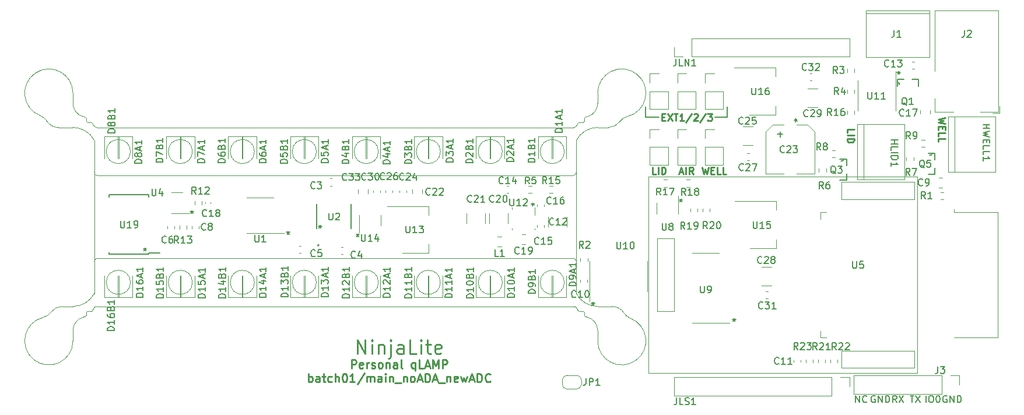
<source format=gto>
G04 #@! TF.GenerationSoftware,KiCad,Pcbnew,(6.0.1-0)*
G04 #@! TF.CreationDate,2022-03-11T15:24:18+09:00*
G04 #@! TF.ProjectId,qLAMP-main,714c414d-502d-46d6-9169-6e2e6b696361,rev?*
G04 #@! TF.SameCoordinates,Original*
G04 #@! TF.FileFunction,Legend,Top*
G04 #@! TF.FilePolarity,Positive*
%FSLAX46Y46*%
G04 Gerber Fmt 4.6, Leading zero omitted, Abs format (unit mm)*
G04 Created by KiCad (PCBNEW (6.0.1-0)) date 2022-03-11 15:24:18*
%MOMM*%
%LPD*%
G01*
G04 APERTURE LIST*
%ADD10C,0.150000*%
%ADD11C,0.100000*%
%ADD12C,0.254000*%
%ADD13C,0.149860*%
%ADD14C,0.120000*%
%ADD15C,0.127000*%
%ADD16C,0.200000*%
%ADD17C,0.152400*%
G04 APERTURE END LIST*
D10*
X105820000Y-104062380D02*
X105820000Y-104300476D01*
X105581904Y-104205238D02*
X105820000Y-104300476D01*
X106058095Y-104205238D01*
X105677142Y-104490952D02*
X105820000Y-104300476D01*
X105962857Y-104490952D01*
D11*
X147657227Y-111500000D02*
X147657227Y-92500000D01*
X70761537Y-88065895D02*
G75*
G03*
X69793791Y-87266166I-1693537J-1063940D01*
G01*
X70234047Y-116598743D02*
G75*
G03*
X71379757Y-115828755I-474207J1942979D01*
G01*
X127907202Y-111501637D02*
G75*
G03*
X127907202Y-111501637I-1750000J0D01*
G01*
X74563916Y-84004758D02*
G75*
G03*
X69793791Y-87266166I-3500001J1D01*
G01*
X148059038Y-88305442D02*
G75*
G03*
X147886139Y-88404914I1J-200001D01*
G01*
X76697682Y-115698256D02*
G75*
G03*
X76497682Y-115898256I-2J-199998D01*
G01*
X76512016Y-88105442D02*
G75*
G03*
X76712016Y-88305442I200001J1D01*
G01*
X77255380Y-115698256D02*
G75*
G03*
X77428279Y-115598784I-1J200001D01*
G01*
X77562683Y-88683688D02*
G75*
G03*
X77428293Y-88404914I-1863479J-726557D01*
G01*
X70761537Y-88065895D02*
G75*
G03*
X72455067Y-89001961I1693529J1063931D01*
G01*
X145907216Y-92502061D02*
G75*
G03*
X145907216Y-92502061I-1750000J0D01*
G01*
X72999668Y-115001737D02*
G75*
G03*
X71379757Y-115828755I-1J-1999997D01*
G01*
X76512016Y-87717688D02*
X76512016Y-88105442D01*
X150750503Y-118498940D02*
G75*
G03*
X149182810Y-116546221I-1999998J2D01*
G01*
X77657216Y-90864950D02*
G75*
G03*
X74563643Y-89001961I-3093574J-1637012D01*
G01*
X74563901Y-118498940D02*
X74563901Y-119998940D01*
X147657202Y-108501637D02*
X147657202Y-113138748D01*
X148816736Y-88105442D02*
X148816736Y-87712572D01*
X77428279Y-115598784D02*
G75*
G03*
X77562669Y-115320010I-1729089J1005331D01*
G01*
X72999668Y-115001737D02*
X74563629Y-115001737D01*
X147285904Y-89002061D02*
G75*
G03*
X147751749Y-88683688I-1J500001D01*
G01*
X74563915Y-85504758D02*
G75*
G03*
X76131608Y-87457477I1999998J-2D01*
G01*
X74563915Y-84004758D02*
X74563915Y-85504758D01*
X78028528Y-89002061D02*
X147285904Y-89002061D01*
X109907202Y-111501637D02*
G75*
G03*
X109907202Y-111501637I-1750000J0D01*
G01*
X77657216Y-95502061D02*
X77657216Y-90864950D01*
X91907216Y-92502061D02*
G75*
G03*
X91907216Y-92502061I-1750000J0D01*
G01*
X152314750Y-89001961D02*
X150750789Y-89001961D01*
X77657202Y-113138748D02*
X77657202Y-108501637D01*
D10*
X159656011Y-87499996D02*
X157656011Y-87499996D01*
D11*
X147886139Y-88404914D02*
G75*
G03*
X147751749Y-88683688I1729089J-1005331D01*
G01*
X148934323Y-116474066D02*
G75*
G03*
X149182810Y-116546221I680680J1880175D01*
G01*
D10*
X157655999Y-87500000D02*
X157655999Y-86000003D01*
D11*
X77562683Y-88683688D02*
G75*
G03*
X78028528Y-89002061I465848J181631D01*
G01*
X76131594Y-116546221D02*
G75*
G03*
X76364170Y-116479751I-432336J1952848D01*
G01*
X155080371Y-87404954D02*
G75*
G03*
X150750517Y-84004758I-829854J3400197D01*
G01*
X136907202Y-111501637D02*
G75*
G03*
X136907202Y-111501637I-1750000J0D01*
G01*
X154552881Y-115937803D02*
G75*
G03*
X155520627Y-116737532I1693537J1063940D01*
G01*
X70234047Y-116598744D02*
G75*
G03*
X74563901Y-119998940I829854J-3400197D01*
G01*
X118907216Y-92502061D02*
G75*
G03*
X118907216Y-92502061I-1750000J0D01*
G01*
X147157216Y-96002061D02*
X78157216Y-96002061D01*
X118907202Y-111501637D02*
G75*
G03*
X118907202Y-111501637I-1750000J0D01*
G01*
X76131594Y-116546221D02*
G75*
G03*
X74563901Y-118498940I432307J-1952719D01*
G01*
X147657202Y-108501637D02*
G75*
G03*
X147157202Y-108001637I-500001J-1D01*
G01*
X150750502Y-119998940D02*
G75*
G03*
X155520627Y-116737532I3500001J-1D01*
G01*
X91907202Y-111501637D02*
G75*
G03*
X91907202Y-111501637I-1750000J0D01*
G01*
X150750775Y-115001737D02*
X152859351Y-115001737D01*
X147657216Y-90864950D02*
X147657216Y-95502061D01*
X147657202Y-113138748D02*
G75*
G03*
X150750775Y-115001737I3093574J1637012D01*
G01*
X100907202Y-111501637D02*
G75*
G03*
X100907202Y-111501637I-1750000J0D01*
G01*
X76712016Y-88305442D02*
X77255394Y-88305442D01*
X136907216Y-92502061D02*
G75*
G03*
X136907216Y-92502061I-1750000J0D01*
G01*
X147886125Y-115598784D02*
G75*
G03*
X148059024Y-115698256I172901J100532D01*
G01*
X109907216Y-92502061D02*
G75*
G03*
X109907216Y-92502061I-1750000J0D01*
G01*
X148059038Y-88305442D02*
X148616736Y-88305442D01*
X155080371Y-87404955D02*
G75*
G03*
X153934661Y-88174943I474207J-1942979D01*
G01*
X149182824Y-87457477D02*
G75*
G03*
X150750517Y-85504758I-432307J1952719D01*
G01*
X148950248Y-87523947D02*
G75*
G03*
X148816736Y-87712572I66491J-188627D01*
G01*
X145907202Y-111501637D02*
G75*
G03*
X145907202Y-111501637I-1750000J0D01*
G01*
X150750517Y-85504758D02*
X150750517Y-84004758D01*
D10*
X167756004Y-87500000D02*
X169556000Y-87500000D01*
D11*
X76497682Y-115898256D02*
X76497682Y-116291126D01*
X149182824Y-87457477D02*
G75*
G03*
X148950248Y-87523947I432336J-1952848D01*
G01*
X76380095Y-87529632D02*
G75*
G03*
X76131608Y-87457477I-680680J-1880175D01*
G01*
X147751735Y-115320010D02*
G75*
G03*
X147285890Y-115001637I-465848J-181631D01*
G01*
X148802402Y-115898256D02*
G75*
G03*
X148602402Y-115698256I-200001J-1D01*
G01*
D10*
X169556000Y-87500000D02*
X169556000Y-86000003D01*
D11*
X76364170Y-116479751D02*
G75*
G03*
X76497682Y-116291126I-66491J188627D01*
G01*
X154552881Y-115937803D02*
G75*
G03*
X152859351Y-115001737I-1693529J-1063931D01*
G01*
X78028514Y-115001637D02*
G75*
G03*
X77562669Y-115320010I1J-500001D01*
G01*
X147157216Y-96002061D02*
G75*
G03*
X147657216Y-95502061I-1J500001D01*
G01*
X100907216Y-92502061D02*
G75*
G03*
X100907216Y-92502061I-1750000J0D01*
G01*
X152314750Y-89001961D02*
G75*
G03*
X153934661Y-88174943I1J1999997D01*
G01*
X77657214Y-92500000D02*
X77657214Y-111500000D01*
X147751735Y-115320010D02*
G75*
G03*
X147886125Y-115598784I1863479J726557D01*
G01*
X74563643Y-89001961D02*
X72455067Y-89001961D01*
X148616736Y-88305442D02*
G75*
G03*
X148816736Y-88105442I2J199998D01*
G01*
X78157202Y-108001637D02*
X147157202Y-108001637D01*
X148802402Y-116286010D02*
G75*
G03*
X148934323Y-116474066I199999J0D01*
G01*
X77428293Y-88404914D02*
G75*
G03*
X77255394Y-88305442I-172901J-100532D01*
G01*
X77255380Y-115698256D02*
X76697682Y-115698256D01*
X76512016Y-87717688D02*
G75*
G03*
X76380095Y-87529632I-199999J0D01*
G01*
X82907216Y-92502061D02*
G75*
G03*
X82907216Y-92502061I-1750000J0D01*
G01*
X77657216Y-95502061D02*
G75*
G03*
X78157216Y-96002061I500001J1D01*
G01*
X148802402Y-116286010D02*
X148802402Y-115898256D01*
X150750789Y-89001961D02*
G75*
G03*
X147657216Y-90864950I1J-3500001D01*
G01*
X147285890Y-115001637D02*
X78028514Y-115001637D01*
X148602402Y-115698256D02*
X148059024Y-115698256D01*
X82907202Y-111501637D02*
G75*
G03*
X82907202Y-111501637I-1750000J0D01*
G01*
X150750503Y-119998940D02*
X150750503Y-118498940D01*
X74563629Y-115001737D02*
G75*
G03*
X77657202Y-113138748I-1J3500001D01*
G01*
X78157202Y-108001637D02*
G75*
G03*
X77657202Y-108501637I1J-500001D01*
G01*
X127907216Y-92502061D02*
G75*
G03*
X127907216Y-92502061I-1750000J0D01*
G01*
D12*
X108748571Y-125962875D02*
X108748571Y-124762875D01*
X108748571Y-125220018D02*
X108862857Y-125162875D01*
X109091428Y-125162875D01*
X109205714Y-125220018D01*
X109262857Y-125277160D01*
X109319999Y-125391446D01*
X109319999Y-125734303D01*
X109262857Y-125848589D01*
X109205714Y-125905732D01*
X109091428Y-125962875D01*
X108862857Y-125962875D01*
X108748571Y-125905732D01*
X110348571Y-125962875D02*
X110348571Y-125334303D01*
X110291428Y-125220018D01*
X110177142Y-125162875D01*
X109948571Y-125162875D01*
X109834285Y-125220018D01*
X110348571Y-125905732D02*
X110234285Y-125962875D01*
X109948571Y-125962875D01*
X109834285Y-125905732D01*
X109777142Y-125791446D01*
X109777142Y-125677160D01*
X109834285Y-125562875D01*
X109948571Y-125505732D01*
X110234285Y-125505732D01*
X110348571Y-125448589D01*
X110748571Y-125162875D02*
X111205714Y-125162875D01*
X110919999Y-124762875D02*
X110919999Y-125791446D01*
X110977142Y-125905732D01*
X111091428Y-125962875D01*
X111205714Y-125962875D01*
X112119999Y-125905732D02*
X112005714Y-125962875D01*
X111777142Y-125962875D01*
X111662857Y-125905732D01*
X111605714Y-125848589D01*
X111548571Y-125734303D01*
X111548571Y-125391446D01*
X111605714Y-125277160D01*
X111662857Y-125220018D01*
X111777142Y-125162875D01*
X112005714Y-125162875D01*
X112119999Y-125220018D01*
X112634285Y-125962875D02*
X112634285Y-124762875D01*
X113148571Y-125962875D02*
X113148571Y-125334303D01*
X113091428Y-125220018D01*
X112977142Y-125162875D01*
X112805714Y-125162875D01*
X112691428Y-125220018D01*
X112634285Y-125277160D01*
X113948571Y-124762875D02*
X114062857Y-124762875D01*
X114177142Y-124820018D01*
X114234285Y-124877160D01*
X114291428Y-124991446D01*
X114348571Y-125220018D01*
X114348571Y-125505732D01*
X114291428Y-125734303D01*
X114234285Y-125848589D01*
X114177142Y-125905732D01*
X114062857Y-125962875D01*
X113948571Y-125962875D01*
X113834285Y-125905732D01*
X113777142Y-125848589D01*
X113719999Y-125734303D01*
X113662857Y-125505732D01*
X113662857Y-125220018D01*
X113719999Y-124991446D01*
X113777142Y-124877160D01*
X113834285Y-124820018D01*
X113948571Y-124762875D01*
X115491428Y-125962875D02*
X114805714Y-125962875D01*
X115148571Y-125962875D02*
X115148571Y-124762875D01*
X115034285Y-124934303D01*
X114919999Y-125048589D01*
X114805714Y-125105732D01*
X116862857Y-124705732D02*
X115834285Y-126248589D01*
X117262857Y-125962875D02*
X117262857Y-125162875D01*
X117262857Y-125277160D02*
X117320000Y-125220018D01*
X117434285Y-125162875D01*
X117605714Y-125162875D01*
X117720000Y-125220018D01*
X117777142Y-125334303D01*
X117777142Y-125962875D01*
X117777142Y-125334303D02*
X117834285Y-125220018D01*
X117948571Y-125162875D01*
X118120000Y-125162875D01*
X118234285Y-125220018D01*
X118291428Y-125334303D01*
X118291428Y-125962875D01*
X119377142Y-125962875D02*
X119377142Y-125334303D01*
X119320000Y-125220018D01*
X119205714Y-125162875D01*
X118977142Y-125162875D01*
X118862857Y-125220018D01*
X119377142Y-125905732D02*
X119262857Y-125962875D01*
X118977142Y-125962875D01*
X118862857Y-125905732D01*
X118805714Y-125791446D01*
X118805714Y-125677160D01*
X118862857Y-125562875D01*
X118977142Y-125505732D01*
X119262857Y-125505732D01*
X119377142Y-125448589D01*
X119948571Y-125962875D02*
X119948571Y-125162875D01*
X119948571Y-124762875D02*
X119891428Y-124820018D01*
X119948571Y-124877160D01*
X120005714Y-124820018D01*
X119948571Y-124762875D01*
X119948571Y-124877160D01*
X120519999Y-125162875D02*
X120519999Y-125962875D01*
X120519999Y-125277160D02*
X120577142Y-125220018D01*
X120691428Y-125162875D01*
X120862857Y-125162875D01*
X120977142Y-125220018D01*
X121034285Y-125334303D01*
X121034285Y-125962875D01*
X121319999Y-126077160D02*
X122234285Y-126077160D01*
X122519999Y-125162875D02*
X122519999Y-125962875D01*
X122519999Y-125277160D02*
X122577142Y-125220018D01*
X122691428Y-125162875D01*
X122862857Y-125162875D01*
X122977142Y-125220018D01*
X123034285Y-125334303D01*
X123034285Y-125962875D01*
X123777142Y-125962875D02*
X123662857Y-125905732D01*
X123605714Y-125848589D01*
X123548571Y-125734303D01*
X123548571Y-125391446D01*
X123605714Y-125277160D01*
X123662857Y-125220018D01*
X123777142Y-125162875D01*
X123948571Y-125162875D01*
X124062857Y-125220018D01*
X124119999Y-125277160D01*
X124177142Y-125391446D01*
X124177142Y-125734303D01*
X124119999Y-125848589D01*
X124062857Y-125905732D01*
X123948571Y-125962875D01*
X123777142Y-125962875D01*
X124634285Y-125620018D02*
X125205714Y-125620018D01*
X124519999Y-125962875D02*
X124919999Y-124762875D01*
X125319999Y-125962875D01*
X125720000Y-125962875D02*
X125720000Y-124762875D01*
X126005714Y-124762875D01*
X126177142Y-124820018D01*
X126291428Y-124934303D01*
X126348571Y-125048589D01*
X126405714Y-125277160D01*
X126405714Y-125448589D01*
X126348571Y-125677160D01*
X126291428Y-125791446D01*
X126177142Y-125905732D01*
X126005714Y-125962875D01*
X125720000Y-125962875D01*
X126862857Y-125620018D02*
X127434285Y-125620018D01*
X126748571Y-125962875D02*
X127148571Y-124762875D01*
X127548571Y-125962875D01*
X127662857Y-126077160D02*
X128577142Y-126077160D01*
X128862857Y-125162875D02*
X128862857Y-125962875D01*
X128862857Y-125277160D02*
X128919999Y-125220018D01*
X129034285Y-125162875D01*
X129205714Y-125162875D01*
X129319999Y-125220018D01*
X129377142Y-125334303D01*
X129377142Y-125962875D01*
X130405714Y-125905732D02*
X130291428Y-125962875D01*
X130062857Y-125962875D01*
X129948571Y-125905732D01*
X129891428Y-125791446D01*
X129891428Y-125334303D01*
X129948571Y-125220018D01*
X130062857Y-125162875D01*
X130291428Y-125162875D01*
X130405714Y-125220018D01*
X130462857Y-125334303D01*
X130462857Y-125448589D01*
X129891428Y-125562875D01*
X130862857Y-125162875D02*
X131091428Y-125962875D01*
X131320000Y-125391446D01*
X131548571Y-125962875D01*
X131777142Y-125162875D01*
X132177142Y-125620018D02*
X132748571Y-125620018D01*
X132062857Y-125962875D02*
X132462857Y-124762875D01*
X132862857Y-125962875D01*
X133262857Y-125962875D02*
X133262857Y-124762875D01*
X133548571Y-124762875D01*
X133720000Y-124820018D01*
X133834285Y-124934303D01*
X133891428Y-125048589D01*
X133948571Y-125277160D01*
X133948571Y-125448589D01*
X133891428Y-125677160D01*
X133834285Y-125791446D01*
X133720000Y-125905732D01*
X133548571Y-125962875D01*
X133262857Y-125962875D01*
X135148571Y-125848589D02*
X135091428Y-125905732D01*
X134920000Y-125962875D01*
X134805714Y-125962875D01*
X134634285Y-125905732D01*
X134520000Y-125791446D01*
X134462857Y-125677160D01*
X134405714Y-125448589D01*
X134405714Y-125277160D01*
X134462857Y-125048589D01*
X134520000Y-124934303D01*
X134634285Y-124820018D01*
X134805714Y-124762875D01*
X134920000Y-124762875D01*
X135091428Y-124820018D01*
X135148571Y-124877160D01*
X186960380Y-89784571D02*
X186960380Y-89300761D01*
X187976380Y-89300761D01*
X186960380Y-90123238D02*
X187976380Y-90123238D01*
X186960380Y-90607047D02*
X187976380Y-90607047D01*
X187976380Y-90848952D01*
X187928000Y-90994095D01*
X187831238Y-91090857D01*
X187734476Y-91139238D01*
X187540952Y-91187619D01*
X187395809Y-91187619D01*
X187202285Y-91139238D01*
X187105523Y-91090857D01*
X187008761Y-90994095D01*
X186960380Y-90848952D01*
X186960380Y-90607047D01*
X201256380Y-87602476D02*
X200240380Y-87844380D01*
X200966095Y-88037904D01*
X200240380Y-88231428D01*
X201256380Y-88473333D01*
X200772571Y-88860380D02*
X200772571Y-89199047D01*
X200240380Y-89344190D02*
X200240380Y-88860380D01*
X201256380Y-88860380D01*
X201256380Y-89344190D01*
X200240380Y-90263428D02*
X200240380Y-89779619D01*
X201256380Y-89779619D01*
X200240380Y-91085904D02*
X200240380Y-90602095D01*
X201256380Y-90602095D01*
X160071619Y-87497428D02*
X160410285Y-87497428D01*
X160555428Y-88029619D02*
X160071619Y-88029619D01*
X160071619Y-87013619D01*
X160555428Y-87013619D01*
X160894095Y-87013619D02*
X161571428Y-88029619D01*
X161571428Y-87013619D02*
X160894095Y-88029619D01*
X161813333Y-87013619D02*
X162393904Y-87013619D01*
X162103619Y-88029619D02*
X162103619Y-87013619D01*
X163264761Y-88029619D02*
X162684190Y-88029619D01*
X162974476Y-88029619D02*
X162974476Y-87013619D01*
X162877714Y-87158761D01*
X162780952Y-87255523D01*
X162684190Y-87303904D01*
X164425904Y-86965238D02*
X163555047Y-88271523D01*
X164716190Y-87110380D02*
X164764571Y-87062000D01*
X164861333Y-87013619D01*
X165103238Y-87013619D01*
X165200000Y-87062000D01*
X165248380Y-87110380D01*
X165296761Y-87207142D01*
X165296761Y-87303904D01*
X165248380Y-87449047D01*
X164667809Y-88029619D01*
X165296761Y-88029619D01*
X166457904Y-86965238D02*
X165587047Y-88271523D01*
X166699809Y-87013619D02*
X167328761Y-87013619D01*
X166990095Y-87400666D01*
X167135238Y-87400666D01*
X167232000Y-87449047D01*
X167280380Y-87497428D01*
X167328761Y-87594190D01*
X167328761Y-87836095D01*
X167280380Y-87932857D01*
X167232000Y-87981238D01*
X167135238Y-88029619D01*
X166844952Y-88029619D01*
X166748190Y-87981238D01*
X166699809Y-87932857D01*
X162655146Y-95485333D02*
X163138956Y-95485333D01*
X162558384Y-95775619D02*
X162897051Y-94759619D01*
X163235717Y-95775619D01*
X163574384Y-95775619D02*
X163574384Y-94759619D01*
X164638765Y-95775619D02*
X164300098Y-95291809D01*
X164058194Y-95775619D02*
X164058194Y-94759619D01*
X164445241Y-94759619D01*
X164542003Y-94808000D01*
X164590384Y-94856380D01*
X164638765Y-94953142D01*
X164638765Y-95098285D01*
X164590384Y-95195047D01*
X164542003Y-95243428D01*
X164445241Y-95291809D01*
X164058194Y-95291809D01*
X165929432Y-94759619D02*
X166171336Y-95775619D01*
X166364860Y-95049904D01*
X166558384Y-95775619D01*
X166800289Y-94759619D01*
X167187336Y-95243428D02*
X167526003Y-95243428D01*
X167671146Y-95775619D02*
X167187336Y-95775619D01*
X167187336Y-94759619D01*
X167671146Y-94759619D01*
X168590384Y-95775619D02*
X168106575Y-95775619D01*
X168106575Y-94759619D01*
X169412860Y-95775619D02*
X168929051Y-95775619D01*
X168929051Y-94759619D01*
X159211527Y-95775619D02*
X158727717Y-95775619D01*
X158727717Y-94759619D01*
X159550194Y-95775619D02*
X159550194Y-94759619D01*
X160034003Y-95775619D02*
X160034003Y-94759619D01*
X160275908Y-94759619D01*
X160421051Y-94808000D01*
X160517813Y-94904761D01*
X160566194Y-95001523D01*
X160614575Y-95195047D01*
X160614575Y-95340190D01*
X160566194Y-95533714D01*
X160517813Y-95630476D01*
X160421051Y-95727238D01*
X160275908Y-95775619D01*
X160034003Y-95775619D01*
D10*
X170550000Y-116702380D02*
X170550000Y-116940476D01*
X170311904Y-116845238D02*
X170550000Y-116940476D01*
X170788095Y-116845238D01*
X170407142Y-117130952D02*
X170550000Y-116940476D01*
X170692857Y-117130952D01*
X194460000Y-80832380D02*
X194460000Y-81070476D01*
X194221904Y-80975238D02*
X194460000Y-81070476D01*
X194698095Y-80975238D01*
X194317142Y-81260952D02*
X194460000Y-81070476D01*
X194602857Y-81260952D01*
X162830000Y-99392380D02*
X162830000Y-99630476D01*
X162591904Y-99535238D02*
X162830000Y-99630476D01*
X163068095Y-99535238D01*
X162687142Y-99820952D02*
X162830000Y-99630476D01*
X162972857Y-99820952D01*
X115910000Y-104402380D02*
X115910000Y-104640476D01*
X115671904Y-104545238D02*
X115910000Y-104640476D01*
X116148095Y-104545238D01*
X115767142Y-104830952D02*
X115910000Y-104640476D01*
X116052857Y-104830952D01*
D12*
X115005714Y-123962873D02*
X115005714Y-122762873D01*
X115462857Y-122762873D01*
X115577142Y-122820016D01*
X115634285Y-122877158D01*
X115691428Y-122991444D01*
X115691428Y-123162873D01*
X115634285Y-123277158D01*
X115577142Y-123334301D01*
X115462857Y-123391444D01*
X115005714Y-123391444D01*
X116662857Y-123905730D02*
X116548571Y-123962873D01*
X116320000Y-123962873D01*
X116205714Y-123905730D01*
X116148571Y-123791444D01*
X116148571Y-123334301D01*
X116205714Y-123220016D01*
X116320000Y-123162873D01*
X116548571Y-123162873D01*
X116662857Y-123220016D01*
X116720000Y-123334301D01*
X116720000Y-123448587D01*
X116148571Y-123562873D01*
X117234285Y-123962873D02*
X117234285Y-123162873D01*
X117234285Y-123391444D02*
X117291428Y-123277158D01*
X117348571Y-123220016D01*
X117462857Y-123162873D01*
X117577142Y-123162873D01*
X117920000Y-123905730D02*
X118034285Y-123962873D01*
X118262857Y-123962873D01*
X118377142Y-123905730D01*
X118434285Y-123791444D01*
X118434285Y-123734301D01*
X118377142Y-123620016D01*
X118262857Y-123562873D01*
X118091428Y-123562873D01*
X117977142Y-123505730D01*
X117920000Y-123391444D01*
X117920000Y-123334301D01*
X117977142Y-123220016D01*
X118091428Y-123162873D01*
X118262857Y-123162873D01*
X118377142Y-123220016D01*
X119120000Y-123962873D02*
X119005714Y-123905730D01*
X118948571Y-123848587D01*
X118891428Y-123734301D01*
X118891428Y-123391444D01*
X118948571Y-123277158D01*
X119005714Y-123220016D01*
X119120000Y-123162873D01*
X119291428Y-123162873D01*
X119405714Y-123220016D01*
X119462857Y-123277158D01*
X119520000Y-123391444D01*
X119520000Y-123734301D01*
X119462857Y-123848587D01*
X119405714Y-123905730D01*
X119291428Y-123962873D01*
X119120000Y-123962873D01*
X120034285Y-123162873D02*
X120034285Y-123962873D01*
X120034285Y-123277158D02*
X120091428Y-123220016D01*
X120205714Y-123162873D01*
X120377142Y-123162873D01*
X120491428Y-123220016D01*
X120548571Y-123334301D01*
X120548571Y-123962873D01*
X121634285Y-123962873D02*
X121634285Y-123334301D01*
X121577142Y-123220016D01*
X121462857Y-123162873D01*
X121234285Y-123162873D01*
X121120000Y-123220016D01*
X121634285Y-123905730D02*
X121520000Y-123962873D01*
X121234285Y-123962873D01*
X121120000Y-123905730D01*
X121062857Y-123791444D01*
X121062857Y-123677158D01*
X121120000Y-123562873D01*
X121234285Y-123505730D01*
X121520000Y-123505730D01*
X121634285Y-123448587D01*
X122377142Y-123962873D02*
X122262857Y-123905730D01*
X122205714Y-123791444D01*
X122205714Y-122762873D01*
X124262857Y-123162873D02*
X124262857Y-124362873D01*
X124262857Y-123905730D02*
X124148571Y-123962873D01*
X123920000Y-123962873D01*
X123805714Y-123905730D01*
X123748571Y-123848587D01*
X123691428Y-123734301D01*
X123691428Y-123391444D01*
X123748571Y-123277158D01*
X123805714Y-123220016D01*
X123920000Y-123162873D01*
X124148571Y-123162873D01*
X124262857Y-123220016D01*
X125405714Y-123962873D02*
X124834285Y-123962873D01*
X124834285Y-122762873D01*
X125748571Y-123620016D02*
X126320000Y-123620016D01*
X125634285Y-123962873D02*
X126034285Y-122762873D01*
X126434285Y-123962873D01*
X126834285Y-123962873D02*
X126834285Y-122762873D01*
X127234285Y-123620016D01*
X127634285Y-122762873D01*
X127634285Y-123962873D01*
X128205714Y-123962873D02*
X128205714Y-122762873D01*
X128662857Y-122762873D01*
X128777142Y-122820016D01*
X128834285Y-122877158D01*
X128891428Y-122991444D01*
X128891428Y-123162873D01*
X128834285Y-123277158D01*
X128777142Y-123334301D01*
X128662857Y-123391444D01*
X128205714Y-123391444D01*
D10*
X196104097Y-127952377D02*
X196675525Y-127952377D01*
X196389811Y-128952377D02*
X196389811Y-127952377D01*
X196913621Y-127952377D02*
X197580287Y-128952377D01*
X197580287Y-127952377D02*
X196913621Y-128952377D01*
D12*
X115872380Y-121864761D02*
X115872380Y-119864761D01*
X117015238Y-121864761D01*
X117015238Y-119864761D01*
X117967619Y-121864761D02*
X117967619Y-120531428D01*
X117967619Y-119864761D02*
X117872380Y-119960000D01*
X117967619Y-120055238D01*
X118062857Y-119960000D01*
X117967619Y-119864761D01*
X117967619Y-120055238D01*
X118920000Y-120531428D02*
X118920000Y-121864761D01*
X118920000Y-120721904D02*
X119015238Y-120626666D01*
X119205714Y-120531428D01*
X119491428Y-120531428D01*
X119681904Y-120626666D01*
X119777142Y-120817142D01*
X119777142Y-121864761D01*
X120729523Y-120531428D02*
X120729523Y-122245714D01*
X120634285Y-122436190D01*
X120443809Y-122531428D01*
X120348571Y-122531428D01*
X120729523Y-119864761D02*
X120634285Y-119960000D01*
X120729523Y-120055238D01*
X120824761Y-119960000D01*
X120729523Y-119864761D01*
X120729523Y-120055238D01*
X122539047Y-121864761D02*
X122539047Y-120817142D01*
X122443809Y-120626666D01*
X122253333Y-120531428D01*
X121872380Y-120531428D01*
X121681904Y-120626666D01*
X122539047Y-121769523D02*
X122348571Y-121864761D01*
X121872380Y-121864761D01*
X121681904Y-121769523D01*
X121586666Y-121579047D01*
X121586666Y-121388571D01*
X121681904Y-121198095D01*
X121872380Y-121102857D01*
X122348571Y-121102857D01*
X122539047Y-121007619D01*
X124443809Y-121864761D02*
X123491428Y-121864761D01*
X123491428Y-119864761D01*
X125110476Y-121864761D02*
X125110476Y-120531428D01*
X125110476Y-119864761D02*
X125015238Y-119960000D01*
X125110476Y-120055238D01*
X125205714Y-119960000D01*
X125110476Y-119864761D01*
X125110476Y-120055238D01*
X125777142Y-120531428D02*
X126539047Y-120531428D01*
X126062857Y-119864761D02*
X126062857Y-121579047D01*
X126158095Y-121769523D01*
X126348571Y-121864761D01*
X126539047Y-121864761D01*
X127967619Y-121769523D02*
X127777142Y-121864761D01*
X127396190Y-121864761D01*
X127205714Y-121769523D01*
X127110476Y-121579047D01*
X127110476Y-120817142D01*
X127205714Y-120626666D01*
X127396190Y-120531428D01*
X127777142Y-120531428D01*
X127967619Y-120626666D01*
X128062857Y-120817142D01*
X128062857Y-121007619D01*
X127110476Y-121198095D01*
D10*
X194159335Y-128952377D02*
X193826002Y-128476187D01*
X193587906Y-128952377D02*
X193587906Y-127952377D01*
X193968859Y-127952377D01*
X194064097Y-127999997D01*
X194111716Y-128047616D01*
X194159335Y-128142854D01*
X194159335Y-128285711D01*
X194111716Y-128380949D01*
X194064097Y-128428568D01*
X193968859Y-128476187D01*
X193587906Y-128476187D01*
X194492668Y-127952377D02*
X195159335Y-128952377D01*
X195159335Y-127952377D02*
X194492668Y-128952377D01*
X150060000Y-114372380D02*
X150060000Y-114610476D01*
X149821904Y-114515238D02*
X150060000Y-114610476D01*
X150298095Y-114515238D01*
X149917142Y-114800952D02*
X150060000Y-114610476D01*
X150202857Y-114800952D01*
X85020000Y-106492380D02*
X85020000Y-106730476D01*
X84781904Y-106635238D02*
X85020000Y-106730476D01*
X85258095Y-106635238D01*
X84877142Y-106920952D02*
X85020000Y-106730476D01*
X85162857Y-106920952D01*
X201438097Y-127999997D02*
X201342859Y-127952377D01*
X201200002Y-127952377D01*
X201057144Y-127999997D01*
X200961906Y-128095235D01*
X200914287Y-128190473D01*
X200866668Y-128380949D01*
X200866668Y-128523806D01*
X200914287Y-128714282D01*
X200961906Y-128809520D01*
X201057144Y-128904758D01*
X201200002Y-128952377D01*
X201295240Y-128952377D01*
X201438097Y-128904758D01*
X201485716Y-128857139D01*
X201485716Y-128523806D01*
X201295240Y-128523806D01*
X201914287Y-128952377D02*
X201914287Y-127952377D01*
X202485716Y-128952377D01*
X202485716Y-127952377D01*
X202961906Y-128952377D02*
X202961906Y-127952377D01*
X203200002Y-127952377D01*
X203342859Y-127999997D01*
X203438097Y-128095235D01*
X203485716Y-128190473D01*
X203533335Y-128380949D01*
X203533335Y-128523806D01*
X203485716Y-128714282D01*
X203438097Y-128809520D01*
X203342859Y-128904758D01*
X203200002Y-128952377D01*
X202961906Y-128952377D01*
X110430000Y-103172380D02*
X110430000Y-103410476D01*
X110191904Y-103315238D02*
X110430000Y-103410476D01*
X110668095Y-103315238D01*
X110287142Y-103600952D02*
X110430000Y-103410476D01*
X110572857Y-103600952D01*
X191024097Y-127999997D02*
X190928859Y-127952377D01*
X190786002Y-127952377D01*
X190643144Y-127999997D01*
X190547906Y-128095235D01*
X190500287Y-128190473D01*
X190452668Y-128380949D01*
X190452668Y-128523806D01*
X190500287Y-128714282D01*
X190547906Y-128809520D01*
X190643144Y-128904758D01*
X190786002Y-128952377D01*
X190881240Y-128952377D01*
X191024097Y-128904758D01*
X191071716Y-128857139D01*
X191071716Y-128523806D01*
X190881240Y-128523806D01*
X191500287Y-128952377D02*
X191500287Y-127952377D01*
X192071716Y-128952377D01*
X192071716Y-127952377D01*
X192547906Y-128952377D02*
X192547906Y-127952377D01*
X192786002Y-127952377D01*
X192928859Y-127999997D01*
X193024097Y-128095235D01*
X193071716Y-128190473D01*
X193119335Y-128380949D01*
X193119335Y-128523806D01*
X193071716Y-128714282D01*
X193024097Y-128809520D01*
X192928859Y-128904758D01*
X192786002Y-128952377D01*
X192547906Y-128952377D01*
X188206287Y-128952377D02*
X188206287Y-127952377D01*
X188777716Y-128952377D01*
X188777716Y-127952377D01*
X189825335Y-128857139D02*
X189777716Y-128904758D01*
X189634859Y-128952377D01*
X189539621Y-128952377D01*
X189396763Y-128904758D01*
X189301525Y-128809520D01*
X189253906Y-128714282D01*
X189206287Y-128523806D01*
X189206287Y-128380949D01*
X189253906Y-128190473D01*
X189301525Y-128095235D01*
X189396763Y-127999997D01*
X189539621Y-127952377D01*
X189634859Y-127952377D01*
X189777716Y-127999997D01*
X189825335Y-128047616D01*
X91850000Y-101052380D02*
X91850000Y-101290476D01*
X91611904Y-101195238D02*
X91850000Y-101290476D01*
X92088095Y-101195238D01*
X91707142Y-101480952D02*
X91850000Y-101290476D01*
X91992857Y-101480952D01*
X198406002Y-128952377D02*
X198406002Y-127952377D01*
X199072668Y-127952377D02*
X199263144Y-127952377D01*
X199358382Y-127999997D01*
X199453621Y-128095235D01*
X199501240Y-128285711D01*
X199501240Y-128619044D01*
X199453621Y-128809520D01*
X199358382Y-128904758D01*
X199263144Y-128952377D01*
X199072668Y-128952377D01*
X198977430Y-128904758D01*
X198882192Y-128809520D01*
X198834573Y-128619044D01*
X198834573Y-128285711D01*
X198882192Y-128095235D01*
X198977430Y-127999997D01*
X199072668Y-127952377D01*
X200120287Y-127952377D02*
X200215525Y-127952377D01*
X200310763Y-127999997D01*
X200358382Y-128047616D01*
X200406002Y-128142854D01*
X200453621Y-128333330D01*
X200453621Y-128571425D01*
X200406002Y-128761901D01*
X200358382Y-128857139D01*
X200310763Y-128904758D01*
X200215525Y-128952377D01*
X200120287Y-128952377D01*
X200025049Y-128904758D01*
X199977430Y-128857139D01*
X199929811Y-128761901D01*
X199882192Y-128571425D01*
X199882192Y-128333330D01*
X199929811Y-128142854D01*
X199977430Y-128047616D01*
X200025049Y-127999997D01*
X200120287Y-127952377D01*
X100998095Y-104642380D02*
X100998095Y-105451904D01*
X101045714Y-105547142D01*
X101093333Y-105594761D01*
X101188571Y-105642380D01*
X101379047Y-105642380D01*
X101474285Y-105594761D01*
X101521904Y-105547142D01*
X101569523Y-105451904D01*
X101569523Y-104642380D01*
X102569523Y-105642380D02*
X101998095Y-105642380D01*
X102283809Y-105642380D02*
X102283809Y-104642380D01*
X102188571Y-104785238D01*
X102093333Y-104880476D01*
X101998095Y-104928095D01*
X206687618Y-88584770D02*
X207687618Y-88584770D01*
X207211427Y-88584770D02*
X207211427Y-89156199D01*
X206687618Y-89156199D02*
X207687618Y-89156199D01*
X207687618Y-89537151D02*
X206687618Y-89775247D01*
X207401903Y-89965723D01*
X206687618Y-90156199D01*
X207687618Y-90394294D01*
X207211427Y-90775247D02*
X207211427Y-91108580D01*
X206687618Y-91251437D02*
X206687618Y-90775247D01*
X207687618Y-90775247D01*
X207687618Y-91251437D01*
X206687618Y-92156199D02*
X206687618Y-91680009D01*
X207687618Y-91680009D01*
X206687618Y-92965723D02*
X206687618Y-92489532D01*
X207687618Y-92489532D01*
X206687618Y-93822866D02*
X206687618Y-93251437D01*
X206687618Y-93537151D02*
X207687618Y-93537151D01*
X207544760Y-93441913D01*
X207449522Y-93346675D01*
X207401903Y-93251437D01*
X149056666Y-125452380D02*
X149056666Y-126166666D01*
X149009047Y-126309523D01*
X148913809Y-126404761D01*
X148770952Y-126452380D01*
X148675714Y-126452380D01*
X149532857Y-126452380D02*
X149532857Y-125452380D01*
X149913809Y-125452380D01*
X150009047Y-125500000D01*
X150056666Y-125547619D01*
X150104285Y-125642857D01*
X150104285Y-125785714D01*
X150056666Y-125880952D01*
X150009047Y-125928571D01*
X149913809Y-125976190D01*
X149532857Y-125976190D01*
X151056666Y-126452380D02*
X150485238Y-126452380D01*
X150770952Y-126452380D02*
X150770952Y-125452380D01*
X150675714Y-125595238D01*
X150580476Y-125690476D01*
X150485238Y-125738095D01*
X189981904Y-83872380D02*
X189981904Y-84681904D01*
X190029523Y-84777142D01*
X190077142Y-84824761D01*
X190172380Y-84872380D01*
X190362857Y-84872380D01*
X190458095Y-84824761D01*
X190505714Y-84777142D01*
X190553333Y-84681904D01*
X190553333Y-83872380D01*
X191553333Y-84872380D02*
X190981904Y-84872380D01*
X191267619Y-84872380D02*
X191267619Y-83872380D01*
X191172380Y-84015238D01*
X191077142Y-84110476D01*
X190981904Y-84158095D01*
X192505714Y-84872380D02*
X191934285Y-84872380D01*
X192220000Y-84872380D02*
X192220000Y-83872380D01*
X192124761Y-84015238D01*
X192029523Y-84110476D01*
X191934285Y-84158095D01*
X138001904Y-99362380D02*
X138001904Y-100171904D01*
X138049523Y-100267142D01*
X138097142Y-100314761D01*
X138192380Y-100362380D01*
X138382857Y-100362380D01*
X138478095Y-100314761D01*
X138525714Y-100267142D01*
X138573333Y-100171904D01*
X138573333Y-99362380D01*
X139573333Y-100362380D02*
X139001904Y-100362380D01*
X139287619Y-100362380D02*
X139287619Y-99362380D01*
X139192380Y-99505238D01*
X139097142Y-99600476D01*
X139001904Y-99648095D01*
X139954285Y-99457619D02*
X140001904Y-99410000D01*
X140097142Y-99362380D01*
X140335238Y-99362380D01*
X140430476Y-99410000D01*
X140478095Y-99457619D01*
X140525714Y-99552857D01*
X140525714Y-99648095D01*
X140478095Y-99790952D01*
X139906666Y-100362380D01*
X140525714Y-100362380D01*
X141132380Y-100160000D02*
X141370476Y-100160000D01*
X141275238Y-100398095D02*
X141370476Y-100160000D01*
X141275238Y-99921904D01*
X141560952Y-100302857D02*
X141370476Y-100160000D01*
X141560952Y-100017142D01*
X122921904Y-103312380D02*
X122921904Y-104121904D01*
X122969523Y-104217142D01*
X123017142Y-104264761D01*
X123112380Y-104312380D01*
X123302857Y-104312380D01*
X123398095Y-104264761D01*
X123445714Y-104217142D01*
X123493333Y-104121904D01*
X123493333Y-103312380D01*
X124493333Y-104312380D02*
X123921904Y-104312380D01*
X124207619Y-104312380D02*
X124207619Y-103312380D01*
X124112380Y-103455238D01*
X124017142Y-103550476D01*
X123921904Y-103598095D01*
X124826666Y-103312380D02*
X125445714Y-103312380D01*
X125112380Y-103693333D01*
X125255238Y-103693333D01*
X125350476Y-103740952D01*
X125398095Y-103788571D01*
X125445714Y-103883809D01*
X125445714Y-104121904D01*
X125398095Y-104217142D01*
X125350476Y-104264761D01*
X125255238Y-104312380D01*
X124969523Y-104312380D01*
X124874285Y-104264761D01*
X124826666Y-104217142D01*
X116441904Y-104512380D02*
X116441904Y-105321904D01*
X116489523Y-105417142D01*
X116537142Y-105464761D01*
X116632380Y-105512380D01*
X116822857Y-105512380D01*
X116918095Y-105464761D01*
X116965714Y-105417142D01*
X117013333Y-105321904D01*
X117013333Y-104512380D01*
X118013333Y-105512380D02*
X117441904Y-105512380D01*
X117727619Y-105512380D02*
X117727619Y-104512380D01*
X117632380Y-104655238D01*
X117537142Y-104750476D01*
X117441904Y-104798095D01*
X118870476Y-104845714D02*
X118870476Y-105512380D01*
X118632380Y-104464761D02*
X118394285Y-105179047D01*
X119013333Y-105179047D01*
X173321904Y-102662380D02*
X173321904Y-103471904D01*
X173369523Y-103567142D01*
X173417142Y-103614761D01*
X173512380Y-103662380D01*
X173702857Y-103662380D01*
X173798095Y-103614761D01*
X173845714Y-103567142D01*
X173893333Y-103471904D01*
X173893333Y-102662380D01*
X174893333Y-103662380D02*
X174321904Y-103662380D01*
X174607619Y-103662380D02*
X174607619Y-102662380D01*
X174512380Y-102805238D01*
X174417142Y-102900476D01*
X174321904Y-102948095D01*
X175798095Y-102662380D02*
X175321904Y-102662380D01*
X175274285Y-103138571D01*
X175321904Y-103090952D01*
X175417142Y-103043333D01*
X175655238Y-103043333D01*
X175750476Y-103090952D01*
X175798095Y-103138571D01*
X175845714Y-103233809D01*
X175845714Y-103471904D01*
X175798095Y-103567142D01*
X175750476Y-103614761D01*
X175655238Y-103662380D01*
X175417142Y-103662380D01*
X175321904Y-103614761D01*
X175274285Y-103567142D01*
X173136904Y-83247380D02*
X173136904Y-84056904D01*
X173184523Y-84152142D01*
X173232142Y-84199761D01*
X173327380Y-84247380D01*
X173517857Y-84247380D01*
X173613095Y-84199761D01*
X173660714Y-84152142D01*
X173708333Y-84056904D01*
X173708333Y-83247380D01*
X174708333Y-84247380D02*
X174136904Y-84247380D01*
X174422619Y-84247380D02*
X174422619Y-83247380D01*
X174327380Y-83390238D01*
X174232142Y-83485476D01*
X174136904Y-83533095D01*
X175565476Y-83247380D02*
X175375000Y-83247380D01*
X175279761Y-83295000D01*
X175232142Y-83342619D01*
X175136904Y-83485476D01*
X175089285Y-83675952D01*
X175089285Y-84056904D01*
X175136904Y-84152142D01*
X175184523Y-84199761D01*
X175279761Y-84247380D01*
X175470238Y-84247380D01*
X175565476Y-84199761D01*
X175613095Y-84152142D01*
X175660714Y-84056904D01*
X175660714Y-83818809D01*
X175613095Y-83723571D01*
X175565476Y-83675952D01*
X175470238Y-83628333D01*
X175279761Y-83628333D01*
X175184523Y-83675952D01*
X175136904Y-83723571D01*
X175089285Y-83818809D01*
X126427142Y-98717142D02*
X126379523Y-98764761D01*
X126236666Y-98812380D01*
X126141428Y-98812380D01*
X125998571Y-98764761D01*
X125903333Y-98669523D01*
X125855714Y-98574285D01*
X125808095Y-98383809D01*
X125808095Y-98240952D01*
X125855714Y-98050476D01*
X125903333Y-97955238D01*
X125998571Y-97860000D01*
X126141428Y-97812380D01*
X126236666Y-97812380D01*
X126379523Y-97860000D01*
X126427142Y-97907619D01*
X126808095Y-97907619D02*
X126855714Y-97860000D01*
X126950952Y-97812380D01*
X127189047Y-97812380D01*
X127284285Y-97860000D01*
X127331904Y-97907619D01*
X127379523Y-98002857D01*
X127379523Y-98098095D01*
X127331904Y-98240952D01*
X126760476Y-98812380D01*
X127379523Y-98812380D01*
X127760476Y-97907619D02*
X127808095Y-97860000D01*
X127903333Y-97812380D01*
X128141428Y-97812380D01*
X128236666Y-97860000D01*
X128284285Y-97907619D01*
X128331904Y-98002857D01*
X128331904Y-98098095D01*
X128284285Y-98240952D01*
X127712857Y-98812380D01*
X128331904Y-98812380D01*
X177847142Y-92567142D02*
X177799523Y-92614761D01*
X177656666Y-92662380D01*
X177561428Y-92662380D01*
X177418571Y-92614761D01*
X177323333Y-92519523D01*
X177275714Y-92424285D01*
X177228095Y-92233809D01*
X177228095Y-92090952D01*
X177275714Y-91900476D01*
X177323333Y-91805238D01*
X177418571Y-91710000D01*
X177561428Y-91662380D01*
X177656666Y-91662380D01*
X177799523Y-91710000D01*
X177847142Y-91757619D01*
X178228095Y-91757619D02*
X178275714Y-91710000D01*
X178370952Y-91662380D01*
X178609047Y-91662380D01*
X178704285Y-91710000D01*
X178751904Y-91757619D01*
X178799523Y-91852857D01*
X178799523Y-91948095D01*
X178751904Y-92090952D01*
X178180476Y-92662380D01*
X178799523Y-92662380D01*
X179132857Y-91662380D02*
X179751904Y-91662380D01*
X179418571Y-92043333D01*
X179561428Y-92043333D01*
X179656666Y-92090952D01*
X179704285Y-92138571D01*
X179751904Y-92233809D01*
X179751904Y-92471904D01*
X179704285Y-92567142D01*
X179656666Y-92614761D01*
X179561428Y-92662380D01*
X179275714Y-92662380D01*
X179180476Y-92614761D01*
X179132857Y-92567142D01*
X177221428Y-90380952D02*
X177221428Y-89619047D01*
X177602380Y-90000000D02*
X176840476Y-90000000D01*
X179272380Y-87930000D02*
X179510476Y-87930000D01*
X179415238Y-88168095D02*
X179510476Y-87930000D01*
X179415238Y-87691904D01*
X179700952Y-88072857D02*
X179510476Y-87930000D01*
X179700952Y-87787142D01*
X122597142Y-96547142D02*
X122549523Y-96594761D01*
X122406666Y-96642380D01*
X122311428Y-96642380D01*
X122168571Y-96594761D01*
X122073333Y-96499523D01*
X122025714Y-96404285D01*
X121978095Y-96213809D01*
X121978095Y-96070952D01*
X122025714Y-95880476D01*
X122073333Y-95785238D01*
X122168571Y-95690000D01*
X122311428Y-95642380D01*
X122406666Y-95642380D01*
X122549523Y-95690000D01*
X122597142Y-95737619D01*
X122978095Y-95737619D02*
X123025714Y-95690000D01*
X123120952Y-95642380D01*
X123359047Y-95642380D01*
X123454285Y-95690000D01*
X123501904Y-95737619D01*
X123549523Y-95832857D01*
X123549523Y-95928095D01*
X123501904Y-96070952D01*
X122930476Y-96642380D01*
X123549523Y-96642380D01*
X124406666Y-95975714D02*
X124406666Y-96642380D01*
X124168571Y-95594761D02*
X123930476Y-96309047D01*
X124549523Y-96309047D01*
X171847142Y-88427142D02*
X171799523Y-88474761D01*
X171656666Y-88522380D01*
X171561428Y-88522380D01*
X171418571Y-88474761D01*
X171323333Y-88379523D01*
X171275714Y-88284285D01*
X171228095Y-88093809D01*
X171228095Y-87950952D01*
X171275714Y-87760476D01*
X171323333Y-87665238D01*
X171418571Y-87570000D01*
X171561428Y-87522380D01*
X171656666Y-87522380D01*
X171799523Y-87570000D01*
X171847142Y-87617619D01*
X172228095Y-87617619D02*
X172275714Y-87570000D01*
X172370952Y-87522380D01*
X172609047Y-87522380D01*
X172704285Y-87570000D01*
X172751904Y-87617619D01*
X172799523Y-87712857D01*
X172799523Y-87808095D01*
X172751904Y-87950952D01*
X172180476Y-88522380D01*
X172799523Y-88522380D01*
X173704285Y-87522380D02*
X173228095Y-87522380D01*
X173180476Y-87998571D01*
X173228095Y-87950952D01*
X173323333Y-87903333D01*
X173561428Y-87903333D01*
X173656666Y-87950952D01*
X173704285Y-87998571D01*
X173751904Y-88093809D01*
X173751904Y-88331904D01*
X173704285Y-88427142D01*
X173656666Y-88474761D01*
X173561428Y-88522380D01*
X173323333Y-88522380D01*
X173228095Y-88474761D01*
X173180476Y-88427142D01*
X171897142Y-95167142D02*
X171849523Y-95214761D01*
X171706666Y-95262380D01*
X171611428Y-95262380D01*
X171468571Y-95214761D01*
X171373333Y-95119523D01*
X171325714Y-95024285D01*
X171278095Y-94833809D01*
X171278095Y-94690952D01*
X171325714Y-94500476D01*
X171373333Y-94405238D01*
X171468571Y-94310000D01*
X171611428Y-94262380D01*
X171706666Y-94262380D01*
X171849523Y-94310000D01*
X171897142Y-94357619D01*
X172278095Y-94357619D02*
X172325714Y-94310000D01*
X172420952Y-94262380D01*
X172659047Y-94262380D01*
X172754285Y-94310000D01*
X172801904Y-94357619D01*
X172849523Y-94452857D01*
X172849523Y-94548095D01*
X172801904Y-94690952D01*
X172230476Y-95262380D01*
X172849523Y-95262380D01*
X173182857Y-94262380D02*
X173849523Y-94262380D01*
X173420952Y-95262380D01*
X181287142Y-87337142D02*
X181239523Y-87384761D01*
X181096666Y-87432380D01*
X181001428Y-87432380D01*
X180858571Y-87384761D01*
X180763333Y-87289523D01*
X180715714Y-87194285D01*
X180668095Y-87003809D01*
X180668095Y-86860952D01*
X180715714Y-86670476D01*
X180763333Y-86575238D01*
X180858571Y-86480000D01*
X181001428Y-86432380D01*
X181096666Y-86432380D01*
X181239523Y-86480000D01*
X181287142Y-86527619D01*
X181668095Y-86527619D02*
X181715714Y-86480000D01*
X181810952Y-86432380D01*
X182049047Y-86432380D01*
X182144285Y-86480000D01*
X182191904Y-86527619D01*
X182239523Y-86622857D01*
X182239523Y-86718095D01*
X182191904Y-86860952D01*
X181620476Y-87432380D01*
X182239523Y-87432380D01*
X182715714Y-87432380D02*
X182906190Y-87432380D01*
X183001428Y-87384761D01*
X183049047Y-87337142D01*
X183144285Y-87194285D01*
X183191904Y-87003809D01*
X183191904Y-86622857D01*
X183144285Y-86527619D01*
X183096666Y-86480000D01*
X183001428Y-86432380D01*
X182810952Y-86432380D01*
X182715714Y-86480000D01*
X182668095Y-86527619D01*
X182620476Y-86622857D01*
X182620476Y-86860952D01*
X182668095Y-86956190D01*
X182715714Y-87003809D01*
X182810952Y-87051428D01*
X183001428Y-87051428D01*
X183096666Y-87003809D01*
X183144285Y-86956190D01*
X183191904Y-86860952D01*
X117087142Y-96537142D02*
X117039523Y-96584761D01*
X116896666Y-96632380D01*
X116801428Y-96632380D01*
X116658571Y-96584761D01*
X116563333Y-96489523D01*
X116515714Y-96394285D01*
X116468095Y-96203809D01*
X116468095Y-96060952D01*
X116515714Y-95870476D01*
X116563333Y-95775238D01*
X116658571Y-95680000D01*
X116801428Y-95632380D01*
X116896666Y-95632380D01*
X117039523Y-95680000D01*
X117087142Y-95727619D01*
X117420476Y-95632380D02*
X118039523Y-95632380D01*
X117706190Y-96013333D01*
X117849047Y-96013333D01*
X117944285Y-96060952D01*
X117991904Y-96108571D01*
X118039523Y-96203809D01*
X118039523Y-96441904D01*
X117991904Y-96537142D01*
X117944285Y-96584761D01*
X117849047Y-96632380D01*
X117563333Y-96632380D01*
X117468095Y-96584761D01*
X117420476Y-96537142D01*
X118658571Y-95632380D02*
X118753809Y-95632380D01*
X118849047Y-95680000D01*
X118896666Y-95727619D01*
X118944285Y-95822857D01*
X118991904Y-96013333D01*
X118991904Y-96251428D01*
X118944285Y-96441904D01*
X118896666Y-96537142D01*
X118849047Y-96584761D01*
X118753809Y-96632380D01*
X118658571Y-96632380D01*
X118563333Y-96584761D01*
X118515714Y-96537142D01*
X118468095Y-96441904D01*
X118420476Y-96251428D01*
X118420476Y-96013333D01*
X118468095Y-95822857D01*
X118515714Y-95727619D01*
X118563333Y-95680000D01*
X118658571Y-95632380D01*
X174717142Y-115237142D02*
X174669523Y-115284761D01*
X174526666Y-115332380D01*
X174431428Y-115332380D01*
X174288571Y-115284761D01*
X174193333Y-115189523D01*
X174145714Y-115094285D01*
X174098095Y-114903809D01*
X174098095Y-114760952D01*
X174145714Y-114570476D01*
X174193333Y-114475238D01*
X174288571Y-114380000D01*
X174431428Y-114332380D01*
X174526666Y-114332380D01*
X174669523Y-114380000D01*
X174717142Y-114427619D01*
X175050476Y-114332380D02*
X175669523Y-114332380D01*
X175336190Y-114713333D01*
X175479047Y-114713333D01*
X175574285Y-114760952D01*
X175621904Y-114808571D01*
X175669523Y-114903809D01*
X175669523Y-115141904D01*
X175621904Y-115237142D01*
X175574285Y-115284761D01*
X175479047Y-115332380D01*
X175193333Y-115332380D01*
X175098095Y-115284761D01*
X175050476Y-115237142D01*
X176621904Y-115332380D02*
X176050476Y-115332380D01*
X176336190Y-115332380D02*
X176336190Y-114332380D01*
X176240952Y-114475238D01*
X176145714Y-114570476D01*
X176050476Y-114618095D01*
X114287142Y-96597142D02*
X114239523Y-96644761D01*
X114096666Y-96692380D01*
X114001428Y-96692380D01*
X113858571Y-96644761D01*
X113763333Y-96549523D01*
X113715714Y-96454285D01*
X113668095Y-96263809D01*
X113668095Y-96120952D01*
X113715714Y-95930476D01*
X113763333Y-95835238D01*
X113858571Y-95740000D01*
X114001428Y-95692380D01*
X114096666Y-95692380D01*
X114239523Y-95740000D01*
X114287142Y-95787619D01*
X114620476Y-95692380D02*
X115239523Y-95692380D01*
X114906190Y-96073333D01*
X115049047Y-96073333D01*
X115144285Y-96120952D01*
X115191904Y-96168571D01*
X115239523Y-96263809D01*
X115239523Y-96501904D01*
X115191904Y-96597142D01*
X115144285Y-96644761D01*
X115049047Y-96692380D01*
X114763333Y-96692380D01*
X114668095Y-96644761D01*
X114620476Y-96597142D01*
X115572857Y-95692380D02*
X116191904Y-95692380D01*
X115858571Y-96073333D01*
X116001428Y-96073333D01*
X116096666Y-96120952D01*
X116144285Y-96168571D01*
X116191904Y-96263809D01*
X116191904Y-96501904D01*
X116144285Y-96597142D01*
X116096666Y-96644761D01*
X116001428Y-96692380D01*
X115715714Y-96692380D01*
X115620476Y-96644761D01*
X115572857Y-96597142D01*
X136329333Y-107702380D02*
X135853142Y-107702380D01*
X135853142Y-106702380D01*
X137186476Y-107702380D02*
X136615047Y-107702380D01*
X136900761Y-107702380D02*
X136900761Y-106702380D01*
X136805523Y-106845238D01*
X136710285Y-106940476D01*
X136615047Y-106988095D01*
X193007142Y-80097142D02*
X192959523Y-80144761D01*
X192816666Y-80192380D01*
X192721428Y-80192380D01*
X192578571Y-80144761D01*
X192483333Y-80049523D01*
X192435714Y-79954285D01*
X192388095Y-79763809D01*
X192388095Y-79620952D01*
X192435714Y-79430476D01*
X192483333Y-79335238D01*
X192578571Y-79240000D01*
X192721428Y-79192380D01*
X192816666Y-79192380D01*
X192959523Y-79240000D01*
X193007142Y-79287619D01*
X193959523Y-80192380D02*
X193388095Y-80192380D01*
X193673809Y-80192380D02*
X193673809Y-79192380D01*
X193578571Y-79335238D01*
X193483333Y-79430476D01*
X193388095Y-79478095D01*
X194292857Y-79192380D02*
X194911904Y-79192380D01*
X194578571Y-79573333D01*
X194721428Y-79573333D01*
X194816666Y-79620952D01*
X194864285Y-79668571D01*
X194911904Y-79763809D01*
X194911904Y-80001904D01*
X194864285Y-80097142D01*
X194816666Y-80144761D01*
X194721428Y-80192380D01*
X194435714Y-80192380D01*
X194340476Y-80144761D01*
X194292857Y-80097142D01*
X137027142Y-97087142D02*
X136979523Y-97134761D01*
X136836666Y-97182380D01*
X136741428Y-97182380D01*
X136598571Y-97134761D01*
X136503333Y-97039523D01*
X136455714Y-96944285D01*
X136408095Y-96753809D01*
X136408095Y-96610952D01*
X136455714Y-96420476D01*
X136503333Y-96325238D01*
X136598571Y-96230000D01*
X136741428Y-96182380D01*
X136836666Y-96182380D01*
X136979523Y-96230000D01*
X137027142Y-96277619D01*
X137979523Y-97182380D02*
X137408095Y-97182380D01*
X137693809Y-97182380D02*
X137693809Y-96182380D01*
X137598571Y-96325238D01*
X137503333Y-96420476D01*
X137408095Y-96468095D01*
X138836666Y-96515714D02*
X138836666Y-97182380D01*
X138598571Y-96134761D02*
X138360476Y-96849047D01*
X138979523Y-96849047D01*
X132447142Y-99777142D02*
X132399523Y-99824761D01*
X132256666Y-99872380D01*
X132161428Y-99872380D01*
X132018571Y-99824761D01*
X131923333Y-99729523D01*
X131875714Y-99634285D01*
X131828095Y-99443809D01*
X131828095Y-99300952D01*
X131875714Y-99110476D01*
X131923333Y-99015238D01*
X132018571Y-98920000D01*
X132161428Y-98872380D01*
X132256666Y-98872380D01*
X132399523Y-98920000D01*
X132447142Y-98967619D01*
X132828095Y-98967619D02*
X132875714Y-98920000D01*
X132970952Y-98872380D01*
X133209047Y-98872380D01*
X133304285Y-98920000D01*
X133351904Y-98967619D01*
X133399523Y-99062857D01*
X133399523Y-99158095D01*
X133351904Y-99300952D01*
X132780476Y-99872380D01*
X133399523Y-99872380D01*
X134351904Y-99872380D02*
X133780476Y-99872380D01*
X134066190Y-99872380D02*
X134066190Y-98872380D01*
X133970952Y-99015238D01*
X133875714Y-99110476D01*
X133780476Y-99158095D01*
X193367619Y-90795238D02*
X194367619Y-90795238D01*
X193891428Y-90795238D02*
X193891428Y-91366666D01*
X193367619Y-91366666D02*
X194367619Y-91366666D01*
X193367619Y-92319047D02*
X193367619Y-91842857D01*
X194367619Y-91842857D01*
X193367619Y-92652380D02*
X194367619Y-92652380D01*
X193367619Y-93128571D02*
X194367619Y-93128571D01*
X194367619Y-93366666D01*
X194320000Y-93509523D01*
X194224761Y-93604761D01*
X194129523Y-93652380D01*
X193939047Y-93700000D01*
X193796190Y-93700000D01*
X193605714Y-93652380D01*
X193510476Y-93604761D01*
X193415238Y-93509523D01*
X193367619Y-93366666D01*
X193367619Y-93128571D01*
X193367619Y-94652380D02*
X193367619Y-94080952D01*
X193367619Y-94366666D02*
X194367619Y-94366666D01*
X194224761Y-94271428D01*
X194129523Y-94176190D01*
X194081904Y-94080952D01*
X81457903Y-102572392D02*
X81457903Y-103381916D01*
X81505522Y-103477154D01*
X81553141Y-103524773D01*
X81648379Y-103572392D01*
X81838856Y-103572392D01*
X81934094Y-103524773D01*
X81981713Y-103477154D01*
X82029332Y-103381916D01*
X82029332Y-102572392D01*
X83029332Y-103572392D02*
X82457903Y-103572392D01*
X82743618Y-103572392D02*
X82743618Y-102572392D01*
X82648379Y-102715250D01*
X82553141Y-102810488D01*
X82457903Y-102858107D01*
X83505522Y-103572392D02*
X83695999Y-103572392D01*
X83791237Y-103524773D01*
X83838856Y-103477154D01*
X83934094Y-103334297D01*
X83981713Y-103143821D01*
X83981713Y-102762869D01*
X83934094Y-102667631D01*
X83886475Y-102620012D01*
X83791237Y-102572392D01*
X83600760Y-102572392D01*
X83505522Y-102620012D01*
X83457903Y-102667631D01*
X83410284Y-102762869D01*
X83410284Y-103000964D01*
X83457903Y-103096202D01*
X83505522Y-103143821D01*
X83600760Y-103191440D01*
X83791237Y-103191440D01*
X83886475Y-103143821D01*
X83934094Y-103096202D01*
X83981713Y-103000964D01*
X93833333Y-103837142D02*
X93785714Y-103884761D01*
X93642857Y-103932380D01*
X93547619Y-103932380D01*
X93404761Y-103884761D01*
X93309523Y-103789523D01*
X93261904Y-103694285D01*
X93214285Y-103503809D01*
X93214285Y-103360952D01*
X93261904Y-103170476D01*
X93309523Y-103075238D01*
X93404761Y-102980000D01*
X93547619Y-102932380D01*
X93642857Y-102932380D01*
X93785714Y-102980000D01*
X93833333Y-103027619D01*
X94404761Y-103360952D02*
X94309523Y-103313333D01*
X94261904Y-103265714D01*
X94214285Y-103170476D01*
X94214285Y-103122857D01*
X94261904Y-103027619D01*
X94309523Y-102980000D01*
X94404761Y-102932380D01*
X94595238Y-102932380D01*
X94690476Y-102980000D01*
X94738095Y-103027619D01*
X94785714Y-103122857D01*
X94785714Y-103170476D01*
X94738095Y-103265714D01*
X94690476Y-103313333D01*
X94595238Y-103360952D01*
X94404761Y-103360952D01*
X94309523Y-103408571D01*
X94261904Y-103456190D01*
X94214285Y-103551428D01*
X94214285Y-103741904D01*
X94261904Y-103837142D01*
X94309523Y-103884761D01*
X94404761Y-103932380D01*
X94595238Y-103932380D01*
X94690476Y-103884761D01*
X94738095Y-103837142D01*
X94785714Y-103741904D01*
X94785714Y-103551428D01*
X94738095Y-103456190D01*
X94690476Y-103408571D01*
X94595238Y-103360952D01*
X177047142Y-123297142D02*
X176999523Y-123344761D01*
X176856666Y-123392380D01*
X176761428Y-123392380D01*
X176618571Y-123344761D01*
X176523333Y-123249523D01*
X176475714Y-123154285D01*
X176428095Y-122963809D01*
X176428095Y-122820952D01*
X176475714Y-122630476D01*
X176523333Y-122535238D01*
X176618571Y-122440000D01*
X176761428Y-122392380D01*
X176856666Y-122392380D01*
X176999523Y-122440000D01*
X177047142Y-122487619D01*
X177999523Y-123392380D02*
X177428095Y-123392380D01*
X177713809Y-123392380D02*
X177713809Y-122392380D01*
X177618571Y-122535238D01*
X177523333Y-122630476D01*
X177428095Y-122678095D01*
X178951904Y-123392380D02*
X178380476Y-123392380D01*
X178666190Y-123392380D02*
X178666190Y-122392380D01*
X178570952Y-122535238D01*
X178475714Y-122630476D01*
X178380476Y-122678095D01*
X88123327Y-105697140D02*
X88075708Y-105744759D01*
X87932851Y-105792378D01*
X87837613Y-105792378D01*
X87694755Y-105744759D01*
X87599517Y-105649521D01*
X87551898Y-105554283D01*
X87504279Y-105363807D01*
X87504279Y-105220950D01*
X87551898Y-105030474D01*
X87599517Y-104935236D01*
X87694755Y-104839998D01*
X87837613Y-104792378D01*
X87932851Y-104792378D01*
X88075708Y-104839998D01*
X88123327Y-104887617D01*
X88980470Y-104792378D02*
X88789994Y-104792378D01*
X88694755Y-104839998D01*
X88647136Y-104887617D01*
X88551898Y-105030474D01*
X88504279Y-105220950D01*
X88504279Y-105601902D01*
X88551898Y-105697140D01*
X88599517Y-105744759D01*
X88694755Y-105792378D01*
X88885232Y-105792378D01*
X88980470Y-105744759D01*
X89028089Y-105697140D01*
X89075708Y-105601902D01*
X89075708Y-105363807D01*
X89028089Y-105268569D01*
X88980470Y-105220950D01*
X88885232Y-105173331D01*
X88694755Y-105173331D01*
X88599517Y-105220950D01*
X88551898Y-105268569D01*
X88504279Y-105363807D01*
X109733333Y-107667142D02*
X109685714Y-107714761D01*
X109542857Y-107762380D01*
X109447619Y-107762380D01*
X109304761Y-107714761D01*
X109209523Y-107619523D01*
X109161904Y-107524285D01*
X109114285Y-107333809D01*
X109114285Y-107190952D01*
X109161904Y-107000476D01*
X109209523Y-106905238D01*
X109304761Y-106810000D01*
X109447619Y-106762380D01*
X109542857Y-106762380D01*
X109685714Y-106810000D01*
X109733333Y-106857619D01*
X110638095Y-106762380D02*
X110161904Y-106762380D01*
X110114285Y-107238571D01*
X110161904Y-107190952D01*
X110257142Y-107143333D01*
X110495238Y-107143333D01*
X110590476Y-107190952D01*
X110638095Y-107238571D01*
X110685714Y-107333809D01*
X110685714Y-107571904D01*
X110638095Y-107667142D01*
X110590476Y-107714761D01*
X110495238Y-107762380D01*
X110257142Y-107762380D01*
X110161904Y-107714761D01*
X110114285Y-107667142D01*
X115573333Y-107877142D02*
X115525714Y-107924761D01*
X115382857Y-107972380D01*
X115287619Y-107972380D01*
X115144761Y-107924761D01*
X115049523Y-107829523D01*
X115001904Y-107734285D01*
X114954285Y-107543809D01*
X114954285Y-107400952D01*
X115001904Y-107210476D01*
X115049523Y-107115238D01*
X115144761Y-107020000D01*
X115287619Y-106972380D01*
X115382857Y-106972380D01*
X115525714Y-107020000D01*
X115573333Y-107067619D01*
X116430476Y-107305714D02*
X116430476Y-107972380D01*
X116192380Y-106924761D02*
X115954285Y-107639047D01*
X116573333Y-107639047D01*
X109713333Y-97797142D02*
X109665714Y-97844761D01*
X109522857Y-97892380D01*
X109427619Y-97892380D01*
X109284761Y-97844761D01*
X109189523Y-97749523D01*
X109141904Y-97654285D01*
X109094285Y-97463809D01*
X109094285Y-97320952D01*
X109141904Y-97130476D01*
X109189523Y-97035238D01*
X109284761Y-96940000D01*
X109427619Y-96892380D01*
X109522857Y-96892380D01*
X109665714Y-96940000D01*
X109713333Y-96987619D01*
X110046666Y-96892380D02*
X110665714Y-96892380D01*
X110332380Y-97273333D01*
X110475238Y-97273333D01*
X110570476Y-97320952D01*
X110618095Y-97368571D01*
X110665714Y-97463809D01*
X110665714Y-97701904D01*
X110618095Y-97797142D01*
X110570476Y-97844761D01*
X110475238Y-97892380D01*
X110189523Y-97892380D01*
X110094285Y-97844761D01*
X110046666Y-97797142D01*
X160118095Y-102922380D02*
X160118095Y-103731904D01*
X160165714Y-103827142D01*
X160213333Y-103874761D01*
X160308571Y-103922380D01*
X160499047Y-103922380D01*
X160594285Y-103874761D01*
X160641904Y-103827142D01*
X160689523Y-103731904D01*
X160689523Y-102922380D01*
X161308571Y-103350952D02*
X161213333Y-103303333D01*
X161165714Y-103255714D01*
X161118095Y-103160476D01*
X161118095Y-103112857D01*
X161165714Y-103017619D01*
X161213333Y-102970000D01*
X161308571Y-102922380D01*
X161499047Y-102922380D01*
X161594285Y-102970000D01*
X161641904Y-103017619D01*
X161689523Y-103112857D01*
X161689523Y-103160476D01*
X161641904Y-103255714D01*
X161594285Y-103303333D01*
X161499047Y-103350952D01*
X161308571Y-103350952D01*
X161213333Y-103398571D01*
X161165714Y-103446190D01*
X161118095Y-103541428D01*
X161118095Y-103731904D01*
X161165714Y-103827142D01*
X161213333Y-103874761D01*
X161308571Y-103922380D01*
X161499047Y-103922380D01*
X161594285Y-103874761D01*
X161641904Y-103827142D01*
X161689523Y-103731904D01*
X161689523Y-103541428D01*
X161641904Y-103446190D01*
X161594285Y-103398571D01*
X161499047Y-103350952D01*
X86048095Y-97922380D02*
X86048095Y-98731904D01*
X86095714Y-98827142D01*
X86143333Y-98874761D01*
X86238571Y-98922380D01*
X86429047Y-98922380D01*
X86524285Y-98874761D01*
X86571904Y-98827142D01*
X86619523Y-98731904D01*
X86619523Y-97922380D01*
X87524285Y-98255714D02*
X87524285Y-98922380D01*
X87286190Y-97874761D02*
X87048095Y-98589047D01*
X87667142Y-98589047D01*
X111708095Y-101442380D02*
X111708095Y-102251904D01*
X111755714Y-102347142D01*
X111803333Y-102394761D01*
X111898571Y-102442380D01*
X112089047Y-102442380D01*
X112184285Y-102394761D01*
X112231904Y-102347142D01*
X112279523Y-102251904D01*
X112279523Y-101442380D01*
X112708095Y-101537619D02*
X112755714Y-101490000D01*
X112850952Y-101442380D01*
X113089047Y-101442380D01*
X113184285Y-101490000D01*
X113231904Y-101537619D01*
X113279523Y-101632857D01*
X113279523Y-101728095D01*
X113231904Y-101870952D01*
X112660476Y-102442380D01*
X113279523Y-102442380D01*
D13*
X89883148Y-105812367D02*
X89549815Y-105336177D01*
X89311720Y-105812367D02*
X89311720Y-104812367D01*
X89692672Y-104812367D01*
X89787910Y-104859987D01*
X89835529Y-104907606D01*
X89883148Y-105002844D01*
X89883148Y-105145701D01*
X89835529Y-105240939D01*
X89787910Y-105288558D01*
X89692672Y-105336177D01*
X89311720Y-105336177D01*
X90835529Y-105812367D02*
X90264101Y-105812367D01*
X90549815Y-105812367D02*
X90549815Y-104812367D01*
X90454577Y-104955225D01*
X90359339Y-105050463D01*
X90264101Y-105098082D01*
X91168863Y-104812367D02*
X91787910Y-104812367D01*
X91454577Y-105193320D01*
X91597434Y-105193320D01*
X91692672Y-105240939D01*
X91740291Y-105288558D01*
X91787910Y-105383796D01*
X91787910Y-105621891D01*
X91740291Y-105717129D01*
X91692672Y-105764748D01*
X91597434Y-105812367D01*
X91311720Y-105812367D01*
X91216482Y-105764748D01*
X91168863Y-105717129D01*
D10*
X159917142Y-98802380D02*
X159583809Y-98326190D01*
X159345714Y-98802380D02*
X159345714Y-97802380D01*
X159726666Y-97802380D01*
X159821904Y-97850000D01*
X159869523Y-97897619D01*
X159917142Y-97992857D01*
X159917142Y-98135714D01*
X159869523Y-98230952D01*
X159821904Y-98278571D01*
X159726666Y-98326190D01*
X159345714Y-98326190D01*
X160869523Y-98802380D02*
X160298095Y-98802380D01*
X160583809Y-98802380D02*
X160583809Y-97802380D01*
X160488571Y-97945238D01*
X160393333Y-98040476D01*
X160298095Y-98088095D01*
X161202857Y-97802380D02*
X161869523Y-97802380D01*
X161440952Y-98802380D01*
X163507142Y-98842380D02*
X163173809Y-98366190D01*
X162935714Y-98842380D02*
X162935714Y-97842380D01*
X163316666Y-97842380D01*
X163411904Y-97890000D01*
X163459523Y-97937619D01*
X163507142Y-98032857D01*
X163507142Y-98175714D01*
X163459523Y-98270952D01*
X163411904Y-98318571D01*
X163316666Y-98366190D01*
X162935714Y-98366190D01*
X164459523Y-98842380D02*
X163888095Y-98842380D01*
X164173809Y-98842380D02*
X164173809Y-97842380D01*
X164078571Y-97985238D01*
X163983333Y-98080476D01*
X163888095Y-98128095D01*
X165030952Y-98270952D02*
X164935714Y-98223333D01*
X164888095Y-98175714D01*
X164840476Y-98080476D01*
X164840476Y-98032857D01*
X164888095Y-97937619D01*
X164935714Y-97890000D01*
X165030952Y-97842380D01*
X165221428Y-97842380D01*
X165316666Y-97890000D01*
X165364285Y-97937619D01*
X165411904Y-98032857D01*
X165411904Y-98080476D01*
X165364285Y-98175714D01*
X165316666Y-98223333D01*
X165221428Y-98270952D01*
X165030952Y-98270952D01*
X164935714Y-98318571D01*
X164888095Y-98366190D01*
X164840476Y-98461428D01*
X164840476Y-98651904D01*
X164888095Y-98747142D01*
X164935714Y-98794761D01*
X165030952Y-98842380D01*
X165221428Y-98842380D01*
X165316666Y-98794761D01*
X165364285Y-98747142D01*
X165411904Y-98651904D01*
X165411904Y-98461428D01*
X165364285Y-98366190D01*
X165316666Y-98318571D01*
X165221428Y-98270952D01*
X165658095Y-112032380D02*
X165658095Y-112841904D01*
X165705714Y-112937142D01*
X165753333Y-112984761D01*
X165848571Y-113032380D01*
X166039047Y-113032380D01*
X166134285Y-112984761D01*
X166181904Y-112937142D01*
X166229523Y-112841904D01*
X166229523Y-112032380D01*
X166753333Y-113032380D02*
X166943809Y-113032380D01*
X167039047Y-112984761D01*
X167086666Y-112937142D01*
X167181904Y-112794285D01*
X167229523Y-112603809D01*
X167229523Y-112222857D01*
X167181904Y-112127619D01*
X167134285Y-112080000D01*
X167039047Y-112032380D01*
X166848571Y-112032380D01*
X166753333Y-112080000D01*
X166705714Y-112127619D01*
X166658095Y-112222857D01*
X166658095Y-112460952D01*
X166705714Y-112556190D01*
X166753333Y-112603809D01*
X166848571Y-112651428D01*
X167039047Y-112651428D01*
X167134285Y-112603809D01*
X167181904Y-112556190D01*
X167229523Y-112460952D01*
X119807142Y-96497142D02*
X119759523Y-96544761D01*
X119616666Y-96592380D01*
X119521428Y-96592380D01*
X119378571Y-96544761D01*
X119283333Y-96449523D01*
X119235714Y-96354285D01*
X119188095Y-96163809D01*
X119188095Y-96020952D01*
X119235714Y-95830476D01*
X119283333Y-95735238D01*
X119378571Y-95640000D01*
X119521428Y-95592380D01*
X119616666Y-95592380D01*
X119759523Y-95640000D01*
X119807142Y-95687619D01*
X120188095Y-95687619D02*
X120235714Y-95640000D01*
X120330952Y-95592380D01*
X120569047Y-95592380D01*
X120664285Y-95640000D01*
X120711904Y-95687619D01*
X120759523Y-95782857D01*
X120759523Y-95878095D01*
X120711904Y-96020952D01*
X120140476Y-96592380D01*
X120759523Y-96592380D01*
X121616666Y-95592380D02*
X121426190Y-95592380D01*
X121330952Y-95640000D01*
X121283333Y-95687619D01*
X121188095Y-95830476D01*
X121140476Y-96020952D01*
X121140476Y-96401904D01*
X121188095Y-96497142D01*
X121235714Y-96544761D01*
X121330952Y-96592380D01*
X121521428Y-96592380D01*
X121616666Y-96544761D01*
X121664285Y-96497142D01*
X121711904Y-96401904D01*
X121711904Y-96163809D01*
X121664285Y-96068571D01*
X121616666Y-96020952D01*
X121521428Y-95973333D01*
X121330952Y-95973333D01*
X121235714Y-96020952D01*
X121188095Y-96068571D01*
X121140476Y-96163809D01*
X198209761Y-94847619D02*
X198114523Y-94800000D01*
X198019285Y-94704761D01*
X197876428Y-94561904D01*
X197781190Y-94514285D01*
X197685952Y-94514285D01*
X197733571Y-94752380D02*
X197638333Y-94704761D01*
X197543095Y-94609523D01*
X197495476Y-94419047D01*
X197495476Y-94085714D01*
X197543095Y-93895238D01*
X197638333Y-93800000D01*
X197733571Y-93752380D01*
X197924047Y-93752380D01*
X198019285Y-93800000D01*
X198114523Y-93895238D01*
X198162142Y-94085714D01*
X198162142Y-94419047D01*
X198114523Y-94609523D01*
X198019285Y-94704761D01*
X197924047Y-94752380D01*
X197733571Y-94752380D01*
X199066904Y-93752380D02*
X198590714Y-93752380D01*
X198543095Y-94228571D01*
X198590714Y-94180952D01*
X198685952Y-94133333D01*
X198924047Y-94133333D01*
X199019285Y-94180952D01*
X199066904Y-94228571D01*
X199114523Y-94323809D01*
X199114523Y-94561904D01*
X199066904Y-94657142D01*
X199019285Y-94704761D01*
X198924047Y-94752380D01*
X198685952Y-94752380D01*
X198590714Y-94704761D01*
X198543095Y-94657142D01*
X185314761Y-95707619D02*
X185219523Y-95660000D01*
X185124285Y-95564761D01*
X184981428Y-95421904D01*
X184886190Y-95374285D01*
X184790952Y-95374285D01*
X184838571Y-95612380D02*
X184743333Y-95564761D01*
X184648095Y-95469523D01*
X184600476Y-95279047D01*
X184600476Y-94945714D01*
X184648095Y-94755238D01*
X184743333Y-94660000D01*
X184838571Y-94612380D01*
X185029047Y-94612380D01*
X185124285Y-94660000D01*
X185219523Y-94755238D01*
X185267142Y-94945714D01*
X185267142Y-95279047D01*
X185219523Y-95469523D01*
X185124285Y-95564761D01*
X185029047Y-95612380D01*
X184838571Y-95612380D01*
X185600476Y-94612380D02*
X186219523Y-94612380D01*
X185886190Y-94993333D01*
X186029047Y-94993333D01*
X186124285Y-95040952D01*
X186171904Y-95088571D01*
X186219523Y-95183809D01*
X186219523Y-95421904D01*
X186171904Y-95517142D01*
X186124285Y-95564761D01*
X186029047Y-95612380D01*
X185743333Y-95612380D01*
X185648095Y-95564761D01*
X185600476Y-95517142D01*
X195654761Y-85777619D02*
X195559523Y-85730000D01*
X195464285Y-85634761D01*
X195321428Y-85491904D01*
X195226190Y-85444285D01*
X195130952Y-85444285D01*
X195178571Y-85682380D02*
X195083333Y-85634761D01*
X194988095Y-85539523D01*
X194940476Y-85349047D01*
X194940476Y-85015714D01*
X194988095Y-84825238D01*
X195083333Y-84730000D01*
X195178571Y-84682380D01*
X195369047Y-84682380D01*
X195464285Y-84730000D01*
X195559523Y-84825238D01*
X195607142Y-85015714D01*
X195607142Y-85349047D01*
X195559523Y-85539523D01*
X195464285Y-85634761D01*
X195369047Y-85682380D01*
X195178571Y-85682380D01*
X196559523Y-85682380D02*
X195988095Y-85682380D01*
X196273809Y-85682380D02*
X196273809Y-84682380D01*
X196178571Y-84825238D01*
X196083333Y-84920476D01*
X195988095Y-84968095D01*
X153511904Y-105642380D02*
X153511904Y-106451904D01*
X153559523Y-106547142D01*
X153607142Y-106594761D01*
X153702380Y-106642380D01*
X153892857Y-106642380D01*
X153988095Y-106594761D01*
X154035714Y-106547142D01*
X154083333Y-106451904D01*
X154083333Y-105642380D01*
X155083333Y-106642380D02*
X154511904Y-106642380D01*
X154797619Y-106642380D02*
X154797619Y-105642380D01*
X154702380Y-105785238D01*
X154607142Y-105880476D01*
X154511904Y-105928095D01*
X155702380Y-105642380D02*
X155797619Y-105642380D01*
X155892857Y-105690000D01*
X155940476Y-105737619D01*
X155988095Y-105832857D01*
X156035714Y-106023333D01*
X156035714Y-106261428D01*
X155988095Y-106451904D01*
X155940476Y-106547142D01*
X155892857Y-106594761D01*
X155797619Y-106642380D01*
X155702380Y-106642380D01*
X155607142Y-106594761D01*
X155559523Y-106547142D01*
X155511904Y-106451904D01*
X155464285Y-106261428D01*
X155464285Y-106023333D01*
X155511904Y-105832857D01*
X155559523Y-105737619D01*
X155607142Y-105690000D01*
X155702380Y-105642380D01*
X142197142Y-105887142D02*
X142149523Y-105934761D01*
X142006666Y-105982380D01*
X141911428Y-105982380D01*
X141768571Y-105934761D01*
X141673333Y-105839523D01*
X141625714Y-105744285D01*
X141578095Y-105553809D01*
X141578095Y-105410952D01*
X141625714Y-105220476D01*
X141673333Y-105125238D01*
X141768571Y-105030000D01*
X141911428Y-104982380D01*
X142006666Y-104982380D01*
X142149523Y-105030000D01*
X142197142Y-105077619D01*
X143149523Y-105982380D02*
X142578095Y-105982380D01*
X142863809Y-105982380D02*
X142863809Y-104982380D01*
X142768571Y-105125238D01*
X142673333Y-105220476D01*
X142578095Y-105268095D01*
X144054285Y-104982380D02*
X143578095Y-104982380D01*
X143530476Y-105458571D01*
X143578095Y-105410952D01*
X143673333Y-105363333D01*
X143911428Y-105363333D01*
X144006666Y-105410952D01*
X144054285Y-105458571D01*
X144101904Y-105553809D01*
X144101904Y-105791904D01*
X144054285Y-105887142D01*
X144006666Y-105934761D01*
X143911428Y-105982380D01*
X143673333Y-105982380D01*
X143578095Y-105934761D01*
X143530476Y-105887142D01*
X163407142Y-103752380D02*
X163073809Y-103276190D01*
X162835714Y-103752380D02*
X162835714Y-102752380D01*
X163216666Y-102752380D01*
X163311904Y-102800000D01*
X163359523Y-102847619D01*
X163407142Y-102942857D01*
X163407142Y-103085714D01*
X163359523Y-103180952D01*
X163311904Y-103228571D01*
X163216666Y-103276190D01*
X162835714Y-103276190D01*
X164359523Y-103752380D02*
X163788095Y-103752380D01*
X164073809Y-103752380D02*
X164073809Y-102752380D01*
X163978571Y-102895238D01*
X163883333Y-102990476D01*
X163788095Y-103038095D01*
X164835714Y-103752380D02*
X165026190Y-103752380D01*
X165121428Y-103704761D01*
X165169047Y-103657142D01*
X165264285Y-103514285D01*
X165311904Y-103323809D01*
X165311904Y-102942857D01*
X165264285Y-102847619D01*
X165216666Y-102800000D01*
X165121428Y-102752380D01*
X164930952Y-102752380D01*
X164835714Y-102800000D01*
X164788095Y-102847619D01*
X164740476Y-102942857D01*
X164740476Y-103180952D01*
X164788095Y-103276190D01*
X164835714Y-103323809D01*
X164930952Y-103371428D01*
X165121428Y-103371428D01*
X165216666Y-103323809D01*
X165264285Y-103276190D01*
X165311904Y-103180952D01*
X197933333Y-97367142D02*
X197885714Y-97414761D01*
X197742857Y-97462380D01*
X197647619Y-97462380D01*
X197504761Y-97414761D01*
X197409523Y-97319523D01*
X197361904Y-97224285D01*
X197314285Y-97033809D01*
X197314285Y-96890952D01*
X197361904Y-96700476D01*
X197409523Y-96605238D01*
X197504761Y-96510000D01*
X197647619Y-96462380D01*
X197742857Y-96462380D01*
X197885714Y-96510000D01*
X197933333Y-96557619D01*
X198409523Y-97462380D02*
X198600000Y-97462380D01*
X198695238Y-97414761D01*
X198742857Y-97367142D01*
X198838095Y-97224285D01*
X198885714Y-97033809D01*
X198885714Y-96652857D01*
X198838095Y-96557619D01*
X198790476Y-96510000D01*
X198695238Y-96462380D01*
X198504761Y-96462380D01*
X198409523Y-96510000D01*
X198361904Y-96557619D01*
X198314285Y-96652857D01*
X198314285Y-96890952D01*
X198361904Y-96986190D01*
X198409523Y-97033809D01*
X198504761Y-97081428D01*
X198695238Y-97081428D01*
X198790476Y-97033809D01*
X198838095Y-96986190D01*
X198885714Y-96890952D01*
X196143333Y-90652380D02*
X195810000Y-90176190D01*
X195571904Y-90652380D02*
X195571904Y-89652380D01*
X195952857Y-89652380D01*
X196048095Y-89700000D01*
X196095714Y-89747619D01*
X196143333Y-89842857D01*
X196143333Y-89985714D01*
X196095714Y-90080952D01*
X196048095Y-90128571D01*
X195952857Y-90176190D01*
X195571904Y-90176190D01*
X196619523Y-90652380D02*
X196810000Y-90652380D01*
X196905238Y-90604761D01*
X196952857Y-90557142D01*
X197048095Y-90414285D01*
X197095714Y-90223809D01*
X197095714Y-89842857D01*
X197048095Y-89747619D01*
X197000476Y-89700000D01*
X196905238Y-89652380D01*
X196714761Y-89652380D01*
X196619523Y-89700000D01*
X196571904Y-89747619D01*
X196524285Y-89842857D01*
X196524285Y-90080952D01*
X196571904Y-90176190D01*
X196619523Y-90223809D01*
X196714761Y-90271428D01*
X196905238Y-90271428D01*
X197000476Y-90223809D01*
X197048095Y-90176190D01*
X197095714Y-90080952D01*
X183123333Y-92272380D02*
X182790000Y-91796190D01*
X182551904Y-92272380D02*
X182551904Y-91272380D01*
X182932857Y-91272380D01*
X183028095Y-91320000D01*
X183075714Y-91367619D01*
X183123333Y-91462857D01*
X183123333Y-91605714D01*
X183075714Y-91700952D01*
X183028095Y-91748571D01*
X182932857Y-91796190D01*
X182551904Y-91796190D01*
X183694761Y-91700952D02*
X183599523Y-91653333D01*
X183551904Y-91605714D01*
X183504285Y-91510476D01*
X183504285Y-91462857D01*
X183551904Y-91367619D01*
X183599523Y-91320000D01*
X183694761Y-91272380D01*
X183885238Y-91272380D01*
X183980476Y-91320000D01*
X184028095Y-91367619D01*
X184075714Y-91462857D01*
X184075714Y-91510476D01*
X184028095Y-91605714D01*
X183980476Y-91653333D01*
X183885238Y-91700952D01*
X183694761Y-91700952D01*
X183599523Y-91748571D01*
X183551904Y-91796190D01*
X183504285Y-91891428D01*
X183504285Y-92081904D01*
X183551904Y-92177142D01*
X183599523Y-92224761D01*
X183694761Y-92272380D01*
X183885238Y-92272380D01*
X183980476Y-92224761D01*
X184028095Y-92177142D01*
X184075714Y-92081904D01*
X184075714Y-91891428D01*
X184028095Y-91796190D01*
X183980476Y-91748571D01*
X183885238Y-91700952D01*
X140813333Y-97192380D02*
X140480000Y-96716190D01*
X140241904Y-97192380D02*
X140241904Y-96192380D01*
X140622857Y-96192380D01*
X140718095Y-96240000D01*
X140765714Y-96287619D01*
X140813333Y-96382857D01*
X140813333Y-96525714D01*
X140765714Y-96620952D01*
X140718095Y-96668571D01*
X140622857Y-96716190D01*
X140241904Y-96716190D01*
X141718095Y-96192380D02*
X141241904Y-96192380D01*
X141194285Y-96668571D01*
X141241904Y-96620952D01*
X141337142Y-96573333D01*
X141575238Y-96573333D01*
X141670476Y-96620952D01*
X141718095Y-96668571D01*
X141765714Y-96763809D01*
X141765714Y-97001904D01*
X141718095Y-97097142D01*
X141670476Y-97144761D01*
X141575238Y-97192380D01*
X141337142Y-97192380D01*
X141241904Y-97144761D01*
X141194285Y-97097142D01*
X185573333Y-81162380D02*
X185240000Y-80686190D01*
X185001904Y-81162380D02*
X185001904Y-80162380D01*
X185382857Y-80162380D01*
X185478095Y-80210000D01*
X185525714Y-80257619D01*
X185573333Y-80352857D01*
X185573333Y-80495714D01*
X185525714Y-80590952D01*
X185478095Y-80638571D01*
X185382857Y-80686190D01*
X185001904Y-80686190D01*
X185906666Y-80162380D02*
X186525714Y-80162380D01*
X186192380Y-80543333D01*
X186335238Y-80543333D01*
X186430476Y-80590952D01*
X186478095Y-80638571D01*
X186525714Y-80733809D01*
X186525714Y-80971904D01*
X186478095Y-81067142D01*
X186430476Y-81114761D01*
X186335238Y-81162380D01*
X186049523Y-81162380D01*
X185954285Y-81114761D01*
X185906666Y-81067142D01*
X185723333Y-84212380D02*
X185390000Y-83736190D01*
X185151904Y-84212380D02*
X185151904Y-83212380D01*
X185532857Y-83212380D01*
X185628095Y-83260000D01*
X185675714Y-83307619D01*
X185723333Y-83402857D01*
X185723333Y-83545714D01*
X185675714Y-83640952D01*
X185628095Y-83688571D01*
X185532857Y-83736190D01*
X185151904Y-83736190D01*
X186580476Y-83545714D02*
X186580476Y-84212380D01*
X186342380Y-83164761D02*
X186104285Y-83879047D01*
X186723333Y-83879047D01*
X196073333Y-95952380D02*
X195740000Y-95476190D01*
X195501904Y-95952380D02*
X195501904Y-94952380D01*
X195882857Y-94952380D01*
X195978095Y-95000000D01*
X196025714Y-95047619D01*
X196073333Y-95142857D01*
X196073333Y-95285714D01*
X196025714Y-95380952D01*
X195978095Y-95428571D01*
X195882857Y-95476190D01*
X195501904Y-95476190D01*
X196406666Y-94952380D02*
X197073333Y-94952380D01*
X196644761Y-95952380D01*
X183513333Y-97902380D02*
X183180000Y-97426190D01*
X182941904Y-97902380D02*
X182941904Y-96902380D01*
X183322857Y-96902380D01*
X183418095Y-96950000D01*
X183465714Y-96997619D01*
X183513333Y-97092857D01*
X183513333Y-97235714D01*
X183465714Y-97330952D01*
X183418095Y-97378571D01*
X183322857Y-97426190D01*
X182941904Y-97426190D01*
X184370476Y-96902380D02*
X184180000Y-96902380D01*
X184084761Y-96950000D01*
X184037142Y-96997619D01*
X183941904Y-97140476D01*
X183894285Y-97330952D01*
X183894285Y-97711904D01*
X183941904Y-97807142D01*
X183989523Y-97854761D01*
X184084761Y-97902380D01*
X184275238Y-97902380D01*
X184370476Y-97854761D01*
X184418095Y-97807142D01*
X184465714Y-97711904D01*
X184465714Y-97473809D01*
X184418095Y-97378571D01*
X184370476Y-97330952D01*
X184275238Y-97283333D01*
X184084761Y-97283333D01*
X183989523Y-97330952D01*
X183941904Y-97378571D01*
X183894285Y-97473809D01*
X148663333Y-106532380D02*
X148330000Y-106056190D01*
X148091904Y-106532380D02*
X148091904Y-105532380D01*
X148472857Y-105532380D01*
X148568095Y-105580000D01*
X148615714Y-105627619D01*
X148663333Y-105722857D01*
X148663333Y-105865714D01*
X148615714Y-105960952D01*
X148568095Y-106008571D01*
X148472857Y-106056190D01*
X148091904Y-106056190D01*
X149044285Y-105627619D02*
X149091904Y-105580000D01*
X149187142Y-105532380D01*
X149425238Y-105532380D01*
X149520476Y-105580000D01*
X149568095Y-105627619D01*
X149615714Y-105722857D01*
X149615714Y-105818095D01*
X149568095Y-105960952D01*
X148996666Y-106532380D01*
X149615714Y-106532380D01*
X198323333Y-99342380D02*
X197990000Y-98866190D01*
X197751904Y-99342380D02*
X197751904Y-98342380D01*
X198132857Y-98342380D01*
X198228095Y-98390000D01*
X198275714Y-98437619D01*
X198323333Y-98532857D01*
X198323333Y-98675714D01*
X198275714Y-98770952D01*
X198228095Y-98818571D01*
X198132857Y-98866190D01*
X197751904Y-98866190D01*
X199275714Y-99342380D02*
X198704285Y-99342380D01*
X198990000Y-99342380D02*
X198990000Y-98342380D01*
X198894761Y-98485238D01*
X198799523Y-98580476D01*
X198704285Y-98628095D01*
X184717142Y-87262380D02*
X184383809Y-86786190D01*
X184145714Y-87262380D02*
X184145714Y-86262380D01*
X184526666Y-86262380D01*
X184621904Y-86310000D01*
X184669523Y-86357619D01*
X184717142Y-86452857D01*
X184717142Y-86595714D01*
X184669523Y-86690952D01*
X184621904Y-86738571D01*
X184526666Y-86786190D01*
X184145714Y-86786190D01*
X185669523Y-87262380D02*
X185098095Y-87262380D01*
X185383809Y-87262380D02*
X185383809Y-86262380D01*
X185288571Y-86405238D01*
X185193333Y-86500476D01*
X185098095Y-86548095D01*
X186526666Y-86262380D02*
X186336190Y-86262380D01*
X186240952Y-86310000D01*
X186193333Y-86357619D01*
X186098095Y-86500476D01*
X186050476Y-86690952D01*
X186050476Y-87071904D01*
X186098095Y-87167142D01*
X186145714Y-87214761D01*
X186240952Y-87262380D01*
X186431428Y-87262380D01*
X186526666Y-87214761D01*
X186574285Y-87167142D01*
X186621904Y-87071904D01*
X186621904Y-86833809D01*
X186574285Y-86738571D01*
X186526666Y-86690952D01*
X186431428Y-86643333D01*
X186240952Y-86643333D01*
X186145714Y-86690952D01*
X186098095Y-86738571D01*
X186050476Y-86833809D01*
X147577142Y-113597142D02*
X147529523Y-113644761D01*
X147386666Y-113692380D01*
X147291428Y-113692380D01*
X147148571Y-113644761D01*
X147053333Y-113549523D01*
X147005714Y-113454285D01*
X146958095Y-113263809D01*
X146958095Y-113120952D01*
X147005714Y-112930476D01*
X147053333Y-112835238D01*
X147148571Y-112740000D01*
X147291428Y-112692380D01*
X147386666Y-112692380D01*
X147529523Y-112740000D01*
X147577142Y-112787619D01*
X148529523Y-113692380D02*
X147958095Y-113692380D01*
X148243809Y-113692380D02*
X148243809Y-112692380D01*
X148148571Y-112835238D01*
X148053333Y-112930476D01*
X147958095Y-112978095D01*
X149148571Y-112692380D02*
X149243809Y-112692380D01*
X149339047Y-112740000D01*
X149386666Y-112787619D01*
X149434285Y-112882857D01*
X149481904Y-113073333D01*
X149481904Y-113311428D01*
X149434285Y-113501904D01*
X149386666Y-113597142D01*
X149339047Y-113644761D01*
X149243809Y-113692380D01*
X149148571Y-113692380D01*
X149053333Y-113644761D01*
X149005714Y-113597142D01*
X148958095Y-113501904D01*
X148910476Y-113311428D01*
X148910476Y-113073333D01*
X148958095Y-112882857D01*
X149005714Y-112787619D01*
X149053333Y-112740000D01*
X149148571Y-112692380D01*
X174587142Y-108647142D02*
X174539523Y-108694761D01*
X174396666Y-108742380D01*
X174301428Y-108742380D01*
X174158571Y-108694761D01*
X174063333Y-108599523D01*
X174015714Y-108504285D01*
X173968095Y-108313809D01*
X173968095Y-108170952D01*
X174015714Y-107980476D01*
X174063333Y-107885238D01*
X174158571Y-107790000D01*
X174301428Y-107742380D01*
X174396666Y-107742380D01*
X174539523Y-107790000D01*
X174587142Y-107837619D01*
X174968095Y-107837619D02*
X175015714Y-107790000D01*
X175110952Y-107742380D01*
X175349047Y-107742380D01*
X175444285Y-107790000D01*
X175491904Y-107837619D01*
X175539523Y-107932857D01*
X175539523Y-108028095D01*
X175491904Y-108170952D01*
X174920476Y-108742380D01*
X175539523Y-108742380D01*
X176110952Y-108170952D02*
X176015714Y-108123333D01*
X175968095Y-108075714D01*
X175920476Y-107980476D01*
X175920476Y-107932857D01*
X175968095Y-107837619D01*
X176015714Y-107790000D01*
X176110952Y-107742380D01*
X176301428Y-107742380D01*
X176396666Y-107790000D01*
X176444285Y-107837619D01*
X176491904Y-107932857D01*
X176491904Y-107980476D01*
X176444285Y-108075714D01*
X176396666Y-108123333D01*
X176301428Y-108170952D01*
X176110952Y-108170952D01*
X176015714Y-108218571D01*
X175968095Y-108266190D01*
X175920476Y-108361428D01*
X175920476Y-108551904D01*
X175968095Y-108647142D01*
X176015714Y-108694761D01*
X176110952Y-108742380D01*
X176301428Y-108742380D01*
X176396666Y-108694761D01*
X176444285Y-108647142D01*
X176491904Y-108551904D01*
X176491904Y-108361428D01*
X176444285Y-108266190D01*
X176396666Y-108218571D01*
X176301428Y-108170952D01*
X181057142Y-80607142D02*
X181009523Y-80654761D01*
X180866666Y-80702380D01*
X180771428Y-80702380D01*
X180628571Y-80654761D01*
X180533333Y-80559523D01*
X180485714Y-80464285D01*
X180438095Y-80273809D01*
X180438095Y-80130952D01*
X180485714Y-79940476D01*
X180533333Y-79845238D01*
X180628571Y-79750000D01*
X180771428Y-79702380D01*
X180866666Y-79702380D01*
X181009523Y-79750000D01*
X181057142Y-79797619D01*
X181390476Y-79702380D02*
X182009523Y-79702380D01*
X181676190Y-80083333D01*
X181819047Y-80083333D01*
X181914285Y-80130952D01*
X181961904Y-80178571D01*
X182009523Y-80273809D01*
X182009523Y-80511904D01*
X181961904Y-80607142D01*
X181914285Y-80654761D01*
X181819047Y-80702380D01*
X181533333Y-80702380D01*
X181438095Y-80654761D01*
X181390476Y-80607142D01*
X182390476Y-79797619D02*
X182438095Y-79750000D01*
X182533333Y-79702380D01*
X182771428Y-79702380D01*
X182866666Y-79750000D01*
X182914285Y-79797619D01*
X182961904Y-79892857D01*
X182961904Y-79988095D01*
X182914285Y-80130952D01*
X182342857Y-80702380D01*
X182961904Y-80702380D01*
X204006666Y-74882380D02*
X204006666Y-75596666D01*
X203959047Y-75739523D01*
X203863809Y-75834761D01*
X203720952Y-75882380D01*
X203625714Y-75882380D01*
X204435238Y-74977619D02*
X204482857Y-74930000D01*
X204578095Y-74882380D01*
X204816190Y-74882380D01*
X204911428Y-74930000D01*
X204959047Y-74977619D01*
X205006666Y-75072857D01*
X205006666Y-75168095D01*
X204959047Y-75310952D01*
X204387619Y-75882380D01*
X205006666Y-75882380D01*
X105678380Y-94194285D02*
X104678380Y-94194285D01*
X104678380Y-93956190D01*
X104726000Y-93813333D01*
X104821238Y-93718095D01*
X104916476Y-93670476D01*
X105106952Y-93622857D01*
X105249809Y-93622857D01*
X105440285Y-93670476D01*
X105535523Y-93718095D01*
X105630761Y-93813333D01*
X105678380Y-93956190D01*
X105678380Y-94194285D01*
X104678380Y-92718095D02*
X104678380Y-93194285D01*
X105154571Y-93241904D01*
X105106952Y-93194285D01*
X105059333Y-93099047D01*
X105059333Y-92860952D01*
X105106952Y-92765714D01*
X105154571Y-92718095D01*
X105249809Y-92670476D01*
X105487904Y-92670476D01*
X105583142Y-92718095D01*
X105630761Y-92765714D01*
X105678380Y-92860952D01*
X105678380Y-93099047D01*
X105630761Y-93194285D01*
X105583142Y-93241904D01*
X105154571Y-91908571D02*
X105202190Y-91765714D01*
X105249809Y-91718095D01*
X105345047Y-91670476D01*
X105487904Y-91670476D01*
X105583142Y-91718095D01*
X105630761Y-91765714D01*
X105678380Y-91860952D01*
X105678380Y-92241904D01*
X104678380Y-92241904D01*
X104678380Y-91908571D01*
X104726000Y-91813333D01*
X104773619Y-91765714D01*
X104868857Y-91718095D01*
X104964095Y-91718095D01*
X105059333Y-91765714D01*
X105106952Y-91813333D01*
X105154571Y-91908571D01*
X105154571Y-92241904D01*
X105678380Y-90718095D02*
X105678380Y-91289523D01*
X105678380Y-91003809D02*
X104678380Y-91003809D01*
X104821238Y-91099047D01*
X104916476Y-91194285D01*
X104964095Y-91289523D01*
X179827142Y-121262380D02*
X179493809Y-120786190D01*
X179255714Y-121262380D02*
X179255714Y-120262380D01*
X179636666Y-120262380D01*
X179731904Y-120310000D01*
X179779523Y-120357619D01*
X179827142Y-120452857D01*
X179827142Y-120595714D01*
X179779523Y-120690952D01*
X179731904Y-120738571D01*
X179636666Y-120786190D01*
X179255714Y-120786190D01*
X180208095Y-120357619D02*
X180255714Y-120310000D01*
X180350952Y-120262380D01*
X180589047Y-120262380D01*
X180684285Y-120310000D01*
X180731904Y-120357619D01*
X180779523Y-120452857D01*
X180779523Y-120548095D01*
X180731904Y-120690952D01*
X180160476Y-121262380D01*
X180779523Y-121262380D01*
X181112857Y-120262380D02*
X181731904Y-120262380D01*
X181398571Y-120643333D01*
X181541428Y-120643333D01*
X181636666Y-120690952D01*
X181684285Y-120738571D01*
X181731904Y-120833809D01*
X181731904Y-121071904D01*
X181684285Y-121167142D01*
X181636666Y-121214761D01*
X181541428Y-121262380D01*
X181255714Y-121262380D01*
X181160476Y-121214761D01*
X181112857Y-121167142D01*
X132688380Y-113770476D02*
X131688380Y-113770476D01*
X131688380Y-113532380D01*
X131736000Y-113389523D01*
X131831238Y-113294285D01*
X131926476Y-113246666D01*
X132116952Y-113199047D01*
X132259809Y-113199047D01*
X132450285Y-113246666D01*
X132545523Y-113294285D01*
X132640761Y-113389523D01*
X132688380Y-113532380D01*
X132688380Y-113770476D01*
X132688380Y-112246666D02*
X132688380Y-112818095D01*
X132688380Y-112532380D02*
X131688380Y-112532380D01*
X131831238Y-112627619D01*
X131926476Y-112722857D01*
X131974095Y-112818095D01*
X131688380Y-111627619D02*
X131688380Y-111532380D01*
X131736000Y-111437142D01*
X131783619Y-111389523D01*
X131878857Y-111341904D01*
X132069333Y-111294285D01*
X132307428Y-111294285D01*
X132497904Y-111341904D01*
X132593142Y-111389523D01*
X132640761Y-111437142D01*
X132688380Y-111532380D01*
X132688380Y-111627619D01*
X132640761Y-111722857D01*
X132593142Y-111770476D01*
X132497904Y-111818095D01*
X132307428Y-111865714D01*
X132069333Y-111865714D01*
X131878857Y-111818095D01*
X131783619Y-111770476D01*
X131736000Y-111722857D01*
X131688380Y-111627619D01*
X132164571Y-110532380D02*
X132212190Y-110389523D01*
X132259809Y-110341904D01*
X132355047Y-110294285D01*
X132497904Y-110294285D01*
X132593142Y-110341904D01*
X132640761Y-110389523D01*
X132688380Y-110484761D01*
X132688380Y-110865714D01*
X131688380Y-110865714D01*
X131688380Y-110532380D01*
X131736000Y-110437142D01*
X131783619Y-110389523D01*
X131878857Y-110341904D01*
X131974095Y-110341904D01*
X132069333Y-110389523D01*
X132116952Y-110437142D01*
X132164571Y-110532380D01*
X132164571Y-110865714D01*
X132688380Y-109341904D02*
X132688380Y-109913333D01*
X132688380Y-109627619D02*
X131688380Y-109627619D01*
X131831238Y-109722857D01*
X131926476Y-109818095D01*
X131974095Y-109913333D01*
X87628380Y-94054285D02*
X86628380Y-94054285D01*
X86628380Y-93816190D01*
X86676000Y-93673333D01*
X86771238Y-93578095D01*
X86866476Y-93530476D01*
X87056952Y-93482857D01*
X87199809Y-93482857D01*
X87390285Y-93530476D01*
X87485523Y-93578095D01*
X87580761Y-93673333D01*
X87628380Y-93816190D01*
X87628380Y-94054285D01*
X86628380Y-93149523D02*
X86628380Y-92482857D01*
X87628380Y-92911428D01*
X87104571Y-91768571D02*
X87152190Y-91625714D01*
X87199809Y-91578095D01*
X87295047Y-91530476D01*
X87437904Y-91530476D01*
X87533142Y-91578095D01*
X87580761Y-91625714D01*
X87628380Y-91720952D01*
X87628380Y-92101904D01*
X86628380Y-92101904D01*
X86628380Y-91768571D01*
X86676000Y-91673333D01*
X86723619Y-91625714D01*
X86818857Y-91578095D01*
X86914095Y-91578095D01*
X87009333Y-91625714D01*
X87056952Y-91673333D01*
X87104571Y-91768571D01*
X87104571Y-92101904D01*
X87628380Y-90578095D02*
X87628380Y-91149523D01*
X87628380Y-90863809D02*
X86628380Y-90863809D01*
X86771238Y-90959047D01*
X86866476Y-91054285D01*
X86914095Y-91149523D01*
X132608380Y-94154285D02*
X131608380Y-94154285D01*
X131608380Y-93916190D01*
X131656000Y-93773333D01*
X131751238Y-93678095D01*
X131846476Y-93630476D01*
X132036952Y-93582857D01*
X132179809Y-93582857D01*
X132370285Y-93630476D01*
X132465523Y-93678095D01*
X132560761Y-93773333D01*
X132608380Y-93916190D01*
X132608380Y-94154285D01*
X131703619Y-93201904D02*
X131656000Y-93154285D01*
X131608380Y-93059047D01*
X131608380Y-92820952D01*
X131656000Y-92725714D01*
X131703619Y-92678095D01*
X131798857Y-92630476D01*
X131894095Y-92630476D01*
X132036952Y-92678095D01*
X132608380Y-93249523D01*
X132608380Y-92630476D01*
X132084571Y-91868571D02*
X132132190Y-91725714D01*
X132179809Y-91678095D01*
X132275047Y-91630476D01*
X132417904Y-91630476D01*
X132513142Y-91678095D01*
X132560761Y-91725714D01*
X132608380Y-91820952D01*
X132608380Y-92201904D01*
X131608380Y-92201904D01*
X131608380Y-91868571D01*
X131656000Y-91773333D01*
X131703619Y-91725714D01*
X131798857Y-91678095D01*
X131894095Y-91678095D01*
X131989333Y-91725714D01*
X132036952Y-91773333D01*
X132084571Y-91868571D01*
X132084571Y-92201904D01*
X132608380Y-90678095D02*
X132608380Y-91249523D01*
X132608380Y-90963809D02*
X131608380Y-90963809D01*
X131751238Y-91059047D01*
X131846476Y-91154285D01*
X131894095Y-91249523D01*
X129608380Y-113699047D02*
X128608380Y-113699047D01*
X128608380Y-113460952D01*
X128656000Y-113318095D01*
X128751238Y-113222857D01*
X128846476Y-113175238D01*
X129036952Y-113127619D01*
X129179809Y-113127619D01*
X129370285Y-113175238D01*
X129465523Y-113222857D01*
X129560761Y-113318095D01*
X129608380Y-113460952D01*
X129608380Y-113699047D01*
X129608380Y-112175238D02*
X129608380Y-112746666D01*
X129608380Y-112460952D02*
X128608380Y-112460952D01*
X128751238Y-112556190D01*
X128846476Y-112651428D01*
X128894095Y-112746666D01*
X129608380Y-111222857D02*
X129608380Y-111794285D01*
X129608380Y-111508571D02*
X128608380Y-111508571D01*
X128751238Y-111603809D01*
X128846476Y-111699047D01*
X128894095Y-111794285D01*
X129322666Y-110841904D02*
X129322666Y-110365714D01*
X129608380Y-110937142D02*
X128608380Y-110603809D01*
X129608380Y-110270476D01*
X129608380Y-109413333D02*
X129608380Y-109984761D01*
X129608380Y-109699047D02*
X128608380Y-109699047D01*
X128751238Y-109794285D01*
X128846476Y-109889523D01*
X128894095Y-109984761D01*
X138528380Y-93962857D02*
X137528380Y-93962857D01*
X137528380Y-93724761D01*
X137576000Y-93581904D01*
X137671238Y-93486666D01*
X137766476Y-93439047D01*
X137956952Y-93391428D01*
X138099809Y-93391428D01*
X138290285Y-93439047D01*
X138385523Y-93486666D01*
X138480761Y-93581904D01*
X138528380Y-93724761D01*
X138528380Y-93962857D01*
X137623619Y-93010476D02*
X137576000Y-92962857D01*
X137528380Y-92867619D01*
X137528380Y-92629523D01*
X137576000Y-92534285D01*
X137623619Y-92486666D01*
X137718857Y-92439047D01*
X137814095Y-92439047D01*
X137956952Y-92486666D01*
X138528380Y-93058095D01*
X138528380Y-92439047D01*
X138242666Y-92058095D02*
X138242666Y-91581904D01*
X138528380Y-92153333D02*
X137528380Y-91820000D01*
X138528380Y-91486666D01*
X138528380Y-90629523D02*
X138528380Y-91200952D01*
X138528380Y-90915238D02*
X137528380Y-90915238D01*
X137671238Y-91010476D01*
X137766476Y-91105714D01*
X137814095Y-91200952D01*
X141638380Y-94064285D02*
X140638380Y-94064285D01*
X140638380Y-93826190D01*
X140686000Y-93683333D01*
X140781238Y-93588095D01*
X140876476Y-93540476D01*
X141066952Y-93492857D01*
X141209809Y-93492857D01*
X141400285Y-93540476D01*
X141495523Y-93588095D01*
X141590761Y-93683333D01*
X141638380Y-93826190D01*
X141638380Y-94064285D01*
X141638380Y-92540476D02*
X141638380Y-93111904D01*
X141638380Y-92826190D02*
X140638380Y-92826190D01*
X140781238Y-92921428D01*
X140876476Y-93016666D01*
X140924095Y-93111904D01*
X141114571Y-91778571D02*
X141162190Y-91635714D01*
X141209809Y-91588095D01*
X141305047Y-91540476D01*
X141447904Y-91540476D01*
X141543142Y-91588095D01*
X141590761Y-91635714D01*
X141638380Y-91730952D01*
X141638380Y-92111904D01*
X140638380Y-92111904D01*
X140638380Y-91778571D01*
X140686000Y-91683333D01*
X140733619Y-91635714D01*
X140828857Y-91588095D01*
X140924095Y-91588095D01*
X141019333Y-91635714D01*
X141066952Y-91683333D01*
X141114571Y-91778571D01*
X141114571Y-92111904D01*
X141638380Y-90588095D02*
X141638380Y-91159523D01*
X141638380Y-90873809D02*
X140638380Y-90873809D01*
X140781238Y-90969047D01*
X140876476Y-91064285D01*
X140924095Y-91159523D01*
X102608380Y-113639047D02*
X101608380Y-113639047D01*
X101608380Y-113400952D01*
X101656000Y-113258095D01*
X101751238Y-113162857D01*
X101846476Y-113115238D01*
X102036952Y-113067619D01*
X102179809Y-113067619D01*
X102370285Y-113115238D01*
X102465523Y-113162857D01*
X102560761Y-113258095D01*
X102608380Y-113400952D01*
X102608380Y-113639047D01*
X102608380Y-112115238D02*
X102608380Y-112686666D01*
X102608380Y-112400952D02*
X101608380Y-112400952D01*
X101751238Y-112496190D01*
X101846476Y-112591428D01*
X101894095Y-112686666D01*
X101941714Y-111258095D02*
X102608380Y-111258095D01*
X101560761Y-111496190D02*
X102275047Y-111734285D01*
X102275047Y-111115238D01*
X102322666Y-110781904D02*
X102322666Y-110305714D01*
X102608380Y-110877142D02*
X101608380Y-110543809D01*
X102608380Y-110210476D01*
X102608380Y-109353333D02*
X102608380Y-109924761D01*
X102608380Y-109639047D02*
X101608380Y-109639047D01*
X101751238Y-109734285D01*
X101846476Y-109829523D01*
X101894095Y-109924761D01*
X102608380Y-94102857D02*
X101608380Y-94102857D01*
X101608380Y-93864761D01*
X101656000Y-93721904D01*
X101751238Y-93626666D01*
X101846476Y-93579047D01*
X102036952Y-93531428D01*
X102179809Y-93531428D01*
X102370285Y-93579047D01*
X102465523Y-93626666D01*
X102560761Y-93721904D01*
X102608380Y-93864761D01*
X102608380Y-94102857D01*
X101608380Y-92674285D02*
X101608380Y-92864761D01*
X101656000Y-92960000D01*
X101703619Y-93007619D01*
X101846476Y-93102857D01*
X102036952Y-93150476D01*
X102417904Y-93150476D01*
X102513142Y-93102857D01*
X102560761Y-93055238D01*
X102608380Y-92960000D01*
X102608380Y-92769523D01*
X102560761Y-92674285D01*
X102513142Y-92626666D01*
X102417904Y-92579047D01*
X102179809Y-92579047D01*
X102084571Y-92626666D01*
X102036952Y-92674285D01*
X101989333Y-92769523D01*
X101989333Y-92960000D01*
X102036952Y-93055238D01*
X102084571Y-93102857D01*
X102179809Y-93150476D01*
X102322666Y-92198095D02*
X102322666Y-91721904D01*
X102608380Y-92293333D02*
X101608380Y-91960000D01*
X102608380Y-91626666D01*
X102608380Y-90769523D02*
X102608380Y-91340952D01*
X102608380Y-91055238D02*
X101608380Y-91055238D01*
X101751238Y-91150476D01*
X101846476Y-91245714D01*
X101894095Y-91340952D01*
X185397142Y-121302380D02*
X185063809Y-120826190D01*
X184825714Y-121302380D02*
X184825714Y-120302380D01*
X185206666Y-120302380D01*
X185301904Y-120350000D01*
X185349523Y-120397619D01*
X185397142Y-120492857D01*
X185397142Y-120635714D01*
X185349523Y-120730952D01*
X185301904Y-120778571D01*
X185206666Y-120826190D01*
X184825714Y-120826190D01*
X185778095Y-120397619D02*
X185825714Y-120350000D01*
X185920952Y-120302380D01*
X186159047Y-120302380D01*
X186254285Y-120350000D01*
X186301904Y-120397619D01*
X186349523Y-120492857D01*
X186349523Y-120588095D01*
X186301904Y-120730952D01*
X185730476Y-121302380D01*
X186349523Y-121302380D01*
X186730476Y-120397619D02*
X186778095Y-120350000D01*
X186873333Y-120302380D01*
X187111428Y-120302380D01*
X187206666Y-120350000D01*
X187254285Y-120397619D01*
X187301904Y-120492857D01*
X187301904Y-120588095D01*
X187254285Y-120730952D01*
X186682857Y-121302380D01*
X187301904Y-121302380D01*
X123748380Y-113730476D02*
X122748380Y-113730476D01*
X122748380Y-113492380D01*
X122796000Y-113349523D01*
X122891238Y-113254285D01*
X122986476Y-113206666D01*
X123176952Y-113159047D01*
X123319809Y-113159047D01*
X123510285Y-113206666D01*
X123605523Y-113254285D01*
X123700761Y-113349523D01*
X123748380Y-113492380D01*
X123748380Y-113730476D01*
X123748380Y-112206666D02*
X123748380Y-112778095D01*
X123748380Y-112492380D02*
X122748380Y-112492380D01*
X122891238Y-112587619D01*
X122986476Y-112682857D01*
X123034095Y-112778095D01*
X123748380Y-111254285D02*
X123748380Y-111825714D01*
X123748380Y-111540000D02*
X122748380Y-111540000D01*
X122891238Y-111635238D01*
X122986476Y-111730476D01*
X123034095Y-111825714D01*
X123224571Y-110492380D02*
X123272190Y-110349523D01*
X123319809Y-110301904D01*
X123415047Y-110254285D01*
X123557904Y-110254285D01*
X123653142Y-110301904D01*
X123700761Y-110349523D01*
X123748380Y-110444761D01*
X123748380Y-110825714D01*
X122748380Y-110825714D01*
X122748380Y-110492380D01*
X122796000Y-110397142D01*
X122843619Y-110349523D01*
X122938857Y-110301904D01*
X123034095Y-110301904D01*
X123129333Y-110349523D01*
X123176952Y-110397142D01*
X123224571Y-110492380D01*
X123224571Y-110825714D01*
X123748380Y-109301904D02*
X123748380Y-109873333D01*
X123748380Y-109587619D02*
X122748380Y-109587619D01*
X122891238Y-109682857D01*
X122986476Y-109778095D01*
X123034095Y-109873333D01*
X114708380Y-113730476D02*
X113708380Y-113730476D01*
X113708380Y-113492380D01*
X113756000Y-113349523D01*
X113851238Y-113254285D01*
X113946476Y-113206666D01*
X114136952Y-113159047D01*
X114279809Y-113159047D01*
X114470285Y-113206666D01*
X114565523Y-113254285D01*
X114660761Y-113349523D01*
X114708380Y-113492380D01*
X114708380Y-113730476D01*
X114708380Y-112206666D02*
X114708380Y-112778095D01*
X114708380Y-112492380D02*
X113708380Y-112492380D01*
X113851238Y-112587619D01*
X113946476Y-112682857D01*
X113994095Y-112778095D01*
X113803619Y-111825714D02*
X113756000Y-111778095D01*
X113708380Y-111682857D01*
X113708380Y-111444761D01*
X113756000Y-111349523D01*
X113803619Y-111301904D01*
X113898857Y-111254285D01*
X113994095Y-111254285D01*
X114136952Y-111301904D01*
X114708380Y-111873333D01*
X114708380Y-111254285D01*
X114184571Y-110492380D02*
X114232190Y-110349523D01*
X114279809Y-110301904D01*
X114375047Y-110254285D01*
X114517904Y-110254285D01*
X114613142Y-110301904D01*
X114660761Y-110349523D01*
X114708380Y-110444761D01*
X114708380Y-110825714D01*
X113708380Y-110825714D01*
X113708380Y-110492380D01*
X113756000Y-110397142D01*
X113803619Y-110349523D01*
X113898857Y-110301904D01*
X113994095Y-110301904D01*
X114089333Y-110349523D01*
X114136952Y-110397142D01*
X114184571Y-110492380D01*
X114184571Y-110825714D01*
X114708380Y-109301904D02*
X114708380Y-109873333D01*
X114708380Y-109587619D02*
X113708380Y-109587619D01*
X113851238Y-109682857D01*
X113946476Y-109778095D01*
X113994095Y-109873333D01*
X135667142Y-99767142D02*
X135619523Y-99814761D01*
X135476666Y-99862380D01*
X135381428Y-99862380D01*
X135238571Y-99814761D01*
X135143333Y-99719523D01*
X135095714Y-99624285D01*
X135048095Y-99433809D01*
X135048095Y-99290952D01*
X135095714Y-99100476D01*
X135143333Y-99005238D01*
X135238571Y-98910000D01*
X135381428Y-98862380D01*
X135476666Y-98862380D01*
X135619523Y-98910000D01*
X135667142Y-98957619D01*
X136048095Y-98957619D02*
X136095714Y-98910000D01*
X136190952Y-98862380D01*
X136429047Y-98862380D01*
X136524285Y-98910000D01*
X136571904Y-98957619D01*
X136619523Y-99052857D01*
X136619523Y-99148095D01*
X136571904Y-99290952D01*
X136000476Y-99862380D01*
X136619523Y-99862380D01*
X137238571Y-98862380D02*
X137333809Y-98862380D01*
X137429047Y-98910000D01*
X137476666Y-98957619D01*
X137524285Y-99052857D01*
X137571904Y-99243333D01*
X137571904Y-99481428D01*
X137524285Y-99671904D01*
X137476666Y-99767142D01*
X137429047Y-99814761D01*
X137333809Y-99862380D01*
X137238571Y-99862380D01*
X137143333Y-99814761D01*
X137095714Y-99767142D01*
X137048095Y-99671904D01*
X137000476Y-99481428D01*
X137000476Y-99243333D01*
X137048095Y-99052857D01*
X137095714Y-98957619D01*
X137143333Y-98910000D01*
X137238571Y-98862380D01*
X193774948Y-74872172D02*
X193774948Y-75586458D01*
X193727329Y-75729315D01*
X193632091Y-75824553D01*
X193489234Y-75872172D01*
X193393996Y-75872172D01*
X194774948Y-75872172D02*
X194203520Y-75872172D01*
X194489234Y-75872172D02*
X194489234Y-74872172D01*
X194393996Y-75015030D01*
X194298758Y-75110268D01*
X194203520Y-75157887D01*
X143967142Y-100007142D02*
X143919523Y-100054761D01*
X143776666Y-100102380D01*
X143681428Y-100102380D01*
X143538571Y-100054761D01*
X143443333Y-99959523D01*
X143395714Y-99864285D01*
X143348095Y-99673809D01*
X143348095Y-99530952D01*
X143395714Y-99340476D01*
X143443333Y-99245238D01*
X143538571Y-99150000D01*
X143681428Y-99102380D01*
X143776666Y-99102380D01*
X143919523Y-99150000D01*
X143967142Y-99197619D01*
X144919523Y-100102380D02*
X144348095Y-100102380D01*
X144633809Y-100102380D02*
X144633809Y-99102380D01*
X144538571Y-99245238D01*
X144443333Y-99340476D01*
X144348095Y-99388095D01*
X145776666Y-99102380D02*
X145586190Y-99102380D01*
X145490952Y-99150000D01*
X145443333Y-99197619D01*
X145348095Y-99340476D01*
X145300476Y-99530952D01*
X145300476Y-99911904D01*
X145348095Y-100007142D01*
X145395714Y-100054761D01*
X145490952Y-100102380D01*
X145681428Y-100102380D01*
X145776666Y-100054761D01*
X145824285Y-100007142D01*
X145871904Y-99911904D01*
X145871904Y-99673809D01*
X145824285Y-99578571D01*
X145776666Y-99530952D01*
X145681428Y-99483333D01*
X145490952Y-99483333D01*
X145395714Y-99530952D01*
X145348095Y-99578571D01*
X145300476Y-99673809D01*
X162205714Y-128262380D02*
X162205714Y-128976666D01*
X162158095Y-129119523D01*
X162062857Y-129214761D01*
X161920000Y-129262380D01*
X161824761Y-129262380D01*
X163158095Y-129262380D02*
X162681904Y-129262380D01*
X162681904Y-128262380D01*
X163443809Y-129214761D02*
X163586666Y-129262380D01*
X163824761Y-129262380D01*
X163920000Y-129214761D01*
X163967619Y-129167142D01*
X164015238Y-129071904D01*
X164015238Y-128976666D01*
X163967619Y-128881428D01*
X163920000Y-128833809D01*
X163824761Y-128786190D01*
X163634285Y-128738571D01*
X163539047Y-128690952D01*
X163491428Y-128643333D01*
X163443809Y-128548095D01*
X163443809Y-128452857D01*
X163491428Y-128357619D01*
X163539047Y-128310000D01*
X163634285Y-128262380D01*
X163872380Y-128262380D01*
X164015238Y-128310000D01*
X164967619Y-129262380D02*
X164396190Y-129262380D01*
X164681904Y-129262380D02*
X164681904Y-128262380D01*
X164586666Y-128405238D01*
X164491428Y-128500476D01*
X164396190Y-128548095D01*
X84748380Y-113629047D02*
X83748380Y-113629047D01*
X83748380Y-113390952D01*
X83796000Y-113248095D01*
X83891238Y-113152857D01*
X83986476Y-113105238D01*
X84176952Y-113057619D01*
X84319809Y-113057619D01*
X84510285Y-113105238D01*
X84605523Y-113152857D01*
X84700761Y-113248095D01*
X84748380Y-113390952D01*
X84748380Y-113629047D01*
X84748380Y-112105238D02*
X84748380Y-112676666D01*
X84748380Y-112390952D02*
X83748380Y-112390952D01*
X83891238Y-112486190D01*
X83986476Y-112581428D01*
X84034095Y-112676666D01*
X83748380Y-111248095D02*
X83748380Y-111438571D01*
X83796000Y-111533809D01*
X83843619Y-111581428D01*
X83986476Y-111676666D01*
X84176952Y-111724285D01*
X84557904Y-111724285D01*
X84653142Y-111676666D01*
X84700761Y-111629047D01*
X84748380Y-111533809D01*
X84748380Y-111343333D01*
X84700761Y-111248095D01*
X84653142Y-111200476D01*
X84557904Y-111152857D01*
X84319809Y-111152857D01*
X84224571Y-111200476D01*
X84176952Y-111248095D01*
X84129333Y-111343333D01*
X84129333Y-111533809D01*
X84176952Y-111629047D01*
X84224571Y-111676666D01*
X84319809Y-111724285D01*
X84462666Y-110771904D02*
X84462666Y-110295714D01*
X84748380Y-110867142D02*
X83748380Y-110533809D01*
X84748380Y-110200476D01*
X84748380Y-109343333D02*
X84748380Y-109914761D01*
X84748380Y-109629047D02*
X83748380Y-109629047D01*
X83891238Y-109724285D01*
X83986476Y-109819523D01*
X84034095Y-109914761D01*
X120618380Y-113629047D02*
X119618380Y-113629047D01*
X119618380Y-113390952D01*
X119666000Y-113248095D01*
X119761238Y-113152857D01*
X119856476Y-113105238D01*
X120046952Y-113057619D01*
X120189809Y-113057619D01*
X120380285Y-113105238D01*
X120475523Y-113152857D01*
X120570761Y-113248095D01*
X120618380Y-113390952D01*
X120618380Y-113629047D01*
X120618380Y-112105238D02*
X120618380Y-112676666D01*
X120618380Y-112390952D02*
X119618380Y-112390952D01*
X119761238Y-112486190D01*
X119856476Y-112581428D01*
X119904095Y-112676666D01*
X119713619Y-111724285D02*
X119666000Y-111676666D01*
X119618380Y-111581428D01*
X119618380Y-111343333D01*
X119666000Y-111248095D01*
X119713619Y-111200476D01*
X119808857Y-111152857D01*
X119904095Y-111152857D01*
X120046952Y-111200476D01*
X120618380Y-111771904D01*
X120618380Y-111152857D01*
X120332666Y-110771904D02*
X120332666Y-110295714D01*
X120618380Y-110867142D02*
X119618380Y-110533809D01*
X120618380Y-110200476D01*
X120618380Y-109343333D02*
X120618380Y-109914761D01*
X120618380Y-109629047D02*
X119618380Y-109629047D01*
X119761238Y-109724285D01*
X119856476Y-109819523D01*
X119904095Y-109914761D01*
X143347142Y-97162380D02*
X143013809Y-96686190D01*
X142775714Y-97162380D02*
X142775714Y-96162380D01*
X143156666Y-96162380D01*
X143251904Y-96210000D01*
X143299523Y-96257619D01*
X143347142Y-96352857D01*
X143347142Y-96495714D01*
X143299523Y-96590952D01*
X143251904Y-96638571D01*
X143156666Y-96686190D01*
X142775714Y-96686190D01*
X144299523Y-97162380D02*
X143728095Y-97162380D01*
X144013809Y-97162380D02*
X144013809Y-96162380D01*
X143918571Y-96305238D01*
X143823333Y-96400476D01*
X143728095Y-96448095D01*
X145204285Y-96162380D02*
X144728095Y-96162380D01*
X144680476Y-96638571D01*
X144728095Y-96590952D01*
X144823333Y-96543333D01*
X145061428Y-96543333D01*
X145156666Y-96590952D01*
X145204285Y-96638571D01*
X145251904Y-96733809D01*
X145251904Y-96971904D01*
X145204285Y-97067142D01*
X145156666Y-97114761D01*
X145061428Y-97162380D01*
X144823333Y-97162380D01*
X144728095Y-97114761D01*
X144680476Y-97067142D01*
X111618380Y-113569047D02*
X110618380Y-113569047D01*
X110618380Y-113330952D01*
X110666000Y-113188095D01*
X110761238Y-113092857D01*
X110856476Y-113045238D01*
X111046952Y-112997619D01*
X111189809Y-112997619D01*
X111380285Y-113045238D01*
X111475523Y-113092857D01*
X111570761Y-113188095D01*
X111618380Y-113330952D01*
X111618380Y-113569047D01*
X111618380Y-112045238D02*
X111618380Y-112616666D01*
X111618380Y-112330952D02*
X110618380Y-112330952D01*
X110761238Y-112426190D01*
X110856476Y-112521428D01*
X110904095Y-112616666D01*
X110618380Y-111711904D02*
X110618380Y-111092857D01*
X110999333Y-111426190D01*
X110999333Y-111283333D01*
X111046952Y-111188095D01*
X111094571Y-111140476D01*
X111189809Y-111092857D01*
X111427904Y-111092857D01*
X111523142Y-111140476D01*
X111570761Y-111188095D01*
X111618380Y-111283333D01*
X111618380Y-111569047D01*
X111570761Y-111664285D01*
X111523142Y-111711904D01*
X111332666Y-110711904D02*
X111332666Y-110235714D01*
X111618380Y-110807142D02*
X110618380Y-110473809D01*
X111618380Y-110140476D01*
X111618380Y-109283333D02*
X111618380Y-109854761D01*
X111618380Y-109569047D02*
X110618380Y-109569047D01*
X110761238Y-109664285D01*
X110856476Y-109759523D01*
X110904095Y-109854761D01*
X120578380Y-94282857D02*
X119578380Y-94282857D01*
X119578380Y-94044761D01*
X119626000Y-93901904D01*
X119721238Y-93806666D01*
X119816476Y-93759047D01*
X120006952Y-93711428D01*
X120149809Y-93711428D01*
X120340285Y-93759047D01*
X120435523Y-93806666D01*
X120530761Y-93901904D01*
X120578380Y-94044761D01*
X120578380Y-94282857D01*
X119911714Y-92854285D02*
X120578380Y-92854285D01*
X119530761Y-93092380D02*
X120245047Y-93330476D01*
X120245047Y-92711428D01*
X120292666Y-92378095D02*
X120292666Y-91901904D01*
X120578380Y-92473333D02*
X119578380Y-92140000D01*
X120578380Y-91806666D01*
X120578380Y-90949523D02*
X120578380Y-91520952D01*
X120578380Y-91235238D02*
X119578380Y-91235238D01*
X119721238Y-91330476D01*
X119816476Y-91425714D01*
X119864095Y-91520952D01*
X111618380Y-94082857D02*
X110618380Y-94082857D01*
X110618380Y-93844761D01*
X110666000Y-93701904D01*
X110761238Y-93606666D01*
X110856476Y-93559047D01*
X111046952Y-93511428D01*
X111189809Y-93511428D01*
X111380285Y-93559047D01*
X111475523Y-93606666D01*
X111570761Y-93701904D01*
X111618380Y-93844761D01*
X111618380Y-94082857D01*
X110618380Y-92606666D02*
X110618380Y-93082857D01*
X111094571Y-93130476D01*
X111046952Y-93082857D01*
X110999333Y-92987619D01*
X110999333Y-92749523D01*
X111046952Y-92654285D01*
X111094571Y-92606666D01*
X111189809Y-92559047D01*
X111427904Y-92559047D01*
X111523142Y-92606666D01*
X111570761Y-92654285D01*
X111618380Y-92749523D01*
X111618380Y-92987619D01*
X111570761Y-93082857D01*
X111523142Y-93130476D01*
X111332666Y-92178095D02*
X111332666Y-91701904D01*
X111618380Y-92273333D02*
X110618380Y-91940000D01*
X111618380Y-91606666D01*
X111618380Y-90749523D02*
X111618380Y-91320952D01*
X111618380Y-91035238D02*
X110618380Y-91035238D01*
X110761238Y-91130476D01*
X110856476Y-91225714D01*
X110904095Y-91320952D01*
X80658380Y-89754285D02*
X79658380Y-89754285D01*
X79658380Y-89516190D01*
X79706000Y-89373333D01*
X79801238Y-89278095D01*
X79896476Y-89230476D01*
X80086952Y-89182857D01*
X80229809Y-89182857D01*
X80420285Y-89230476D01*
X80515523Y-89278095D01*
X80610761Y-89373333D01*
X80658380Y-89516190D01*
X80658380Y-89754285D01*
X80086952Y-88611428D02*
X80039333Y-88706666D01*
X79991714Y-88754285D01*
X79896476Y-88801904D01*
X79848857Y-88801904D01*
X79753619Y-88754285D01*
X79706000Y-88706666D01*
X79658380Y-88611428D01*
X79658380Y-88420952D01*
X79706000Y-88325714D01*
X79753619Y-88278095D01*
X79848857Y-88230476D01*
X79896476Y-88230476D01*
X79991714Y-88278095D01*
X80039333Y-88325714D01*
X80086952Y-88420952D01*
X80086952Y-88611428D01*
X80134571Y-88706666D01*
X80182190Y-88754285D01*
X80277428Y-88801904D01*
X80467904Y-88801904D01*
X80563142Y-88754285D01*
X80610761Y-88706666D01*
X80658380Y-88611428D01*
X80658380Y-88420952D01*
X80610761Y-88325714D01*
X80563142Y-88278095D01*
X80467904Y-88230476D01*
X80277428Y-88230476D01*
X80182190Y-88278095D01*
X80134571Y-88325714D01*
X80086952Y-88420952D01*
X80134571Y-87468571D02*
X80182190Y-87325714D01*
X80229809Y-87278095D01*
X80325047Y-87230476D01*
X80467904Y-87230476D01*
X80563142Y-87278095D01*
X80610761Y-87325714D01*
X80658380Y-87420952D01*
X80658380Y-87801904D01*
X79658380Y-87801904D01*
X79658380Y-87468571D01*
X79706000Y-87373333D01*
X79753619Y-87325714D01*
X79848857Y-87278095D01*
X79944095Y-87278095D01*
X80039333Y-87325714D01*
X80086952Y-87373333D01*
X80134571Y-87468571D01*
X80134571Y-87801904D01*
X80658380Y-86278095D02*
X80658380Y-86849523D01*
X80658380Y-86563809D02*
X79658380Y-86563809D01*
X79801238Y-86659047D01*
X79896476Y-86754285D01*
X79944095Y-86849523D01*
X96708380Y-113740476D02*
X95708380Y-113740476D01*
X95708380Y-113502380D01*
X95756000Y-113359523D01*
X95851238Y-113264285D01*
X95946476Y-113216666D01*
X96136952Y-113169047D01*
X96279809Y-113169047D01*
X96470285Y-113216666D01*
X96565523Y-113264285D01*
X96660761Y-113359523D01*
X96708380Y-113502380D01*
X96708380Y-113740476D01*
X96708380Y-112216666D02*
X96708380Y-112788095D01*
X96708380Y-112502380D02*
X95708380Y-112502380D01*
X95851238Y-112597619D01*
X95946476Y-112692857D01*
X95994095Y-112788095D01*
X96041714Y-111359523D02*
X96708380Y-111359523D01*
X95660761Y-111597619D02*
X96375047Y-111835714D01*
X96375047Y-111216666D01*
X96184571Y-110502380D02*
X96232190Y-110359523D01*
X96279809Y-110311904D01*
X96375047Y-110264285D01*
X96517904Y-110264285D01*
X96613142Y-110311904D01*
X96660761Y-110359523D01*
X96708380Y-110454761D01*
X96708380Y-110835714D01*
X95708380Y-110835714D01*
X95708380Y-110502380D01*
X95756000Y-110407142D01*
X95803619Y-110359523D01*
X95898857Y-110311904D01*
X95994095Y-110311904D01*
X96089333Y-110359523D01*
X96136952Y-110407142D01*
X96184571Y-110502380D01*
X96184571Y-110835714D01*
X96708380Y-109311904D02*
X96708380Y-109883333D01*
X96708380Y-109597619D02*
X95708380Y-109597619D01*
X95851238Y-109692857D01*
X95946476Y-109788095D01*
X95994095Y-109883333D01*
X195187142Y-87267142D02*
X195139523Y-87314761D01*
X194996666Y-87362380D01*
X194901428Y-87362380D01*
X194758571Y-87314761D01*
X194663333Y-87219523D01*
X194615714Y-87124285D01*
X194568095Y-86933809D01*
X194568095Y-86790952D01*
X194615714Y-86600476D01*
X194663333Y-86505238D01*
X194758571Y-86410000D01*
X194901428Y-86362380D01*
X194996666Y-86362380D01*
X195139523Y-86410000D01*
X195187142Y-86457619D01*
X196139523Y-87362380D02*
X195568095Y-87362380D01*
X195853809Y-87362380D02*
X195853809Y-86362380D01*
X195758571Y-86505238D01*
X195663333Y-86600476D01*
X195568095Y-86648095D01*
X196472857Y-86362380D02*
X197139523Y-86362380D01*
X196710952Y-87362380D01*
X187778095Y-108462380D02*
X187778095Y-109271904D01*
X187825714Y-109367142D01*
X187873333Y-109414761D01*
X187968571Y-109462380D01*
X188159047Y-109462380D01*
X188254285Y-109414761D01*
X188301904Y-109367142D01*
X188349523Y-109271904D01*
X188349523Y-108462380D01*
X189301904Y-108462380D02*
X188825714Y-108462380D01*
X188778095Y-108938571D01*
X188825714Y-108890952D01*
X188920952Y-108843333D01*
X189159047Y-108843333D01*
X189254285Y-108890952D01*
X189301904Y-108938571D01*
X189349523Y-109033809D01*
X189349523Y-109271904D01*
X189301904Y-109367142D01*
X189254285Y-109414761D01*
X189159047Y-109462380D01*
X188920952Y-109462380D01*
X188825714Y-109414761D01*
X188778095Y-109367142D01*
X80578380Y-118510476D02*
X79578380Y-118510476D01*
X79578380Y-118272380D01*
X79626000Y-118129523D01*
X79721238Y-118034285D01*
X79816476Y-117986666D01*
X80006952Y-117939047D01*
X80149809Y-117939047D01*
X80340285Y-117986666D01*
X80435523Y-118034285D01*
X80530761Y-118129523D01*
X80578380Y-118272380D01*
X80578380Y-118510476D01*
X80578380Y-116986666D02*
X80578380Y-117558095D01*
X80578380Y-117272380D02*
X79578380Y-117272380D01*
X79721238Y-117367619D01*
X79816476Y-117462857D01*
X79864095Y-117558095D01*
X79578380Y-116129523D02*
X79578380Y-116320000D01*
X79626000Y-116415238D01*
X79673619Y-116462857D01*
X79816476Y-116558095D01*
X80006952Y-116605714D01*
X80387904Y-116605714D01*
X80483142Y-116558095D01*
X80530761Y-116510476D01*
X80578380Y-116415238D01*
X80578380Y-116224761D01*
X80530761Y-116129523D01*
X80483142Y-116081904D01*
X80387904Y-116034285D01*
X80149809Y-116034285D01*
X80054571Y-116081904D01*
X80006952Y-116129523D01*
X79959333Y-116224761D01*
X79959333Y-116415238D01*
X80006952Y-116510476D01*
X80054571Y-116558095D01*
X80149809Y-116605714D01*
X80054571Y-115272380D02*
X80102190Y-115129523D01*
X80149809Y-115081904D01*
X80245047Y-115034285D01*
X80387904Y-115034285D01*
X80483142Y-115081904D01*
X80530761Y-115129523D01*
X80578380Y-115224761D01*
X80578380Y-115605714D01*
X79578380Y-115605714D01*
X79578380Y-115272380D01*
X79626000Y-115177142D01*
X79673619Y-115129523D01*
X79768857Y-115081904D01*
X79864095Y-115081904D01*
X79959333Y-115129523D01*
X80006952Y-115177142D01*
X80054571Y-115272380D01*
X80054571Y-115605714D01*
X80578380Y-114081904D02*
X80578380Y-114653333D01*
X80578380Y-114367619D02*
X79578380Y-114367619D01*
X79721238Y-114462857D01*
X79816476Y-114558095D01*
X79864095Y-114653333D01*
X200136666Y-123722380D02*
X200136666Y-124436666D01*
X200089047Y-124579523D01*
X199993809Y-124674761D01*
X199850952Y-124722380D01*
X199755714Y-124722380D01*
X200517619Y-123722380D02*
X201136666Y-123722380D01*
X200803333Y-124103333D01*
X200946190Y-124103333D01*
X201041428Y-124150952D01*
X201089047Y-124198571D01*
X201136666Y-124293809D01*
X201136666Y-124531904D01*
X201089047Y-124627142D01*
X201041428Y-124674761D01*
X200946190Y-124722380D01*
X200660476Y-124722380D01*
X200565238Y-124674761D01*
X200517619Y-124627142D01*
D13*
X166677142Y-103702380D02*
X166343809Y-103226190D01*
X166105714Y-103702380D02*
X166105714Y-102702380D01*
X166486666Y-102702380D01*
X166581904Y-102750000D01*
X166629523Y-102797619D01*
X166677142Y-102892857D01*
X166677142Y-103035714D01*
X166629523Y-103130952D01*
X166581904Y-103178571D01*
X166486666Y-103226190D01*
X166105714Y-103226190D01*
X167058095Y-102797619D02*
X167105714Y-102750000D01*
X167200952Y-102702380D01*
X167439047Y-102702380D01*
X167534285Y-102750000D01*
X167581904Y-102797619D01*
X167629523Y-102892857D01*
X167629523Y-102988095D01*
X167581904Y-103130952D01*
X167010476Y-103702380D01*
X167629523Y-103702380D01*
X168248571Y-102702380D02*
X168343809Y-102702380D01*
X168439047Y-102750000D01*
X168486666Y-102797619D01*
X168534285Y-102892857D01*
X168581904Y-103083333D01*
X168581904Y-103321428D01*
X168534285Y-103511904D01*
X168486666Y-103607142D01*
X168439047Y-103654761D01*
X168343809Y-103702380D01*
X168248571Y-103702380D01*
X168153333Y-103654761D01*
X168105714Y-103607142D01*
X168058095Y-103511904D01*
X168010476Y-103321428D01*
X168010476Y-103083333D01*
X168058095Y-102892857D01*
X168105714Y-102797619D01*
X168153333Y-102750000D01*
X168248571Y-102702380D01*
D10*
X93738380Y-113729047D02*
X92738380Y-113729047D01*
X92738380Y-113490952D01*
X92786000Y-113348095D01*
X92881238Y-113252857D01*
X92976476Y-113205238D01*
X93166952Y-113157619D01*
X93309809Y-113157619D01*
X93500285Y-113205238D01*
X93595523Y-113252857D01*
X93690761Y-113348095D01*
X93738380Y-113490952D01*
X93738380Y-113729047D01*
X93738380Y-112205238D02*
X93738380Y-112776666D01*
X93738380Y-112490952D02*
X92738380Y-112490952D01*
X92881238Y-112586190D01*
X92976476Y-112681428D01*
X93024095Y-112776666D01*
X92738380Y-111300476D02*
X92738380Y-111776666D01*
X93214571Y-111824285D01*
X93166952Y-111776666D01*
X93119333Y-111681428D01*
X93119333Y-111443333D01*
X93166952Y-111348095D01*
X93214571Y-111300476D01*
X93309809Y-111252857D01*
X93547904Y-111252857D01*
X93643142Y-111300476D01*
X93690761Y-111348095D01*
X93738380Y-111443333D01*
X93738380Y-111681428D01*
X93690761Y-111776666D01*
X93643142Y-111824285D01*
X93452666Y-110871904D02*
X93452666Y-110395714D01*
X93738380Y-110967142D02*
X92738380Y-110633809D01*
X93738380Y-110300476D01*
X93738380Y-109443333D02*
X93738380Y-110014761D01*
X93738380Y-109729047D02*
X92738380Y-109729047D01*
X92881238Y-109824285D01*
X92976476Y-109919523D01*
X93024095Y-110014761D01*
X129768380Y-93992857D02*
X128768380Y-93992857D01*
X128768380Y-93754761D01*
X128816000Y-93611904D01*
X128911238Y-93516666D01*
X129006476Y-93469047D01*
X129196952Y-93421428D01*
X129339809Y-93421428D01*
X129530285Y-93469047D01*
X129625523Y-93516666D01*
X129720761Y-93611904D01*
X129768380Y-93754761D01*
X129768380Y-93992857D01*
X128768380Y-93088095D02*
X128768380Y-92469047D01*
X129149333Y-92802380D01*
X129149333Y-92659523D01*
X129196952Y-92564285D01*
X129244571Y-92516666D01*
X129339809Y-92469047D01*
X129577904Y-92469047D01*
X129673142Y-92516666D01*
X129720761Y-92564285D01*
X129768380Y-92659523D01*
X129768380Y-92945238D01*
X129720761Y-93040476D01*
X129673142Y-93088095D01*
X129482666Y-92088095D02*
X129482666Y-91611904D01*
X129768380Y-92183333D02*
X128768380Y-91850000D01*
X129768380Y-91516666D01*
X129768380Y-90659523D02*
X129768380Y-91230952D01*
X129768380Y-90945238D02*
X128768380Y-90945238D01*
X128911238Y-91040476D01*
X129006476Y-91135714D01*
X129054095Y-91230952D01*
X93977142Y-101847142D02*
X93929523Y-101894761D01*
X93786666Y-101942380D01*
X93691428Y-101942380D01*
X93548571Y-101894761D01*
X93453333Y-101799523D01*
X93405714Y-101704285D01*
X93358095Y-101513809D01*
X93358095Y-101370952D01*
X93405714Y-101180476D01*
X93453333Y-101085238D01*
X93548571Y-100990000D01*
X93691428Y-100942380D01*
X93786666Y-100942380D01*
X93929523Y-100990000D01*
X93977142Y-101037619D01*
X94929523Y-101942380D02*
X94358095Y-101942380D01*
X94643809Y-101942380D02*
X94643809Y-100942380D01*
X94548571Y-101085238D01*
X94453333Y-101180476D01*
X94358095Y-101228095D01*
X95500952Y-101370952D02*
X95405714Y-101323333D01*
X95358095Y-101275714D01*
X95310476Y-101180476D01*
X95310476Y-101132857D01*
X95358095Y-101037619D01*
X95405714Y-100990000D01*
X95500952Y-100942380D01*
X95691428Y-100942380D01*
X95786666Y-100990000D01*
X95834285Y-101037619D01*
X95881904Y-101132857D01*
X95881904Y-101180476D01*
X95834285Y-101275714D01*
X95786666Y-101323333D01*
X95691428Y-101370952D01*
X95500952Y-101370952D01*
X95405714Y-101418571D01*
X95358095Y-101466190D01*
X95310476Y-101561428D01*
X95310476Y-101751904D01*
X95358095Y-101847142D01*
X95405714Y-101894761D01*
X95500952Y-101942380D01*
X95691428Y-101942380D01*
X95786666Y-101894761D01*
X95834285Y-101847142D01*
X95881904Y-101751904D01*
X95881904Y-101561428D01*
X95834285Y-101466190D01*
X95786666Y-101418571D01*
X95691428Y-101370952D01*
X87698380Y-113750476D02*
X86698380Y-113750476D01*
X86698380Y-113512380D01*
X86746000Y-113369523D01*
X86841238Y-113274285D01*
X86936476Y-113226666D01*
X87126952Y-113179047D01*
X87269809Y-113179047D01*
X87460285Y-113226666D01*
X87555523Y-113274285D01*
X87650761Y-113369523D01*
X87698380Y-113512380D01*
X87698380Y-113750476D01*
X87698380Y-112226666D02*
X87698380Y-112798095D01*
X87698380Y-112512380D02*
X86698380Y-112512380D01*
X86841238Y-112607619D01*
X86936476Y-112702857D01*
X86984095Y-112798095D01*
X86698380Y-111321904D02*
X86698380Y-111798095D01*
X87174571Y-111845714D01*
X87126952Y-111798095D01*
X87079333Y-111702857D01*
X87079333Y-111464761D01*
X87126952Y-111369523D01*
X87174571Y-111321904D01*
X87269809Y-111274285D01*
X87507904Y-111274285D01*
X87603142Y-111321904D01*
X87650761Y-111369523D01*
X87698380Y-111464761D01*
X87698380Y-111702857D01*
X87650761Y-111798095D01*
X87603142Y-111845714D01*
X87174571Y-110512380D02*
X87222190Y-110369523D01*
X87269809Y-110321904D01*
X87365047Y-110274285D01*
X87507904Y-110274285D01*
X87603142Y-110321904D01*
X87650761Y-110369523D01*
X87698380Y-110464761D01*
X87698380Y-110845714D01*
X86698380Y-110845714D01*
X86698380Y-110512380D01*
X86746000Y-110417142D01*
X86793619Y-110369523D01*
X86888857Y-110321904D01*
X86984095Y-110321904D01*
X87079333Y-110369523D01*
X87126952Y-110417142D01*
X87174571Y-110512380D01*
X87174571Y-110845714D01*
X87698380Y-109321904D02*
X87698380Y-109893333D01*
X87698380Y-109607619D02*
X86698380Y-109607619D01*
X86841238Y-109702857D01*
X86936476Y-109798095D01*
X86984095Y-109893333D01*
X162128095Y-79042380D02*
X162128095Y-79756666D01*
X162080476Y-79899523D01*
X161985238Y-79994761D01*
X161842380Y-80042380D01*
X161747142Y-80042380D01*
X163080476Y-80042380D02*
X162604285Y-80042380D01*
X162604285Y-79042380D01*
X163413809Y-80042380D02*
X163413809Y-79042380D01*
X163985238Y-80042380D01*
X163985238Y-79042380D01*
X164985238Y-80042380D02*
X164413809Y-80042380D01*
X164699523Y-80042380D02*
X164699523Y-79042380D01*
X164604285Y-79185238D01*
X164509047Y-79280476D01*
X164413809Y-79328095D01*
X123728380Y-94224285D02*
X122728380Y-94224285D01*
X122728380Y-93986190D01*
X122776000Y-93843333D01*
X122871238Y-93748095D01*
X122966476Y-93700476D01*
X123156952Y-93652857D01*
X123299809Y-93652857D01*
X123490285Y-93700476D01*
X123585523Y-93748095D01*
X123680761Y-93843333D01*
X123728380Y-93986190D01*
X123728380Y-94224285D01*
X122728380Y-93319523D02*
X122728380Y-92700476D01*
X123109333Y-93033809D01*
X123109333Y-92890952D01*
X123156952Y-92795714D01*
X123204571Y-92748095D01*
X123299809Y-92700476D01*
X123537904Y-92700476D01*
X123633142Y-92748095D01*
X123680761Y-92795714D01*
X123728380Y-92890952D01*
X123728380Y-93176666D01*
X123680761Y-93271904D01*
X123633142Y-93319523D01*
X123204571Y-91938571D02*
X123252190Y-91795714D01*
X123299809Y-91748095D01*
X123395047Y-91700476D01*
X123537904Y-91700476D01*
X123633142Y-91748095D01*
X123680761Y-91795714D01*
X123728380Y-91890952D01*
X123728380Y-92271904D01*
X122728380Y-92271904D01*
X122728380Y-91938571D01*
X122776000Y-91843333D01*
X122823619Y-91795714D01*
X122918857Y-91748095D01*
X123014095Y-91748095D01*
X123109333Y-91795714D01*
X123156952Y-91843333D01*
X123204571Y-91938571D01*
X123204571Y-92271904D01*
X123728380Y-90748095D02*
X123728380Y-91319523D01*
X123728380Y-91033809D02*
X122728380Y-91033809D01*
X122871238Y-91129047D01*
X122966476Y-91224285D01*
X123014095Y-91319523D01*
X147618380Y-112006857D02*
X146618380Y-112006857D01*
X146618380Y-111768761D01*
X146666000Y-111625904D01*
X146761238Y-111530666D01*
X146856476Y-111483047D01*
X147046952Y-111435428D01*
X147189809Y-111435428D01*
X147380285Y-111483047D01*
X147475523Y-111530666D01*
X147570761Y-111625904D01*
X147618380Y-111768761D01*
X147618380Y-112006857D01*
X147618380Y-110959238D02*
X147618380Y-110768761D01*
X147570761Y-110673523D01*
X147523142Y-110625904D01*
X147380285Y-110530666D01*
X147189809Y-110483047D01*
X146808857Y-110483047D01*
X146713619Y-110530666D01*
X146666000Y-110578285D01*
X146618380Y-110673523D01*
X146618380Y-110864000D01*
X146666000Y-110959238D01*
X146713619Y-111006857D01*
X146808857Y-111054476D01*
X147046952Y-111054476D01*
X147142190Y-111006857D01*
X147189809Y-110959238D01*
X147237428Y-110864000D01*
X147237428Y-110673523D01*
X147189809Y-110578285D01*
X147142190Y-110530666D01*
X147046952Y-110483047D01*
X147332666Y-110102095D02*
X147332666Y-109625904D01*
X147618380Y-110197333D02*
X146618380Y-109864000D01*
X147618380Y-109530666D01*
X147618380Y-108673523D02*
X147618380Y-109244952D01*
X147618380Y-108959238D02*
X146618380Y-108959238D01*
X146761238Y-109054476D01*
X146856476Y-109149714D01*
X146904095Y-109244952D01*
X92427142Y-98662380D02*
X92093809Y-98186190D01*
X91855714Y-98662380D02*
X91855714Y-97662380D01*
X92236666Y-97662380D01*
X92331904Y-97710000D01*
X92379523Y-97757619D01*
X92427142Y-97852857D01*
X92427142Y-97995714D01*
X92379523Y-98090952D01*
X92331904Y-98138571D01*
X92236666Y-98186190D01*
X91855714Y-98186190D01*
X93379523Y-98662380D02*
X92808095Y-98662380D01*
X93093809Y-98662380D02*
X93093809Y-97662380D01*
X92998571Y-97805238D01*
X92903333Y-97900476D01*
X92808095Y-97948095D01*
X93760476Y-97757619D02*
X93808095Y-97710000D01*
X93903333Y-97662380D01*
X94141428Y-97662380D01*
X94236666Y-97710000D01*
X94284285Y-97757619D01*
X94331904Y-97852857D01*
X94331904Y-97948095D01*
X94284285Y-98090952D01*
X93712857Y-98662380D01*
X94331904Y-98662380D01*
X182597142Y-121292380D02*
X182263809Y-120816190D01*
X182025714Y-121292380D02*
X182025714Y-120292380D01*
X182406666Y-120292380D01*
X182501904Y-120340000D01*
X182549523Y-120387619D01*
X182597142Y-120482857D01*
X182597142Y-120625714D01*
X182549523Y-120720952D01*
X182501904Y-120768571D01*
X182406666Y-120816190D01*
X182025714Y-120816190D01*
X182978095Y-120387619D02*
X183025714Y-120340000D01*
X183120952Y-120292380D01*
X183359047Y-120292380D01*
X183454285Y-120340000D01*
X183501904Y-120387619D01*
X183549523Y-120482857D01*
X183549523Y-120578095D01*
X183501904Y-120720952D01*
X182930476Y-121292380D01*
X183549523Y-121292380D01*
X184501904Y-121292380D02*
X183930476Y-121292380D01*
X184216190Y-121292380D02*
X184216190Y-120292380D01*
X184120952Y-120435238D01*
X184025714Y-120530476D01*
X183930476Y-120578095D01*
X114638380Y-94224285D02*
X113638380Y-94224285D01*
X113638380Y-93986190D01*
X113686000Y-93843333D01*
X113781238Y-93748095D01*
X113876476Y-93700476D01*
X114066952Y-93652857D01*
X114209809Y-93652857D01*
X114400285Y-93700476D01*
X114495523Y-93748095D01*
X114590761Y-93843333D01*
X114638380Y-93986190D01*
X114638380Y-94224285D01*
X113971714Y-92795714D02*
X114638380Y-92795714D01*
X113590761Y-93033809D02*
X114305047Y-93271904D01*
X114305047Y-92652857D01*
X114114571Y-91938571D02*
X114162190Y-91795714D01*
X114209809Y-91748095D01*
X114305047Y-91700476D01*
X114447904Y-91700476D01*
X114543142Y-91748095D01*
X114590761Y-91795714D01*
X114638380Y-91890952D01*
X114638380Y-92271904D01*
X113638380Y-92271904D01*
X113638380Y-91938571D01*
X113686000Y-91843333D01*
X113733619Y-91795714D01*
X113828857Y-91748095D01*
X113924095Y-91748095D01*
X114019333Y-91795714D01*
X114066952Y-91843333D01*
X114114571Y-91938571D01*
X114114571Y-92271904D01*
X114638380Y-90748095D02*
X114638380Y-91319523D01*
X114638380Y-91033809D02*
X113638380Y-91033809D01*
X113781238Y-91129047D01*
X113876476Y-91224285D01*
X113924095Y-91319523D01*
X139343142Y-107267142D02*
X139295523Y-107314761D01*
X139152666Y-107362380D01*
X139057428Y-107362380D01*
X138914571Y-107314761D01*
X138819333Y-107219523D01*
X138771714Y-107124285D01*
X138724095Y-106933809D01*
X138724095Y-106790952D01*
X138771714Y-106600476D01*
X138819333Y-106505238D01*
X138914571Y-106410000D01*
X139057428Y-106362380D01*
X139152666Y-106362380D01*
X139295523Y-106410000D01*
X139343142Y-106457619D01*
X140295523Y-107362380D02*
X139724095Y-107362380D01*
X140009809Y-107362380D02*
X140009809Y-106362380D01*
X139914571Y-106505238D01*
X139819333Y-106600476D01*
X139724095Y-106648095D01*
X140771714Y-107362380D02*
X140962190Y-107362380D01*
X141057428Y-107314761D01*
X141105047Y-107267142D01*
X141200285Y-107124285D01*
X141247904Y-106933809D01*
X141247904Y-106552857D01*
X141200285Y-106457619D01*
X141152666Y-106410000D01*
X141057428Y-106362380D01*
X140866952Y-106362380D01*
X140771714Y-106410000D01*
X140724095Y-106457619D01*
X140676476Y-106552857D01*
X140676476Y-106790952D01*
X140724095Y-106886190D01*
X140771714Y-106933809D01*
X140866952Y-106981428D01*
X141057428Y-106981428D01*
X141152666Y-106933809D01*
X141200285Y-106886190D01*
X141247904Y-106790952D01*
X93648380Y-94102857D02*
X92648380Y-94102857D01*
X92648380Y-93864761D01*
X92696000Y-93721904D01*
X92791238Y-93626666D01*
X92886476Y-93579047D01*
X93076952Y-93531428D01*
X93219809Y-93531428D01*
X93410285Y-93579047D01*
X93505523Y-93626666D01*
X93600761Y-93721904D01*
X93648380Y-93864761D01*
X93648380Y-94102857D01*
X92648380Y-93198095D02*
X92648380Y-92531428D01*
X93648380Y-92960000D01*
X93362666Y-92198095D02*
X93362666Y-91721904D01*
X93648380Y-92293333D02*
X92648380Y-91960000D01*
X93648380Y-91626666D01*
X93648380Y-90769523D02*
X93648380Y-91340952D01*
X93648380Y-91055238D02*
X92648380Y-91055238D01*
X92791238Y-91150476D01*
X92886476Y-91245714D01*
X92934095Y-91340952D01*
X145609591Y-89682857D02*
X144609591Y-89682857D01*
X144609591Y-89444761D01*
X144657211Y-89301904D01*
X144752449Y-89206666D01*
X144847687Y-89159047D01*
X145038163Y-89111428D01*
X145181020Y-89111428D01*
X145371496Y-89159047D01*
X145466734Y-89206666D01*
X145561972Y-89301904D01*
X145609591Y-89444761D01*
X145609591Y-89682857D01*
X145609591Y-88159047D02*
X145609591Y-88730476D01*
X145609591Y-88444761D02*
X144609591Y-88444761D01*
X144752449Y-88540000D01*
X144847687Y-88635238D01*
X144895306Y-88730476D01*
X145323877Y-87778095D02*
X145323877Y-87301904D01*
X145609591Y-87873333D02*
X144609591Y-87540000D01*
X145609591Y-87206666D01*
X145609591Y-86349523D02*
X145609591Y-86920952D01*
X145609591Y-86635238D02*
X144609591Y-86635238D01*
X144752449Y-86730476D01*
X144847687Y-86825714D01*
X144895306Y-86920952D01*
X84558380Y-94202857D02*
X83558380Y-94202857D01*
X83558380Y-93964761D01*
X83606000Y-93821904D01*
X83701238Y-93726666D01*
X83796476Y-93679047D01*
X83986952Y-93631428D01*
X84129809Y-93631428D01*
X84320285Y-93679047D01*
X84415523Y-93726666D01*
X84510761Y-93821904D01*
X84558380Y-93964761D01*
X84558380Y-94202857D01*
X83986952Y-93060000D02*
X83939333Y-93155238D01*
X83891714Y-93202857D01*
X83796476Y-93250476D01*
X83748857Y-93250476D01*
X83653619Y-93202857D01*
X83606000Y-93155238D01*
X83558380Y-93060000D01*
X83558380Y-92869523D01*
X83606000Y-92774285D01*
X83653619Y-92726666D01*
X83748857Y-92679047D01*
X83796476Y-92679047D01*
X83891714Y-92726666D01*
X83939333Y-92774285D01*
X83986952Y-92869523D01*
X83986952Y-93060000D01*
X84034571Y-93155238D01*
X84082190Y-93202857D01*
X84177428Y-93250476D01*
X84367904Y-93250476D01*
X84463142Y-93202857D01*
X84510761Y-93155238D01*
X84558380Y-93060000D01*
X84558380Y-92869523D01*
X84510761Y-92774285D01*
X84463142Y-92726666D01*
X84367904Y-92679047D01*
X84177428Y-92679047D01*
X84082190Y-92726666D01*
X84034571Y-92774285D01*
X83986952Y-92869523D01*
X84272666Y-92298095D02*
X84272666Y-91821904D01*
X84558380Y-92393333D02*
X83558380Y-92060000D01*
X84558380Y-91726666D01*
X84558380Y-90869523D02*
X84558380Y-91440952D01*
X84558380Y-91155238D02*
X83558380Y-91155238D01*
X83701238Y-91250476D01*
X83796476Y-91345714D01*
X83844095Y-91440952D01*
X105778380Y-113610476D02*
X104778380Y-113610476D01*
X104778380Y-113372380D01*
X104826000Y-113229523D01*
X104921238Y-113134285D01*
X105016476Y-113086666D01*
X105206952Y-113039047D01*
X105349809Y-113039047D01*
X105540285Y-113086666D01*
X105635523Y-113134285D01*
X105730761Y-113229523D01*
X105778380Y-113372380D01*
X105778380Y-113610476D01*
X105778380Y-112086666D02*
X105778380Y-112658095D01*
X105778380Y-112372380D02*
X104778380Y-112372380D01*
X104921238Y-112467619D01*
X105016476Y-112562857D01*
X105064095Y-112658095D01*
X104778380Y-111753333D02*
X104778380Y-111134285D01*
X105159333Y-111467619D01*
X105159333Y-111324761D01*
X105206952Y-111229523D01*
X105254571Y-111181904D01*
X105349809Y-111134285D01*
X105587904Y-111134285D01*
X105683142Y-111181904D01*
X105730761Y-111229523D01*
X105778380Y-111324761D01*
X105778380Y-111610476D01*
X105730761Y-111705714D01*
X105683142Y-111753333D01*
X105254571Y-110372380D02*
X105302190Y-110229523D01*
X105349809Y-110181904D01*
X105445047Y-110134285D01*
X105587904Y-110134285D01*
X105683142Y-110181904D01*
X105730761Y-110229523D01*
X105778380Y-110324761D01*
X105778380Y-110705714D01*
X104778380Y-110705714D01*
X104778380Y-110372380D01*
X104826000Y-110277142D01*
X104873619Y-110229523D01*
X104968857Y-110181904D01*
X105064095Y-110181904D01*
X105159333Y-110229523D01*
X105206952Y-110277142D01*
X105254571Y-110372380D01*
X105254571Y-110705714D01*
X105778380Y-109181904D02*
X105778380Y-109753333D01*
X105778380Y-109467619D02*
X104778380Y-109467619D01*
X104921238Y-109562857D01*
X105016476Y-109658095D01*
X105064095Y-109753333D01*
X96668380Y-94094285D02*
X95668380Y-94094285D01*
X95668380Y-93856190D01*
X95716000Y-93713333D01*
X95811238Y-93618095D01*
X95906476Y-93570476D01*
X96096952Y-93522857D01*
X96239809Y-93522857D01*
X96430285Y-93570476D01*
X96525523Y-93618095D01*
X96620761Y-93713333D01*
X96668380Y-93856190D01*
X96668380Y-94094285D01*
X95668380Y-92665714D02*
X95668380Y-92856190D01*
X95716000Y-92951428D01*
X95763619Y-92999047D01*
X95906476Y-93094285D01*
X96096952Y-93141904D01*
X96477904Y-93141904D01*
X96573142Y-93094285D01*
X96620761Y-93046666D01*
X96668380Y-92951428D01*
X96668380Y-92760952D01*
X96620761Y-92665714D01*
X96573142Y-92618095D01*
X96477904Y-92570476D01*
X96239809Y-92570476D01*
X96144571Y-92618095D01*
X96096952Y-92665714D01*
X96049333Y-92760952D01*
X96049333Y-92951428D01*
X96096952Y-93046666D01*
X96144571Y-93094285D01*
X96239809Y-93141904D01*
X96144571Y-91808571D02*
X96192190Y-91665714D01*
X96239809Y-91618095D01*
X96335047Y-91570476D01*
X96477904Y-91570476D01*
X96573142Y-91618095D01*
X96620761Y-91665714D01*
X96668380Y-91760952D01*
X96668380Y-92141904D01*
X95668380Y-92141904D01*
X95668380Y-91808571D01*
X95716000Y-91713333D01*
X95763619Y-91665714D01*
X95858857Y-91618095D01*
X95954095Y-91618095D01*
X96049333Y-91665714D01*
X96096952Y-91713333D01*
X96144571Y-91808571D01*
X96144571Y-92141904D01*
X96668380Y-90618095D02*
X96668380Y-91189523D01*
X96668380Y-90903809D02*
X95668380Y-90903809D01*
X95811238Y-90999047D01*
X95906476Y-91094285D01*
X95954095Y-91189523D01*
X141698380Y-113094285D02*
X140698380Y-113094285D01*
X140698380Y-112856190D01*
X140746000Y-112713333D01*
X140841238Y-112618095D01*
X140936476Y-112570476D01*
X141126952Y-112522857D01*
X141269809Y-112522857D01*
X141460285Y-112570476D01*
X141555523Y-112618095D01*
X141650761Y-112713333D01*
X141698380Y-112856190D01*
X141698380Y-113094285D01*
X141698380Y-112046666D02*
X141698380Y-111856190D01*
X141650761Y-111760952D01*
X141603142Y-111713333D01*
X141460285Y-111618095D01*
X141269809Y-111570476D01*
X140888857Y-111570476D01*
X140793619Y-111618095D01*
X140746000Y-111665714D01*
X140698380Y-111760952D01*
X140698380Y-111951428D01*
X140746000Y-112046666D01*
X140793619Y-112094285D01*
X140888857Y-112141904D01*
X141126952Y-112141904D01*
X141222190Y-112094285D01*
X141269809Y-112046666D01*
X141317428Y-111951428D01*
X141317428Y-111760952D01*
X141269809Y-111665714D01*
X141222190Y-111618095D01*
X141126952Y-111570476D01*
X141174571Y-110808571D02*
X141222190Y-110665714D01*
X141269809Y-110618095D01*
X141365047Y-110570476D01*
X141507904Y-110570476D01*
X141603142Y-110618095D01*
X141650761Y-110665714D01*
X141698380Y-110760952D01*
X141698380Y-111141904D01*
X140698380Y-111141904D01*
X140698380Y-110808571D01*
X140746000Y-110713333D01*
X140793619Y-110665714D01*
X140888857Y-110618095D01*
X140984095Y-110618095D01*
X141079333Y-110665714D01*
X141126952Y-110713333D01*
X141174571Y-110808571D01*
X141174571Y-111141904D01*
X141698380Y-109618095D02*
X141698380Y-110189523D01*
X141698380Y-109903809D02*
X140698380Y-109903809D01*
X140841238Y-109999047D01*
X140936476Y-110094285D01*
X140984095Y-110189523D01*
X144347142Y-103077142D02*
X144299523Y-103124761D01*
X144156666Y-103172380D01*
X144061428Y-103172380D01*
X143918571Y-103124761D01*
X143823333Y-103029523D01*
X143775714Y-102934285D01*
X143728095Y-102743809D01*
X143728095Y-102600952D01*
X143775714Y-102410476D01*
X143823333Y-102315238D01*
X143918571Y-102220000D01*
X144061428Y-102172380D01*
X144156666Y-102172380D01*
X144299523Y-102220000D01*
X144347142Y-102267619D01*
X145299523Y-103172380D02*
X144728095Y-103172380D01*
X145013809Y-103172380D02*
X145013809Y-102172380D01*
X144918571Y-102315238D01*
X144823333Y-102410476D01*
X144728095Y-102458095D01*
X145680476Y-102267619D02*
X145728095Y-102220000D01*
X145823333Y-102172380D01*
X146061428Y-102172380D01*
X146156666Y-102220000D01*
X146204285Y-102267619D01*
X146251904Y-102362857D01*
X146251904Y-102458095D01*
X146204285Y-102600952D01*
X145632857Y-103172380D01*
X146251904Y-103172380D01*
X138658380Y-113669047D02*
X137658380Y-113669047D01*
X137658380Y-113430952D01*
X137706000Y-113288095D01*
X137801238Y-113192857D01*
X137896476Y-113145238D01*
X138086952Y-113097619D01*
X138229809Y-113097619D01*
X138420285Y-113145238D01*
X138515523Y-113192857D01*
X138610761Y-113288095D01*
X138658380Y-113430952D01*
X138658380Y-113669047D01*
X138658380Y-112145238D02*
X138658380Y-112716666D01*
X138658380Y-112430952D02*
X137658380Y-112430952D01*
X137801238Y-112526190D01*
X137896476Y-112621428D01*
X137944095Y-112716666D01*
X137658380Y-111526190D02*
X137658380Y-111430952D01*
X137706000Y-111335714D01*
X137753619Y-111288095D01*
X137848857Y-111240476D01*
X138039333Y-111192857D01*
X138277428Y-111192857D01*
X138467904Y-111240476D01*
X138563142Y-111288095D01*
X138610761Y-111335714D01*
X138658380Y-111430952D01*
X138658380Y-111526190D01*
X138610761Y-111621428D01*
X138563142Y-111669047D01*
X138467904Y-111716666D01*
X138277428Y-111764285D01*
X138039333Y-111764285D01*
X137848857Y-111716666D01*
X137753619Y-111669047D01*
X137706000Y-111621428D01*
X137658380Y-111526190D01*
X138372666Y-110811904D02*
X138372666Y-110335714D01*
X138658380Y-110907142D02*
X137658380Y-110573809D01*
X138658380Y-110240476D01*
X138658380Y-109383333D02*
X138658380Y-109954761D01*
X138658380Y-109669047D02*
X137658380Y-109669047D01*
X137801238Y-109764285D01*
X137896476Y-109859523D01*
X137944095Y-109954761D01*
D14*
X101760000Y-104350000D02*
X99810000Y-104350000D01*
X101760000Y-99230000D02*
X99810000Y-99230000D01*
X101760000Y-104350000D02*
X105210000Y-104350000D01*
X101760000Y-99230000D02*
X103710000Y-99230000D01*
X201669999Y-95430009D02*
X201669999Y-87430009D01*
X201669999Y-87430009D02*
X208469999Y-87430009D01*
X208469999Y-95430009D02*
X201669999Y-95430009D01*
X202569999Y-95430009D02*
X202569999Y-87430009D01*
X208469999Y-87430009D02*
X208469999Y-95430009D01*
X147700000Y-127000000D02*
X146300000Y-127000000D01*
X148400000Y-125700000D02*
X148400000Y-126300000D01*
X146300000Y-125000000D02*
X147700000Y-125000000D01*
X145600000Y-126300000D02*
X145600000Y-125700000D01*
X147700000Y-127000000D02*
G75*
G03*
X148400000Y-126300000I1J699999D01*
G01*
X148400000Y-125700000D02*
G75*
G03*
X147700000Y-125000000I-699999J1D01*
G01*
X145600000Y-126300000D02*
G75*
G03*
X146300000Y-127000000I699999J-1D01*
G01*
X146300000Y-125000000D02*
G75*
G03*
X145600000Y-125700000I-1J-699999D01*
G01*
X194013292Y-84399800D02*
X194013292Y-80799800D01*
X188543292Y-84399800D02*
X188543292Y-82199800D01*
X188543292Y-84399800D02*
X188543292Y-86599800D01*
X194013292Y-84399800D02*
X194013292Y-86599800D01*
X138316001Y-103670000D02*
X138316001Y-103869999D01*
X141615999Y-100670001D02*
X141615999Y-101720001D01*
X141615999Y-103670000D02*
X141615999Y-103869999D01*
X138316001Y-100670001D02*
X138316001Y-100870000D01*
X126178500Y-100440000D02*
X126178500Y-101700000D01*
X122418500Y-107260000D02*
X126178500Y-107260000D01*
X120168500Y-100440000D02*
X126178500Y-100440000D01*
X126178500Y-107260000D02*
X126178500Y-106000000D01*
X119276000Y-102490000D02*
X119276000Y-103290000D01*
X119276000Y-102490000D02*
X119276000Y-101690000D01*
X116156000Y-102490000D02*
X116156000Y-101690000D01*
X116156000Y-102490000D02*
X116156000Y-104290000D01*
X172870000Y-106560000D02*
X176630000Y-106560000D01*
X176630000Y-99740000D02*
X176630000Y-101000000D01*
X170620000Y-99740000D02*
X176630000Y-99740000D01*
X176630000Y-106560000D02*
X176630000Y-105300000D01*
X172780000Y-87170000D02*
X176540000Y-87170000D01*
X170530000Y-80350000D02*
X176540000Y-80350000D01*
X176540000Y-80350000D02*
X176540000Y-81610000D01*
X176540000Y-87170000D02*
X176540000Y-85910000D01*
X125267000Y-98561247D02*
X125267000Y-98038743D01*
X123797000Y-98561247D02*
X123797000Y-98038743D01*
X176149400Y-88649400D02*
X175149400Y-89649400D01*
X181210600Y-88649400D02*
X179622340Y-88649400D01*
X182210600Y-95710600D02*
X182210600Y-89649400D01*
X179622340Y-95710600D02*
X182210600Y-95710600D01*
X175149400Y-89649400D02*
X175149400Y-95710600D01*
X181210600Y-88649400D02*
X182210600Y-89649400D01*
X177737660Y-88649400D02*
X176149400Y-88649400D01*
X175149400Y-95710600D02*
X177737660Y-95710600D01*
X123010000Y-98440575D02*
X123010000Y-98159415D01*
X121990000Y-98440575D02*
X121990000Y-98159415D01*
X173291252Y-91610000D02*
X171868748Y-91610000D01*
X173291252Y-88890000D02*
X171868748Y-88890000D01*
X172730580Y-93770000D02*
X172449420Y-93770000D01*
X172730580Y-92750000D02*
X172449420Y-92750000D01*
X181218748Y-86040000D02*
X182641252Y-86040000D01*
X181218748Y-83320000D02*
X182641252Y-83320000D01*
X118180000Y-98440575D02*
X118180000Y-98159415D01*
X119200000Y-98440575D02*
X119200000Y-98159415D01*
X175460580Y-113870000D02*
X175179420Y-113870000D01*
X175460580Y-112850000D02*
X175179420Y-112850000D01*
X115923000Y-98561247D02*
X115923000Y-98038743D01*
X117393000Y-98561247D02*
X117393000Y-98038743D01*
X136757252Y-106305000D02*
X136234748Y-106305000D01*
X136757252Y-104835000D02*
X136234748Y-104835000D01*
X196422712Y-79489800D02*
X196703872Y-79489800D01*
X196422712Y-80509800D02*
X196703872Y-80509800D01*
X137786575Y-98539993D02*
X137505415Y-98539993D01*
X137786575Y-97519993D02*
X137505415Y-97519993D01*
X131736000Y-102931252D02*
X131736000Y-101508748D01*
X134456000Y-102931252D02*
X134456000Y-101508748D01*
X195250000Y-88550000D02*
X195250000Y-96550000D01*
X188450000Y-88550000D02*
X195250000Y-88550000D01*
X189350000Y-96550000D02*
X189350000Y-88550000D01*
X188450000Y-96550000D02*
X188450000Y-88550000D01*
X195250000Y-96550000D02*
X188450000Y-96550000D01*
D10*
X85570999Y-107445012D02*
X85570999Y-107220012D01*
X85570999Y-107220012D02*
X87170999Y-107220012D01*
X85570999Y-98795012D02*
X85570999Y-99095012D01*
X85570999Y-107445012D02*
X79820999Y-107445012D01*
X79820999Y-98795012D02*
X79820999Y-99095012D01*
X85570999Y-98795012D02*
X79820999Y-98795012D01*
X79820999Y-107445012D02*
X79820999Y-107145012D01*
D14*
X92846000Y-103359420D02*
X92846000Y-103640580D01*
X91826000Y-103359420D02*
X91826000Y-103640580D01*
X179195000Y-122795420D02*
X179195000Y-123076580D01*
X180215000Y-122795420D02*
X180215000Y-123076580D01*
X89290000Y-103640580D02*
X89290000Y-103359420D01*
X88270000Y-103640580D02*
X88270000Y-103359420D01*
X107405424Y-107232000D02*
X107686584Y-107232000D01*
X107405424Y-106212000D02*
X107686584Y-106212000D01*
X113766580Y-106360000D02*
X113485420Y-106360000D01*
X113766580Y-107380000D02*
X113485420Y-107380000D01*
X112166580Y-97460000D02*
X111885420Y-97460000D01*
X112166580Y-96440000D02*
X111885420Y-96440000D01*
X159326750Y-100738153D02*
X159326750Y-99938153D01*
X159326750Y-100738153D02*
X159326750Y-101538153D01*
X162446750Y-100738153D02*
X162446750Y-98938153D01*
X162446750Y-100738153D02*
X162446750Y-101538153D01*
X89696002Y-101520012D02*
X91496002Y-101520012D01*
X89696002Y-101520012D02*
X88896002Y-101520012D01*
X89696002Y-98400012D02*
X90496002Y-98400012D01*
X89696002Y-98400012D02*
X88896002Y-98400012D01*
D15*
X109951000Y-103685000D02*
X109951000Y-100155000D01*
X114951000Y-100155000D02*
X114951000Y-103685000D01*
D16*
X110276000Y-106110000D02*
G75*
G03*
X110276000Y-106110000I-100000J0D01*
G01*
D14*
X90035500Y-103262742D02*
X90035500Y-103737258D01*
X91080500Y-103262742D02*
X91080500Y-103737258D01*
X163648742Y-97632505D02*
X164123258Y-97632505D01*
X163648742Y-96587505D02*
X164123258Y-96587505D01*
X160793258Y-96587500D02*
X160318742Y-96587500D01*
X160793258Y-97632500D02*
X160318742Y-97632500D01*
X166411000Y-117395000D02*
X164461000Y-117395000D01*
X166411000Y-117395000D02*
X169861000Y-117395000D01*
X166411000Y-107275000D02*
X164461000Y-107275000D01*
X166411000Y-107275000D02*
X168361000Y-107275000D01*
X119958000Y-98440575D02*
X119958000Y-98159415D01*
X120978000Y-98440575D02*
X120978000Y-98159415D01*
D17*
X199731200Y-95804000D02*
X199731200Y-94889600D01*
X199731200Y-93670400D02*
X199731200Y-92756000D01*
X198740600Y-95804000D02*
X199731200Y-95804000D01*
X199324800Y-92756000D02*
X198740600Y-92756000D01*
X199731200Y-92756000D02*
X199324800Y-92756000D01*
X198918400Y-93035399D02*
G75*
G03*
X199324800Y-92756000I105381J281982D01*
G01*
X185900600Y-96644000D02*
X186891200Y-96644000D01*
X186484800Y-93596000D02*
X185900600Y-93596000D01*
X186891200Y-93596000D02*
X186484800Y-93596000D01*
X186891200Y-96644000D02*
X186891200Y-95729600D01*
X186891200Y-94510400D02*
X186891200Y-93596000D01*
X186078400Y-93875399D02*
G75*
G03*
X186484800Y-93596000I105381J281982D01*
G01*
X195168692Y-81998600D02*
X194254292Y-81998600D01*
X194254292Y-82405000D02*
X194254292Y-82989200D01*
X197302292Y-81998600D02*
X196387892Y-81998600D01*
X194254292Y-81998600D02*
X194254292Y-82405000D01*
X197302292Y-82989200D02*
X197302292Y-81998600D01*
X194533691Y-82811400D02*
G75*
G03*
X194254292Y-82405000I-281982J105381D01*
G01*
D14*
X157916000Y-110630000D02*
X157916000Y-112830000D01*
X157916000Y-110630000D02*
X157916000Y-108430000D01*
X149596000Y-110630000D02*
X149596000Y-114280000D01*
X149596000Y-110630000D02*
X149596000Y-108430000D01*
X143005998Y-103490578D02*
X143005998Y-103209418D01*
X141985998Y-103490578D02*
X141985998Y-103209418D01*
X165272488Y-100762743D02*
X165272488Y-101237259D01*
X164227488Y-100762743D02*
X164227488Y-101237259D01*
X200786252Y-97755000D02*
X200263748Y-97755000D01*
X200786252Y-96285000D02*
X200263748Y-96285000D01*
X166316956Y-89249052D02*
X167646956Y-89249052D01*
X168976956Y-91849052D02*
X168976956Y-94449052D01*
X166316956Y-94449052D02*
X168976956Y-94449052D01*
X166316956Y-91849052D02*
X168976956Y-91849052D01*
X166316956Y-91849052D02*
X166316956Y-94449052D01*
X166316956Y-90579052D02*
X166316956Y-89249052D01*
X158316956Y-89249052D02*
X159646956Y-89249052D01*
X158316956Y-91849052D02*
X160976956Y-91849052D01*
X158316956Y-90579052D02*
X158316956Y-89249052D01*
X160976956Y-91849052D02*
X160976956Y-94449052D01*
X158316956Y-91849052D02*
X158316956Y-94449052D01*
X158316956Y-94449052D02*
X160976956Y-94449052D01*
X166316956Y-83749052D02*
X166316956Y-86349052D01*
X166316956Y-83749052D02*
X168976956Y-83749052D01*
X166316956Y-82479052D02*
X166316956Y-81149052D01*
X166316956Y-81149052D02*
X167646956Y-81149052D01*
X168976956Y-83749052D02*
X168976956Y-86349052D01*
X166316956Y-86349052D02*
X168976956Y-86349052D01*
X162316956Y-86349052D02*
X164976956Y-86349052D01*
X162316956Y-82479052D02*
X162316956Y-81149052D01*
X164976956Y-83749052D02*
X164976956Y-86349052D01*
X162316956Y-83749052D02*
X162316956Y-86349052D01*
X162316956Y-83749052D02*
X164976956Y-83749052D01*
X162316956Y-81149052D02*
X163646956Y-81149052D01*
X158316956Y-83749052D02*
X160976956Y-83749052D01*
X160976956Y-83749052D02*
X160976956Y-86349052D01*
X158316956Y-82479052D02*
X158316956Y-81149052D01*
X158316956Y-83749052D02*
X158316956Y-86349052D01*
X158316956Y-81149052D02*
X159646956Y-81149052D01*
X158316956Y-86349052D02*
X160976956Y-86349052D01*
X162316956Y-91849052D02*
X164976956Y-91849052D01*
X162316956Y-91849052D02*
X162316956Y-94449052D01*
X162316956Y-90579052D02*
X162316956Y-89249052D01*
X162316956Y-94449052D02*
X164976956Y-94449052D01*
X162316956Y-89249052D02*
X163646956Y-89249052D01*
X164976956Y-91849052D02*
X164976956Y-94449052D01*
X198257258Y-91827500D02*
X197782742Y-91827500D01*
X198257258Y-90782500D02*
X197782742Y-90782500D01*
X185227258Y-93382500D02*
X184752742Y-93382500D01*
X185227258Y-92337500D02*
X184752742Y-92337500D01*
X141173264Y-97507493D02*
X140698748Y-97507493D01*
X141173264Y-98552493D02*
X140698748Y-98552493D01*
X188022506Y-80483942D02*
X188022506Y-80958458D01*
X186977506Y-80483942D02*
X186977506Y-80958458D01*
X188022506Y-83531942D02*
X188022506Y-84006458D01*
X186977506Y-83531942D02*
X186977506Y-84006458D01*
X195577500Y-93332742D02*
X195577500Y-93807258D01*
X196622500Y-93332742D02*
X196622500Y-93807258D01*
X183912500Y-94952742D02*
X183912500Y-95427258D01*
X182867500Y-94952742D02*
X182867500Y-95427258D01*
X148233505Y-107982733D02*
X148233505Y-108457249D01*
X149278505Y-107982733D02*
X149278505Y-108457249D01*
X200987258Y-98417500D02*
X200512742Y-98417500D01*
X200987258Y-99462500D02*
X200512742Y-99462500D01*
X186977506Y-86579942D02*
X186977506Y-87054458D01*
X188022506Y-86579942D02*
X188022506Y-87054458D01*
X149266005Y-111149432D02*
X149266005Y-111430592D01*
X148246005Y-111149432D02*
X148246005Y-111430592D01*
X175951252Y-111990000D02*
X174528748Y-111990000D01*
X175951252Y-109270000D02*
X174528748Y-109270000D01*
X181559420Y-82190000D02*
X181840580Y-82190000D01*
X181559420Y-81170000D02*
X181840580Y-81170000D01*
X209095792Y-85859800D02*
X209095792Y-86909800D01*
X199695792Y-72009800D02*
X208895792Y-72009800D01*
X208045792Y-86909800D02*
X209095792Y-86909800D01*
X202395792Y-86709800D02*
X199695792Y-86709800D01*
X208895792Y-86709800D02*
X206295792Y-86709800D01*
X199695792Y-86709800D02*
X199695792Y-84809800D01*
X199695792Y-80809800D02*
X199695792Y-72009800D01*
X208895792Y-72009800D02*
X208895792Y-86709800D01*
X108217211Y-90302066D02*
X106097211Y-90302066D01*
X108217211Y-93502066D02*
X108217211Y-90302066D01*
X106097211Y-90302066D02*
X106097211Y-93502066D01*
X182005500Y-123173258D02*
X182005500Y-122698742D01*
X180960500Y-123173258D02*
X180960500Y-122698742D01*
X133097211Y-113701633D02*
X135217211Y-113701633D01*
X135217211Y-113701633D02*
X135217211Y-110501633D01*
X133097211Y-110501633D02*
X133097211Y-113701633D01*
X90217211Y-93502066D02*
X90217211Y-90302066D01*
X90217211Y-90302066D02*
X88097211Y-90302066D01*
X88097211Y-90302066D02*
X88097211Y-93502066D01*
X135217211Y-93502066D02*
X135217211Y-90302066D01*
X135217211Y-90302066D02*
X133097211Y-90302066D01*
X133097211Y-90302066D02*
X133097211Y-93502066D01*
X126097211Y-113701633D02*
X128217211Y-113701633D01*
X128217211Y-113701633D02*
X128217211Y-110501633D01*
X126097211Y-110501633D02*
X126097211Y-113701633D01*
X135097211Y-90302066D02*
X135097211Y-93502066D01*
X137217211Y-90302066D02*
X135097211Y-90302066D01*
X137217211Y-93502066D02*
X137217211Y-90302066D01*
X144217211Y-90302066D02*
X142097211Y-90302066D01*
X142097211Y-90302066D02*
X142097211Y-93502066D01*
X144217211Y-93502066D02*
X144217211Y-90302066D01*
X99097211Y-110501633D02*
X99097211Y-113701633D01*
X101217211Y-113701633D02*
X101217211Y-110501633D01*
X99097211Y-113701633D02*
X101217211Y-113701633D01*
X197111003Y-124675006D02*
X158111003Y-124675006D01*
X197111003Y-96175006D02*
X197111003Y-124675006D01*
X158111003Y-96175006D02*
X197111003Y-96175006D01*
X158111003Y-124675006D02*
X158111003Y-96175006D01*
X186141003Y-121425006D02*
X196701003Y-121425006D01*
X196701003Y-121425006D02*
X196701003Y-123925006D01*
X196701003Y-123925006D02*
X186141003Y-123925006D01*
X186141003Y-123925006D02*
X186141003Y-121425006D01*
X159361003Y-105145006D02*
X161861003Y-105145006D01*
X161861003Y-105145006D02*
X161861003Y-115705006D01*
X161861003Y-115705006D02*
X159361003Y-115705006D01*
X159361003Y-115705006D02*
X159361003Y-105145006D01*
X186141003Y-96925006D02*
X196701003Y-96925006D01*
X196701003Y-96925006D02*
X196701003Y-99425006D01*
X196701003Y-99425006D02*
X186141003Y-99425006D01*
X186141003Y-99425006D02*
X186141003Y-96925006D01*
X99097211Y-90302066D02*
X99097211Y-93502066D01*
X101217211Y-90302066D02*
X99097211Y-90302066D01*
X101217211Y-93502066D02*
X101217211Y-90302066D01*
X184516500Y-123173258D02*
X184516500Y-122698742D01*
X185561500Y-123173258D02*
X185561500Y-122698742D01*
X126217211Y-113701633D02*
X126217211Y-110501633D01*
X124097211Y-110501633D02*
X124097211Y-113701633D01*
X124097211Y-113701633D02*
X126217211Y-113701633D01*
X115097211Y-110501633D02*
X115097211Y-113701633D01*
X115097211Y-113701633D02*
X117217211Y-113701633D01*
X117217211Y-113701633D02*
X117217211Y-110501633D01*
X135026000Y-102931252D02*
X135026000Y-101508748D01*
X137746000Y-102931252D02*
X137746000Y-101508748D01*
X189668282Y-72419792D02*
X198908282Y-72419792D01*
X198908282Y-72019792D02*
X198908282Y-78819792D01*
X198908282Y-78819792D02*
X189668282Y-78819792D01*
X189668282Y-78819792D02*
X189668282Y-72019792D01*
X189668282Y-72019792D02*
X198908282Y-72019792D01*
X143005998Y-100169419D02*
X143005998Y-100450579D01*
X141985998Y-100169419D02*
X141985998Y-100450579D01*
X161811000Y-125298000D02*
X161811000Y-127958000D01*
X187331000Y-125298000D02*
X187331000Y-126628000D01*
X186001000Y-125298000D02*
X187331000Y-125298000D01*
X184731000Y-127958000D02*
X161811000Y-127958000D01*
X184731000Y-125298000D02*
X161811000Y-125298000D01*
X184731000Y-125298000D02*
X184731000Y-127958000D01*
X81097211Y-113701633D02*
X83217211Y-113701633D01*
X81097211Y-110501633D02*
X81097211Y-113701633D01*
X83217211Y-113701633D02*
X83217211Y-110501633D01*
X117097211Y-113701633D02*
X119217211Y-113701633D01*
X117097211Y-110501633D02*
X117097211Y-113701633D01*
X119217211Y-113701633D02*
X119217211Y-110501633D01*
X143758737Y-97507493D02*
X144233253Y-97507493D01*
X143758737Y-98552493D02*
X144233253Y-98552493D01*
X110217211Y-113701633D02*
X110217211Y-110501633D01*
X108097211Y-113701633D02*
X110217211Y-113701633D01*
X108097211Y-110501633D02*
X108097211Y-113701633D01*
X117097211Y-90302066D02*
X117097211Y-93502066D01*
X119217211Y-90302066D02*
X117097211Y-90302066D01*
X119217211Y-93502066D02*
X119217211Y-90302066D01*
X108097211Y-90302066D02*
X108097211Y-93502066D01*
X110217211Y-93502066D02*
X110217211Y-90302066D01*
X110217211Y-90302066D02*
X108097211Y-90302066D01*
X81217211Y-90302066D02*
X79097211Y-90302066D01*
X81217211Y-93502066D02*
X81217211Y-90302066D01*
X79097211Y-90302066D02*
X79097211Y-93502066D01*
X99217211Y-113701633D02*
X99217211Y-110501633D01*
X97097211Y-113701633D02*
X99217211Y-113701633D01*
X97097211Y-110501633D02*
X97097211Y-113701633D01*
X197573292Y-87031052D02*
X197573292Y-86508548D01*
X199043292Y-87031052D02*
X199043292Y-86508548D01*
X183126000Y-119540000D02*
X183126000Y-118540000D01*
X202451000Y-101300000D02*
X202451000Y-100920000D01*
X183126000Y-101300000D02*
X183126000Y-102300000D01*
X208871000Y-101300000D02*
X202451000Y-101300000D01*
X208871000Y-119540000D02*
X202451000Y-119540000D01*
X183906000Y-119540000D02*
X183126000Y-119540000D01*
X183906000Y-101300000D02*
X183126000Y-101300000D01*
X208871000Y-101300000D02*
X208871000Y-119540000D01*
X79097211Y-110501633D02*
X79097211Y-113701633D01*
X81217211Y-113701633D02*
X81217211Y-110501633D01*
X79097211Y-113701633D02*
X81217211Y-113701633D01*
X200676000Y-125050000D02*
X200676000Y-127710000D01*
X201946000Y-125050000D02*
X203276000Y-125050000D01*
X200676000Y-125050000D02*
X187916000Y-125050000D01*
X187916000Y-125050000D02*
X187916000Y-127710000D01*
X200676000Y-127710000D02*
X187916000Y-127710000D01*
X203276000Y-125050000D02*
X203276000Y-126380000D01*
X166005488Y-101237259D02*
X166005488Y-100762743D01*
X167050488Y-101237259D02*
X167050488Y-100762743D01*
X90097211Y-110501633D02*
X90097211Y-113701633D01*
X92217211Y-113701633D02*
X92217211Y-110501633D01*
X90097211Y-113701633D02*
X92217211Y-113701633D01*
X126097211Y-90302066D02*
X126097211Y-93502066D01*
X128217211Y-93502066D02*
X128217211Y-90302066D01*
X128217211Y-90302066D02*
X126097211Y-90302066D01*
X94506005Y-100067848D02*
X94506005Y-99852176D01*
X93786005Y-100067848D02*
X93786005Y-99852176D01*
X90217211Y-113701633D02*
X90217211Y-110501633D01*
X88097211Y-110501633D02*
X88097211Y-113701633D01*
X88097211Y-113701633D02*
X90217211Y-113701633D01*
X163141000Y-78702000D02*
X161811000Y-78702000D01*
X187331000Y-78702000D02*
X187331000Y-76042000D01*
X164411000Y-78702000D02*
X187331000Y-78702000D01*
X164411000Y-76042000D02*
X187331000Y-76042000D01*
X164411000Y-78702000D02*
X164411000Y-76042000D01*
X161811000Y-78702000D02*
X161811000Y-77372000D01*
X126217211Y-90302066D02*
X124097211Y-90302066D01*
X126217211Y-93502066D02*
X126217211Y-90302066D01*
X124097211Y-90302066D02*
X124097211Y-93502066D01*
X146217211Y-113701633D02*
X146217211Y-110501633D01*
X144097211Y-110501633D02*
X144097211Y-113701633D01*
X144097211Y-113701633D02*
X146217211Y-113701633D01*
X93298506Y-99722754D02*
X93298506Y-100197270D01*
X92253506Y-99722754D02*
X92253506Y-100197270D01*
X182738500Y-123173258D02*
X182738500Y-122698742D01*
X183783500Y-123173258D02*
X183783500Y-122698742D01*
X117217211Y-93502066D02*
X117217211Y-90302066D01*
X117217211Y-90302066D02*
X115097211Y-90302066D01*
X115097211Y-90302066D02*
X115097211Y-93502066D01*
X140247252Y-105965000D02*
X139724748Y-105965000D01*
X140247252Y-104495000D02*
X139724748Y-104495000D01*
X92217211Y-90302066D02*
X90097211Y-90302066D01*
X92217211Y-93502066D02*
X92217211Y-90302066D01*
X90097211Y-90302066D02*
X90097211Y-93502066D01*
X146217211Y-90302066D02*
X144097211Y-90302066D01*
X146217211Y-93502066D02*
X146217211Y-90302066D01*
X144097211Y-90302066D02*
X144097211Y-93502066D01*
X83217211Y-93502066D02*
X83217211Y-90302066D01*
X81097211Y-90302066D02*
X81097211Y-93502066D01*
X83217211Y-90302066D02*
X81097211Y-90302066D01*
X108217211Y-113701633D02*
X108217211Y-110501633D01*
X106097211Y-113701633D02*
X108217211Y-113701633D01*
X106097211Y-110501633D02*
X106097211Y-113701633D01*
X97097211Y-90302066D02*
X97097211Y-93502066D01*
X99217211Y-93502066D02*
X99217211Y-90302066D01*
X99217211Y-90302066D02*
X97097211Y-90302066D01*
X144217211Y-113701633D02*
X144217211Y-110501633D01*
X142097211Y-110501633D02*
X142097211Y-113701633D01*
X142097211Y-113701633D02*
X144217211Y-113701633D01*
X143576000Y-103421252D02*
X143576000Y-101998748D01*
X146296000Y-103421252D02*
X146296000Y-101998748D01*
X135097211Y-110501633D02*
X135097211Y-113701633D01*
X135097211Y-113701633D02*
X137217211Y-113701633D01*
X137217211Y-113701633D02*
X137217211Y-110501633D01*
M02*

</source>
